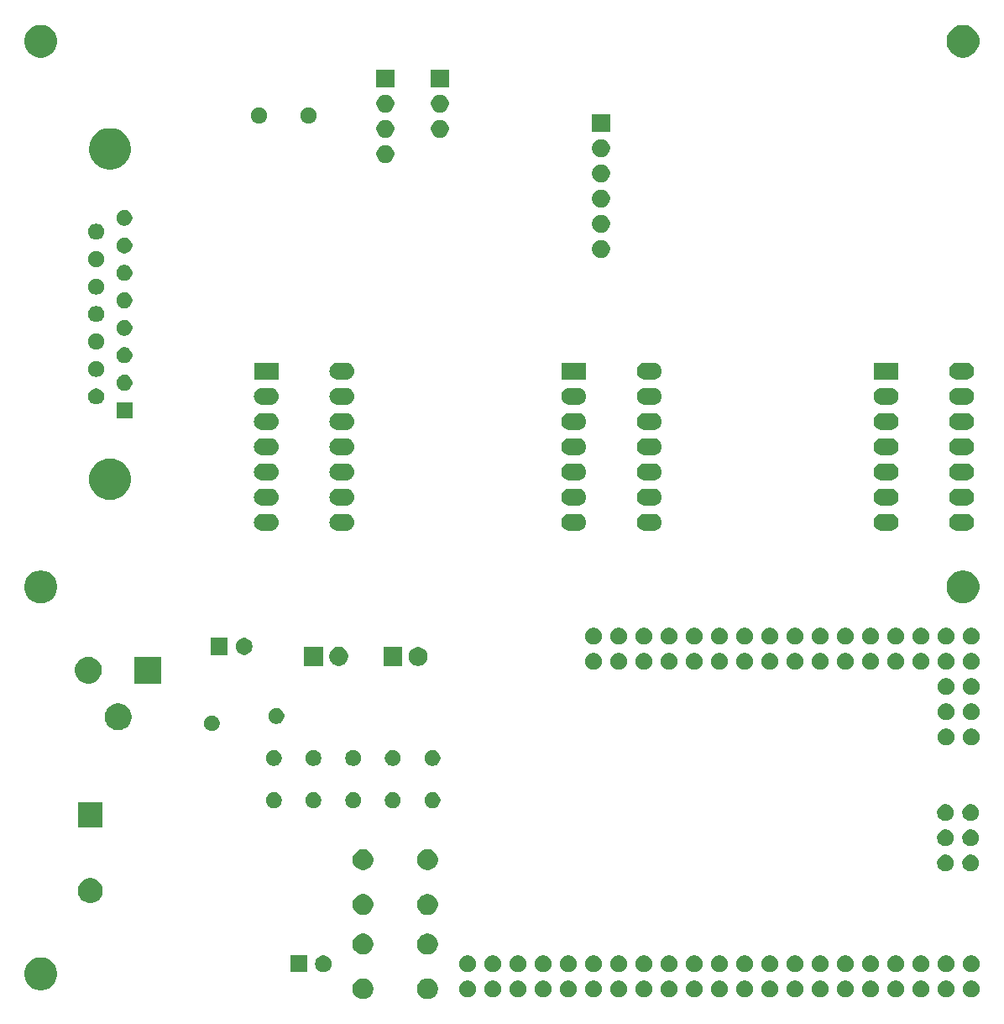
<source format=gbr>
G04 #@! TF.GenerationSoftware,KiCad,Pcbnew,(5.1.6)-1*
G04 #@! TF.CreationDate,2021-05-10T16:45:54-07:00*
G04 #@! TF.ProjectId,NiCd Battery Tester PCB Rev 3,4e694364-2042-4617-9474-657279205465,V2*
G04 #@! TF.SameCoordinates,Original*
G04 #@! TF.FileFunction,Soldermask,Bot*
G04 #@! TF.FilePolarity,Negative*
%FSLAX46Y46*%
G04 Gerber Fmt 4.6, Leading zero omitted, Abs format (unit mm)*
G04 Created by KiCad (PCBNEW (5.1.6)-1) date 2021-05-10 16:45:54*
%MOMM*%
%LPD*%
G01*
G04 APERTURE LIST*
%ADD10C,0.100000*%
G04 APERTURE END LIST*
D10*
G36*
X125806564Y-152989389D02*
G01*
X125997833Y-153068615D01*
X125997835Y-153068616D01*
X126169973Y-153183635D01*
X126316365Y-153330027D01*
X126421599Y-153487520D01*
X126431385Y-153502167D01*
X126510611Y-153693436D01*
X126551000Y-153896484D01*
X126551000Y-154103516D01*
X126510611Y-154306564D01*
X126458199Y-154433097D01*
X126431384Y-154497835D01*
X126316365Y-154669973D01*
X126169973Y-154816365D01*
X125997835Y-154931384D01*
X125997834Y-154931385D01*
X125997833Y-154931385D01*
X125806564Y-155010611D01*
X125603516Y-155051000D01*
X125396484Y-155051000D01*
X125193436Y-155010611D01*
X125002167Y-154931385D01*
X125002166Y-154931385D01*
X125002165Y-154931384D01*
X124830027Y-154816365D01*
X124683635Y-154669973D01*
X124568616Y-154497835D01*
X124541801Y-154433097D01*
X124489389Y-154306564D01*
X124449000Y-154103516D01*
X124449000Y-153896484D01*
X124489389Y-153693436D01*
X124568615Y-153502167D01*
X124578402Y-153487520D01*
X124683635Y-153330027D01*
X124830027Y-153183635D01*
X125002165Y-153068616D01*
X125002167Y-153068615D01*
X125193436Y-152989389D01*
X125396484Y-152949000D01*
X125603516Y-152949000D01*
X125806564Y-152989389D01*
G37*
G36*
X119306564Y-152989389D02*
G01*
X119497833Y-153068615D01*
X119497835Y-153068616D01*
X119669973Y-153183635D01*
X119816365Y-153330027D01*
X119921599Y-153487520D01*
X119931385Y-153502167D01*
X120010611Y-153693436D01*
X120051000Y-153896484D01*
X120051000Y-154103516D01*
X120010611Y-154306564D01*
X119958199Y-154433097D01*
X119931384Y-154497835D01*
X119816365Y-154669973D01*
X119669973Y-154816365D01*
X119497835Y-154931384D01*
X119497834Y-154931385D01*
X119497833Y-154931385D01*
X119306564Y-155010611D01*
X119103516Y-155051000D01*
X118896484Y-155051000D01*
X118693436Y-155010611D01*
X118502167Y-154931385D01*
X118502166Y-154931385D01*
X118502165Y-154931384D01*
X118330027Y-154816365D01*
X118183635Y-154669973D01*
X118068616Y-154497835D01*
X118041801Y-154433097D01*
X117989389Y-154306564D01*
X117949000Y-154103516D01*
X117949000Y-153896484D01*
X117989389Y-153693436D01*
X118068615Y-153502167D01*
X118078402Y-153487520D01*
X118183635Y-153330027D01*
X118330027Y-153183635D01*
X118502165Y-153068616D01*
X118502167Y-153068615D01*
X118693436Y-152989389D01*
X118896484Y-152949000D01*
X119103516Y-152949000D01*
X119306564Y-152989389D01*
G37*
G36*
X178058228Y-153211703D02*
G01*
X178213100Y-153275853D01*
X178352481Y-153368985D01*
X178471015Y-153487519D01*
X178564147Y-153626900D01*
X178628297Y-153781772D01*
X178661000Y-153946184D01*
X178661000Y-154113816D01*
X178628297Y-154278228D01*
X178564147Y-154433100D01*
X178471015Y-154572481D01*
X178352481Y-154691015D01*
X178213100Y-154784147D01*
X178058228Y-154848297D01*
X177893816Y-154881000D01*
X177726184Y-154881000D01*
X177561772Y-154848297D01*
X177406900Y-154784147D01*
X177267519Y-154691015D01*
X177148985Y-154572481D01*
X177055853Y-154433100D01*
X176991703Y-154278228D01*
X176959000Y-154113816D01*
X176959000Y-153946184D01*
X176991703Y-153781772D01*
X177055853Y-153626900D01*
X177148985Y-153487519D01*
X177267519Y-153368985D01*
X177406900Y-153275853D01*
X177561772Y-153211703D01*
X177726184Y-153179000D01*
X177893816Y-153179000D01*
X178058228Y-153211703D01*
G37*
G36*
X152658228Y-153211703D02*
G01*
X152813100Y-153275853D01*
X152952481Y-153368985D01*
X153071015Y-153487519D01*
X153164147Y-153626900D01*
X153228297Y-153781772D01*
X153261000Y-153946184D01*
X153261000Y-154113816D01*
X153228297Y-154278228D01*
X153164147Y-154433100D01*
X153071015Y-154572481D01*
X152952481Y-154691015D01*
X152813100Y-154784147D01*
X152658228Y-154848297D01*
X152493816Y-154881000D01*
X152326184Y-154881000D01*
X152161772Y-154848297D01*
X152006900Y-154784147D01*
X151867519Y-154691015D01*
X151748985Y-154572481D01*
X151655853Y-154433100D01*
X151591703Y-154278228D01*
X151559000Y-154113816D01*
X151559000Y-153946184D01*
X151591703Y-153781772D01*
X151655853Y-153626900D01*
X151748985Y-153487519D01*
X151867519Y-153368985D01*
X152006900Y-153275853D01*
X152161772Y-153211703D01*
X152326184Y-153179000D01*
X152493816Y-153179000D01*
X152658228Y-153211703D01*
G37*
G36*
X175518228Y-153211703D02*
G01*
X175673100Y-153275853D01*
X175812481Y-153368985D01*
X175931015Y-153487519D01*
X176024147Y-153626900D01*
X176088297Y-153781772D01*
X176121000Y-153946184D01*
X176121000Y-154113816D01*
X176088297Y-154278228D01*
X176024147Y-154433100D01*
X175931015Y-154572481D01*
X175812481Y-154691015D01*
X175673100Y-154784147D01*
X175518228Y-154848297D01*
X175353816Y-154881000D01*
X175186184Y-154881000D01*
X175021772Y-154848297D01*
X174866900Y-154784147D01*
X174727519Y-154691015D01*
X174608985Y-154572481D01*
X174515853Y-154433100D01*
X174451703Y-154278228D01*
X174419000Y-154113816D01*
X174419000Y-153946184D01*
X174451703Y-153781772D01*
X174515853Y-153626900D01*
X174608985Y-153487519D01*
X174727519Y-153368985D01*
X174866900Y-153275853D01*
X175021772Y-153211703D01*
X175186184Y-153179000D01*
X175353816Y-153179000D01*
X175518228Y-153211703D01*
G37*
G36*
X170438228Y-153211703D02*
G01*
X170593100Y-153275853D01*
X170732481Y-153368985D01*
X170851015Y-153487519D01*
X170944147Y-153626900D01*
X171008297Y-153781772D01*
X171041000Y-153946184D01*
X171041000Y-154113816D01*
X171008297Y-154278228D01*
X170944147Y-154433100D01*
X170851015Y-154572481D01*
X170732481Y-154691015D01*
X170593100Y-154784147D01*
X170438228Y-154848297D01*
X170273816Y-154881000D01*
X170106184Y-154881000D01*
X169941772Y-154848297D01*
X169786900Y-154784147D01*
X169647519Y-154691015D01*
X169528985Y-154572481D01*
X169435853Y-154433100D01*
X169371703Y-154278228D01*
X169339000Y-154113816D01*
X169339000Y-153946184D01*
X169371703Y-153781772D01*
X169435853Y-153626900D01*
X169528985Y-153487519D01*
X169647519Y-153368985D01*
X169786900Y-153275853D01*
X169941772Y-153211703D01*
X170106184Y-153179000D01*
X170273816Y-153179000D01*
X170438228Y-153211703D01*
G37*
G36*
X167898228Y-153211703D02*
G01*
X168053100Y-153275853D01*
X168192481Y-153368985D01*
X168311015Y-153487519D01*
X168404147Y-153626900D01*
X168468297Y-153781772D01*
X168501000Y-153946184D01*
X168501000Y-154113816D01*
X168468297Y-154278228D01*
X168404147Y-154433100D01*
X168311015Y-154572481D01*
X168192481Y-154691015D01*
X168053100Y-154784147D01*
X167898228Y-154848297D01*
X167733816Y-154881000D01*
X167566184Y-154881000D01*
X167401772Y-154848297D01*
X167246900Y-154784147D01*
X167107519Y-154691015D01*
X166988985Y-154572481D01*
X166895853Y-154433100D01*
X166831703Y-154278228D01*
X166799000Y-154113816D01*
X166799000Y-153946184D01*
X166831703Y-153781772D01*
X166895853Y-153626900D01*
X166988985Y-153487519D01*
X167107519Y-153368985D01*
X167246900Y-153275853D01*
X167401772Y-153211703D01*
X167566184Y-153179000D01*
X167733816Y-153179000D01*
X167898228Y-153211703D01*
G37*
G36*
X165358228Y-153211703D02*
G01*
X165513100Y-153275853D01*
X165652481Y-153368985D01*
X165771015Y-153487519D01*
X165864147Y-153626900D01*
X165928297Y-153781772D01*
X165961000Y-153946184D01*
X165961000Y-154113816D01*
X165928297Y-154278228D01*
X165864147Y-154433100D01*
X165771015Y-154572481D01*
X165652481Y-154691015D01*
X165513100Y-154784147D01*
X165358228Y-154848297D01*
X165193816Y-154881000D01*
X165026184Y-154881000D01*
X164861772Y-154848297D01*
X164706900Y-154784147D01*
X164567519Y-154691015D01*
X164448985Y-154572481D01*
X164355853Y-154433100D01*
X164291703Y-154278228D01*
X164259000Y-154113816D01*
X164259000Y-153946184D01*
X164291703Y-153781772D01*
X164355853Y-153626900D01*
X164448985Y-153487519D01*
X164567519Y-153368985D01*
X164706900Y-153275853D01*
X164861772Y-153211703D01*
X165026184Y-153179000D01*
X165193816Y-153179000D01*
X165358228Y-153211703D01*
G37*
G36*
X162818228Y-153211703D02*
G01*
X162973100Y-153275853D01*
X163112481Y-153368985D01*
X163231015Y-153487519D01*
X163324147Y-153626900D01*
X163388297Y-153781772D01*
X163421000Y-153946184D01*
X163421000Y-154113816D01*
X163388297Y-154278228D01*
X163324147Y-154433100D01*
X163231015Y-154572481D01*
X163112481Y-154691015D01*
X162973100Y-154784147D01*
X162818228Y-154848297D01*
X162653816Y-154881000D01*
X162486184Y-154881000D01*
X162321772Y-154848297D01*
X162166900Y-154784147D01*
X162027519Y-154691015D01*
X161908985Y-154572481D01*
X161815853Y-154433100D01*
X161751703Y-154278228D01*
X161719000Y-154113816D01*
X161719000Y-153946184D01*
X161751703Y-153781772D01*
X161815853Y-153626900D01*
X161908985Y-153487519D01*
X162027519Y-153368985D01*
X162166900Y-153275853D01*
X162321772Y-153211703D01*
X162486184Y-153179000D01*
X162653816Y-153179000D01*
X162818228Y-153211703D01*
G37*
G36*
X160278228Y-153211703D02*
G01*
X160433100Y-153275853D01*
X160572481Y-153368985D01*
X160691015Y-153487519D01*
X160784147Y-153626900D01*
X160848297Y-153781772D01*
X160881000Y-153946184D01*
X160881000Y-154113816D01*
X160848297Y-154278228D01*
X160784147Y-154433100D01*
X160691015Y-154572481D01*
X160572481Y-154691015D01*
X160433100Y-154784147D01*
X160278228Y-154848297D01*
X160113816Y-154881000D01*
X159946184Y-154881000D01*
X159781772Y-154848297D01*
X159626900Y-154784147D01*
X159487519Y-154691015D01*
X159368985Y-154572481D01*
X159275853Y-154433100D01*
X159211703Y-154278228D01*
X159179000Y-154113816D01*
X159179000Y-153946184D01*
X159211703Y-153781772D01*
X159275853Y-153626900D01*
X159368985Y-153487519D01*
X159487519Y-153368985D01*
X159626900Y-153275853D01*
X159781772Y-153211703D01*
X159946184Y-153179000D01*
X160113816Y-153179000D01*
X160278228Y-153211703D01*
G37*
G36*
X157738228Y-153211703D02*
G01*
X157893100Y-153275853D01*
X158032481Y-153368985D01*
X158151015Y-153487519D01*
X158244147Y-153626900D01*
X158308297Y-153781772D01*
X158341000Y-153946184D01*
X158341000Y-154113816D01*
X158308297Y-154278228D01*
X158244147Y-154433100D01*
X158151015Y-154572481D01*
X158032481Y-154691015D01*
X157893100Y-154784147D01*
X157738228Y-154848297D01*
X157573816Y-154881000D01*
X157406184Y-154881000D01*
X157241772Y-154848297D01*
X157086900Y-154784147D01*
X156947519Y-154691015D01*
X156828985Y-154572481D01*
X156735853Y-154433100D01*
X156671703Y-154278228D01*
X156639000Y-154113816D01*
X156639000Y-153946184D01*
X156671703Y-153781772D01*
X156735853Y-153626900D01*
X156828985Y-153487519D01*
X156947519Y-153368985D01*
X157086900Y-153275853D01*
X157241772Y-153211703D01*
X157406184Y-153179000D01*
X157573816Y-153179000D01*
X157738228Y-153211703D01*
G37*
G36*
X155198228Y-153211703D02*
G01*
X155353100Y-153275853D01*
X155492481Y-153368985D01*
X155611015Y-153487519D01*
X155704147Y-153626900D01*
X155768297Y-153781772D01*
X155801000Y-153946184D01*
X155801000Y-154113816D01*
X155768297Y-154278228D01*
X155704147Y-154433100D01*
X155611015Y-154572481D01*
X155492481Y-154691015D01*
X155353100Y-154784147D01*
X155198228Y-154848297D01*
X155033816Y-154881000D01*
X154866184Y-154881000D01*
X154701772Y-154848297D01*
X154546900Y-154784147D01*
X154407519Y-154691015D01*
X154288985Y-154572481D01*
X154195853Y-154433100D01*
X154131703Y-154278228D01*
X154099000Y-154113816D01*
X154099000Y-153946184D01*
X154131703Y-153781772D01*
X154195853Y-153626900D01*
X154288985Y-153487519D01*
X154407519Y-153368985D01*
X154546900Y-153275853D01*
X154701772Y-153211703D01*
X154866184Y-153179000D01*
X155033816Y-153179000D01*
X155198228Y-153211703D01*
G37*
G36*
X172978228Y-153211703D02*
G01*
X173133100Y-153275853D01*
X173272481Y-153368985D01*
X173391015Y-153487519D01*
X173484147Y-153626900D01*
X173548297Y-153781772D01*
X173581000Y-153946184D01*
X173581000Y-154113816D01*
X173548297Y-154278228D01*
X173484147Y-154433100D01*
X173391015Y-154572481D01*
X173272481Y-154691015D01*
X173133100Y-154784147D01*
X172978228Y-154848297D01*
X172813816Y-154881000D01*
X172646184Y-154881000D01*
X172481772Y-154848297D01*
X172326900Y-154784147D01*
X172187519Y-154691015D01*
X172068985Y-154572481D01*
X171975853Y-154433100D01*
X171911703Y-154278228D01*
X171879000Y-154113816D01*
X171879000Y-153946184D01*
X171911703Y-153781772D01*
X171975853Y-153626900D01*
X172068985Y-153487519D01*
X172187519Y-153368985D01*
X172326900Y-153275853D01*
X172481772Y-153211703D01*
X172646184Y-153179000D01*
X172813816Y-153179000D01*
X172978228Y-153211703D01*
G37*
G36*
X147578228Y-153211703D02*
G01*
X147733100Y-153275853D01*
X147872481Y-153368985D01*
X147991015Y-153487519D01*
X148084147Y-153626900D01*
X148148297Y-153781772D01*
X148181000Y-153946184D01*
X148181000Y-154113816D01*
X148148297Y-154278228D01*
X148084147Y-154433100D01*
X147991015Y-154572481D01*
X147872481Y-154691015D01*
X147733100Y-154784147D01*
X147578228Y-154848297D01*
X147413816Y-154881000D01*
X147246184Y-154881000D01*
X147081772Y-154848297D01*
X146926900Y-154784147D01*
X146787519Y-154691015D01*
X146668985Y-154572481D01*
X146575853Y-154433100D01*
X146511703Y-154278228D01*
X146479000Y-154113816D01*
X146479000Y-153946184D01*
X146511703Y-153781772D01*
X146575853Y-153626900D01*
X146668985Y-153487519D01*
X146787519Y-153368985D01*
X146926900Y-153275853D01*
X147081772Y-153211703D01*
X147246184Y-153179000D01*
X147413816Y-153179000D01*
X147578228Y-153211703D01*
G37*
G36*
X145038228Y-153211703D02*
G01*
X145193100Y-153275853D01*
X145332481Y-153368985D01*
X145451015Y-153487519D01*
X145544147Y-153626900D01*
X145608297Y-153781772D01*
X145641000Y-153946184D01*
X145641000Y-154113816D01*
X145608297Y-154278228D01*
X145544147Y-154433100D01*
X145451015Y-154572481D01*
X145332481Y-154691015D01*
X145193100Y-154784147D01*
X145038228Y-154848297D01*
X144873816Y-154881000D01*
X144706184Y-154881000D01*
X144541772Y-154848297D01*
X144386900Y-154784147D01*
X144247519Y-154691015D01*
X144128985Y-154572481D01*
X144035853Y-154433100D01*
X143971703Y-154278228D01*
X143939000Y-154113816D01*
X143939000Y-153946184D01*
X143971703Y-153781772D01*
X144035853Y-153626900D01*
X144128985Y-153487519D01*
X144247519Y-153368985D01*
X144386900Y-153275853D01*
X144541772Y-153211703D01*
X144706184Y-153179000D01*
X144873816Y-153179000D01*
X145038228Y-153211703D01*
G37*
G36*
X142498228Y-153211703D02*
G01*
X142653100Y-153275853D01*
X142792481Y-153368985D01*
X142911015Y-153487519D01*
X143004147Y-153626900D01*
X143068297Y-153781772D01*
X143101000Y-153946184D01*
X143101000Y-154113816D01*
X143068297Y-154278228D01*
X143004147Y-154433100D01*
X142911015Y-154572481D01*
X142792481Y-154691015D01*
X142653100Y-154784147D01*
X142498228Y-154848297D01*
X142333816Y-154881000D01*
X142166184Y-154881000D01*
X142001772Y-154848297D01*
X141846900Y-154784147D01*
X141707519Y-154691015D01*
X141588985Y-154572481D01*
X141495853Y-154433100D01*
X141431703Y-154278228D01*
X141399000Y-154113816D01*
X141399000Y-153946184D01*
X141431703Y-153781772D01*
X141495853Y-153626900D01*
X141588985Y-153487519D01*
X141707519Y-153368985D01*
X141846900Y-153275853D01*
X142001772Y-153211703D01*
X142166184Y-153179000D01*
X142333816Y-153179000D01*
X142498228Y-153211703D01*
G37*
G36*
X139958228Y-153211703D02*
G01*
X140113100Y-153275853D01*
X140252481Y-153368985D01*
X140371015Y-153487519D01*
X140464147Y-153626900D01*
X140528297Y-153781772D01*
X140561000Y-153946184D01*
X140561000Y-154113816D01*
X140528297Y-154278228D01*
X140464147Y-154433100D01*
X140371015Y-154572481D01*
X140252481Y-154691015D01*
X140113100Y-154784147D01*
X139958228Y-154848297D01*
X139793816Y-154881000D01*
X139626184Y-154881000D01*
X139461772Y-154848297D01*
X139306900Y-154784147D01*
X139167519Y-154691015D01*
X139048985Y-154572481D01*
X138955853Y-154433100D01*
X138891703Y-154278228D01*
X138859000Y-154113816D01*
X138859000Y-153946184D01*
X138891703Y-153781772D01*
X138955853Y-153626900D01*
X139048985Y-153487519D01*
X139167519Y-153368985D01*
X139306900Y-153275853D01*
X139461772Y-153211703D01*
X139626184Y-153179000D01*
X139793816Y-153179000D01*
X139958228Y-153211703D01*
G37*
G36*
X137418228Y-153211703D02*
G01*
X137573100Y-153275853D01*
X137712481Y-153368985D01*
X137831015Y-153487519D01*
X137924147Y-153626900D01*
X137988297Y-153781772D01*
X138021000Y-153946184D01*
X138021000Y-154113816D01*
X137988297Y-154278228D01*
X137924147Y-154433100D01*
X137831015Y-154572481D01*
X137712481Y-154691015D01*
X137573100Y-154784147D01*
X137418228Y-154848297D01*
X137253816Y-154881000D01*
X137086184Y-154881000D01*
X136921772Y-154848297D01*
X136766900Y-154784147D01*
X136627519Y-154691015D01*
X136508985Y-154572481D01*
X136415853Y-154433100D01*
X136351703Y-154278228D01*
X136319000Y-154113816D01*
X136319000Y-153946184D01*
X136351703Y-153781772D01*
X136415853Y-153626900D01*
X136508985Y-153487519D01*
X136627519Y-153368985D01*
X136766900Y-153275853D01*
X136921772Y-153211703D01*
X137086184Y-153179000D01*
X137253816Y-153179000D01*
X137418228Y-153211703D01*
G37*
G36*
X134878228Y-153211703D02*
G01*
X135033100Y-153275853D01*
X135172481Y-153368985D01*
X135291015Y-153487519D01*
X135384147Y-153626900D01*
X135448297Y-153781772D01*
X135481000Y-153946184D01*
X135481000Y-154113816D01*
X135448297Y-154278228D01*
X135384147Y-154433100D01*
X135291015Y-154572481D01*
X135172481Y-154691015D01*
X135033100Y-154784147D01*
X134878228Y-154848297D01*
X134713816Y-154881000D01*
X134546184Y-154881000D01*
X134381772Y-154848297D01*
X134226900Y-154784147D01*
X134087519Y-154691015D01*
X133968985Y-154572481D01*
X133875853Y-154433100D01*
X133811703Y-154278228D01*
X133779000Y-154113816D01*
X133779000Y-153946184D01*
X133811703Y-153781772D01*
X133875853Y-153626900D01*
X133968985Y-153487519D01*
X134087519Y-153368985D01*
X134226900Y-153275853D01*
X134381772Y-153211703D01*
X134546184Y-153179000D01*
X134713816Y-153179000D01*
X134878228Y-153211703D01*
G37*
G36*
X132338228Y-153211703D02*
G01*
X132493100Y-153275853D01*
X132632481Y-153368985D01*
X132751015Y-153487519D01*
X132844147Y-153626900D01*
X132908297Y-153781772D01*
X132941000Y-153946184D01*
X132941000Y-154113816D01*
X132908297Y-154278228D01*
X132844147Y-154433100D01*
X132751015Y-154572481D01*
X132632481Y-154691015D01*
X132493100Y-154784147D01*
X132338228Y-154848297D01*
X132173816Y-154881000D01*
X132006184Y-154881000D01*
X131841772Y-154848297D01*
X131686900Y-154784147D01*
X131547519Y-154691015D01*
X131428985Y-154572481D01*
X131335853Y-154433100D01*
X131271703Y-154278228D01*
X131239000Y-154113816D01*
X131239000Y-153946184D01*
X131271703Y-153781772D01*
X131335853Y-153626900D01*
X131428985Y-153487519D01*
X131547519Y-153368985D01*
X131686900Y-153275853D01*
X131841772Y-153211703D01*
X132006184Y-153179000D01*
X132173816Y-153179000D01*
X132338228Y-153211703D01*
G37*
G36*
X129798228Y-153211703D02*
G01*
X129953100Y-153275853D01*
X130092481Y-153368985D01*
X130211015Y-153487519D01*
X130304147Y-153626900D01*
X130368297Y-153781772D01*
X130401000Y-153946184D01*
X130401000Y-154113816D01*
X130368297Y-154278228D01*
X130304147Y-154433100D01*
X130211015Y-154572481D01*
X130092481Y-154691015D01*
X129953100Y-154784147D01*
X129798228Y-154848297D01*
X129633816Y-154881000D01*
X129466184Y-154881000D01*
X129301772Y-154848297D01*
X129146900Y-154784147D01*
X129007519Y-154691015D01*
X128888985Y-154572481D01*
X128795853Y-154433100D01*
X128731703Y-154278228D01*
X128699000Y-154113816D01*
X128699000Y-153946184D01*
X128731703Y-153781772D01*
X128795853Y-153626900D01*
X128888985Y-153487519D01*
X129007519Y-153368985D01*
X129146900Y-153275853D01*
X129301772Y-153211703D01*
X129466184Y-153179000D01*
X129633816Y-153179000D01*
X129798228Y-153211703D01*
G37*
G36*
X180598228Y-153211703D02*
G01*
X180753100Y-153275853D01*
X180892481Y-153368985D01*
X181011015Y-153487519D01*
X181104147Y-153626900D01*
X181168297Y-153781772D01*
X181201000Y-153946184D01*
X181201000Y-154113816D01*
X181168297Y-154278228D01*
X181104147Y-154433100D01*
X181011015Y-154572481D01*
X180892481Y-154691015D01*
X180753100Y-154784147D01*
X180598228Y-154848297D01*
X180433816Y-154881000D01*
X180266184Y-154881000D01*
X180101772Y-154848297D01*
X179946900Y-154784147D01*
X179807519Y-154691015D01*
X179688985Y-154572481D01*
X179595853Y-154433100D01*
X179531703Y-154278228D01*
X179499000Y-154113816D01*
X179499000Y-153946184D01*
X179531703Y-153781772D01*
X179595853Y-153626900D01*
X179688985Y-153487519D01*
X179807519Y-153368985D01*
X179946900Y-153275853D01*
X180101772Y-153211703D01*
X180266184Y-153179000D01*
X180433816Y-153179000D01*
X180598228Y-153211703D01*
G37*
G36*
X150118228Y-153211703D02*
G01*
X150273100Y-153275853D01*
X150412481Y-153368985D01*
X150531015Y-153487519D01*
X150624147Y-153626900D01*
X150688297Y-153781772D01*
X150721000Y-153946184D01*
X150721000Y-154113816D01*
X150688297Y-154278228D01*
X150624147Y-154433100D01*
X150531015Y-154572481D01*
X150412481Y-154691015D01*
X150273100Y-154784147D01*
X150118228Y-154848297D01*
X149953816Y-154881000D01*
X149786184Y-154881000D01*
X149621772Y-154848297D01*
X149466900Y-154784147D01*
X149327519Y-154691015D01*
X149208985Y-154572481D01*
X149115853Y-154433100D01*
X149051703Y-154278228D01*
X149019000Y-154113816D01*
X149019000Y-153946184D01*
X149051703Y-153781772D01*
X149115853Y-153626900D01*
X149208985Y-153487519D01*
X149327519Y-153368985D01*
X149466900Y-153275853D01*
X149621772Y-153211703D01*
X149786184Y-153179000D01*
X149953816Y-153179000D01*
X150118228Y-153211703D01*
G37*
G36*
X86875256Y-150891298D02*
G01*
X86981579Y-150912447D01*
X87282042Y-151036903D01*
X87552451Y-151217585D01*
X87782415Y-151447549D01*
X87963097Y-151717958D01*
X88087553Y-152018421D01*
X88092339Y-152042481D01*
X88145213Y-152308295D01*
X88151000Y-152337391D01*
X88151000Y-152662609D01*
X88087553Y-152981579D01*
X87963097Y-153282042D01*
X87782415Y-153552451D01*
X87552451Y-153782415D01*
X87282042Y-153963097D01*
X86981579Y-154087553D01*
X86901327Y-154103516D01*
X86662611Y-154151000D01*
X86337389Y-154151000D01*
X86098673Y-154103516D01*
X86018421Y-154087553D01*
X85717958Y-153963097D01*
X85447549Y-153782415D01*
X85217585Y-153552451D01*
X85036903Y-153282042D01*
X84912447Y-152981579D01*
X84849000Y-152662609D01*
X84849000Y-152337391D01*
X84854788Y-152308295D01*
X84907661Y-152042481D01*
X84912447Y-152018421D01*
X85036903Y-151717958D01*
X85217585Y-151447549D01*
X85447549Y-151217585D01*
X85717958Y-151036903D01*
X86018421Y-150912447D01*
X86124744Y-150891298D01*
X86337389Y-150849000D01*
X86662611Y-150849000D01*
X86875256Y-150891298D01*
G37*
G36*
X115248228Y-150681703D02*
G01*
X115403100Y-150745853D01*
X115542481Y-150838985D01*
X115661015Y-150957519D01*
X115754147Y-151096900D01*
X115818297Y-151251772D01*
X115851000Y-151416184D01*
X115851000Y-151583816D01*
X115818297Y-151748228D01*
X115754147Y-151903100D01*
X115661015Y-152042481D01*
X115542481Y-152161015D01*
X115403100Y-152254147D01*
X115248228Y-152318297D01*
X115083816Y-152351000D01*
X114916184Y-152351000D01*
X114751772Y-152318297D01*
X114596900Y-152254147D01*
X114457519Y-152161015D01*
X114338985Y-152042481D01*
X114245853Y-151903100D01*
X114181703Y-151748228D01*
X114149000Y-151583816D01*
X114149000Y-151416184D01*
X114181703Y-151251772D01*
X114245853Y-151096900D01*
X114338985Y-150957519D01*
X114457519Y-150838985D01*
X114596900Y-150745853D01*
X114751772Y-150681703D01*
X114916184Y-150649000D01*
X115083816Y-150649000D01*
X115248228Y-150681703D01*
G37*
G36*
X113351000Y-152351000D02*
G01*
X111649000Y-152351000D01*
X111649000Y-150649000D01*
X113351000Y-150649000D01*
X113351000Y-152351000D01*
G37*
G36*
X172978228Y-150671703D02*
G01*
X173133100Y-150735853D01*
X173272481Y-150828985D01*
X173391015Y-150947519D01*
X173484147Y-151086900D01*
X173548297Y-151241772D01*
X173581000Y-151406184D01*
X173581000Y-151573816D01*
X173548297Y-151738228D01*
X173484147Y-151893100D01*
X173391015Y-152032481D01*
X173272481Y-152151015D01*
X173133100Y-152244147D01*
X172978228Y-152308297D01*
X172813816Y-152341000D01*
X172646184Y-152341000D01*
X172481772Y-152308297D01*
X172326900Y-152244147D01*
X172187519Y-152151015D01*
X172068985Y-152032481D01*
X171975853Y-151893100D01*
X171911703Y-151738228D01*
X171879000Y-151573816D01*
X171879000Y-151406184D01*
X171911703Y-151241772D01*
X171975853Y-151086900D01*
X172068985Y-150947519D01*
X172187519Y-150828985D01*
X172326900Y-150735853D01*
X172481772Y-150671703D01*
X172646184Y-150639000D01*
X172813816Y-150639000D01*
X172978228Y-150671703D01*
G37*
G36*
X165358228Y-150671703D02*
G01*
X165513100Y-150735853D01*
X165652481Y-150828985D01*
X165771015Y-150947519D01*
X165864147Y-151086900D01*
X165928297Y-151241772D01*
X165961000Y-151406184D01*
X165961000Y-151573816D01*
X165928297Y-151738228D01*
X165864147Y-151893100D01*
X165771015Y-152032481D01*
X165652481Y-152151015D01*
X165513100Y-152244147D01*
X165358228Y-152308297D01*
X165193816Y-152341000D01*
X165026184Y-152341000D01*
X164861772Y-152308297D01*
X164706900Y-152244147D01*
X164567519Y-152151015D01*
X164448985Y-152032481D01*
X164355853Y-151893100D01*
X164291703Y-151738228D01*
X164259000Y-151573816D01*
X164259000Y-151406184D01*
X164291703Y-151241772D01*
X164355853Y-151086900D01*
X164448985Y-150947519D01*
X164567519Y-150828985D01*
X164706900Y-150735853D01*
X164861772Y-150671703D01*
X165026184Y-150639000D01*
X165193816Y-150639000D01*
X165358228Y-150671703D01*
G37*
G36*
X162818228Y-150671703D02*
G01*
X162973100Y-150735853D01*
X163112481Y-150828985D01*
X163231015Y-150947519D01*
X163324147Y-151086900D01*
X163388297Y-151241772D01*
X163421000Y-151406184D01*
X163421000Y-151573816D01*
X163388297Y-151738228D01*
X163324147Y-151893100D01*
X163231015Y-152032481D01*
X163112481Y-152151015D01*
X162973100Y-152244147D01*
X162818228Y-152308297D01*
X162653816Y-152341000D01*
X162486184Y-152341000D01*
X162321772Y-152308297D01*
X162166900Y-152244147D01*
X162027519Y-152151015D01*
X161908985Y-152032481D01*
X161815853Y-151893100D01*
X161751703Y-151738228D01*
X161719000Y-151573816D01*
X161719000Y-151406184D01*
X161751703Y-151241772D01*
X161815853Y-151086900D01*
X161908985Y-150947519D01*
X162027519Y-150828985D01*
X162166900Y-150735853D01*
X162321772Y-150671703D01*
X162486184Y-150639000D01*
X162653816Y-150639000D01*
X162818228Y-150671703D01*
G37*
G36*
X170438228Y-150671703D02*
G01*
X170593100Y-150735853D01*
X170732481Y-150828985D01*
X170851015Y-150947519D01*
X170944147Y-151086900D01*
X171008297Y-151241772D01*
X171041000Y-151406184D01*
X171041000Y-151573816D01*
X171008297Y-151738228D01*
X170944147Y-151893100D01*
X170851015Y-152032481D01*
X170732481Y-152151015D01*
X170593100Y-152244147D01*
X170438228Y-152308297D01*
X170273816Y-152341000D01*
X170106184Y-152341000D01*
X169941772Y-152308297D01*
X169786900Y-152244147D01*
X169647519Y-152151015D01*
X169528985Y-152032481D01*
X169435853Y-151893100D01*
X169371703Y-151738228D01*
X169339000Y-151573816D01*
X169339000Y-151406184D01*
X169371703Y-151241772D01*
X169435853Y-151086900D01*
X169528985Y-150947519D01*
X169647519Y-150828985D01*
X169786900Y-150735853D01*
X169941772Y-150671703D01*
X170106184Y-150639000D01*
X170273816Y-150639000D01*
X170438228Y-150671703D01*
G37*
G36*
X160278228Y-150671703D02*
G01*
X160433100Y-150735853D01*
X160572481Y-150828985D01*
X160691015Y-150947519D01*
X160784147Y-151086900D01*
X160848297Y-151241772D01*
X160881000Y-151406184D01*
X160881000Y-151573816D01*
X160848297Y-151738228D01*
X160784147Y-151893100D01*
X160691015Y-152032481D01*
X160572481Y-152151015D01*
X160433100Y-152244147D01*
X160278228Y-152308297D01*
X160113816Y-152341000D01*
X159946184Y-152341000D01*
X159781772Y-152308297D01*
X159626900Y-152244147D01*
X159487519Y-152151015D01*
X159368985Y-152032481D01*
X159275853Y-151893100D01*
X159211703Y-151738228D01*
X159179000Y-151573816D01*
X159179000Y-151406184D01*
X159211703Y-151241772D01*
X159275853Y-151086900D01*
X159368985Y-150947519D01*
X159487519Y-150828985D01*
X159626900Y-150735853D01*
X159781772Y-150671703D01*
X159946184Y-150639000D01*
X160113816Y-150639000D01*
X160278228Y-150671703D01*
G37*
G36*
X157738228Y-150671703D02*
G01*
X157893100Y-150735853D01*
X158032481Y-150828985D01*
X158151015Y-150947519D01*
X158244147Y-151086900D01*
X158308297Y-151241772D01*
X158341000Y-151406184D01*
X158341000Y-151573816D01*
X158308297Y-151738228D01*
X158244147Y-151893100D01*
X158151015Y-152032481D01*
X158032481Y-152151015D01*
X157893100Y-152244147D01*
X157738228Y-152308297D01*
X157573816Y-152341000D01*
X157406184Y-152341000D01*
X157241772Y-152308297D01*
X157086900Y-152244147D01*
X156947519Y-152151015D01*
X156828985Y-152032481D01*
X156735853Y-151893100D01*
X156671703Y-151738228D01*
X156639000Y-151573816D01*
X156639000Y-151406184D01*
X156671703Y-151241772D01*
X156735853Y-151086900D01*
X156828985Y-150947519D01*
X156947519Y-150828985D01*
X157086900Y-150735853D01*
X157241772Y-150671703D01*
X157406184Y-150639000D01*
X157573816Y-150639000D01*
X157738228Y-150671703D01*
G37*
G36*
X155198228Y-150671703D02*
G01*
X155353100Y-150735853D01*
X155492481Y-150828985D01*
X155611015Y-150947519D01*
X155704147Y-151086900D01*
X155768297Y-151241772D01*
X155801000Y-151406184D01*
X155801000Y-151573816D01*
X155768297Y-151738228D01*
X155704147Y-151893100D01*
X155611015Y-152032481D01*
X155492481Y-152151015D01*
X155353100Y-152244147D01*
X155198228Y-152308297D01*
X155033816Y-152341000D01*
X154866184Y-152341000D01*
X154701772Y-152308297D01*
X154546900Y-152244147D01*
X154407519Y-152151015D01*
X154288985Y-152032481D01*
X154195853Y-151893100D01*
X154131703Y-151738228D01*
X154099000Y-151573816D01*
X154099000Y-151406184D01*
X154131703Y-151241772D01*
X154195853Y-151086900D01*
X154288985Y-150947519D01*
X154407519Y-150828985D01*
X154546900Y-150735853D01*
X154701772Y-150671703D01*
X154866184Y-150639000D01*
X155033816Y-150639000D01*
X155198228Y-150671703D01*
G37*
G36*
X152658228Y-150671703D02*
G01*
X152813100Y-150735853D01*
X152952481Y-150828985D01*
X153071015Y-150947519D01*
X153164147Y-151086900D01*
X153228297Y-151241772D01*
X153261000Y-151406184D01*
X153261000Y-151573816D01*
X153228297Y-151738228D01*
X153164147Y-151893100D01*
X153071015Y-152032481D01*
X152952481Y-152151015D01*
X152813100Y-152244147D01*
X152658228Y-152308297D01*
X152493816Y-152341000D01*
X152326184Y-152341000D01*
X152161772Y-152308297D01*
X152006900Y-152244147D01*
X151867519Y-152151015D01*
X151748985Y-152032481D01*
X151655853Y-151893100D01*
X151591703Y-151738228D01*
X151559000Y-151573816D01*
X151559000Y-151406184D01*
X151591703Y-151241772D01*
X151655853Y-151086900D01*
X151748985Y-150947519D01*
X151867519Y-150828985D01*
X152006900Y-150735853D01*
X152161772Y-150671703D01*
X152326184Y-150639000D01*
X152493816Y-150639000D01*
X152658228Y-150671703D01*
G37*
G36*
X175518228Y-150671703D02*
G01*
X175673100Y-150735853D01*
X175812481Y-150828985D01*
X175931015Y-150947519D01*
X176024147Y-151086900D01*
X176088297Y-151241772D01*
X176121000Y-151406184D01*
X176121000Y-151573816D01*
X176088297Y-151738228D01*
X176024147Y-151893100D01*
X175931015Y-152032481D01*
X175812481Y-152151015D01*
X175673100Y-152244147D01*
X175518228Y-152308297D01*
X175353816Y-152341000D01*
X175186184Y-152341000D01*
X175021772Y-152308297D01*
X174866900Y-152244147D01*
X174727519Y-152151015D01*
X174608985Y-152032481D01*
X174515853Y-151893100D01*
X174451703Y-151738228D01*
X174419000Y-151573816D01*
X174419000Y-151406184D01*
X174451703Y-151241772D01*
X174515853Y-151086900D01*
X174608985Y-150947519D01*
X174727519Y-150828985D01*
X174866900Y-150735853D01*
X175021772Y-150671703D01*
X175186184Y-150639000D01*
X175353816Y-150639000D01*
X175518228Y-150671703D01*
G37*
G36*
X150118228Y-150671703D02*
G01*
X150273100Y-150735853D01*
X150412481Y-150828985D01*
X150531015Y-150947519D01*
X150624147Y-151086900D01*
X150688297Y-151241772D01*
X150721000Y-151406184D01*
X150721000Y-151573816D01*
X150688297Y-151738228D01*
X150624147Y-151893100D01*
X150531015Y-152032481D01*
X150412481Y-152151015D01*
X150273100Y-152244147D01*
X150118228Y-152308297D01*
X149953816Y-152341000D01*
X149786184Y-152341000D01*
X149621772Y-152308297D01*
X149466900Y-152244147D01*
X149327519Y-152151015D01*
X149208985Y-152032481D01*
X149115853Y-151893100D01*
X149051703Y-151738228D01*
X149019000Y-151573816D01*
X149019000Y-151406184D01*
X149051703Y-151241772D01*
X149115853Y-151086900D01*
X149208985Y-150947519D01*
X149327519Y-150828985D01*
X149466900Y-150735853D01*
X149621772Y-150671703D01*
X149786184Y-150639000D01*
X149953816Y-150639000D01*
X150118228Y-150671703D01*
G37*
G36*
X147578228Y-150671703D02*
G01*
X147733100Y-150735853D01*
X147872481Y-150828985D01*
X147991015Y-150947519D01*
X148084147Y-151086900D01*
X148148297Y-151241772D01*
X148181000Y-151406184D01*
X148181000Y-151573816D01*
X148148297Y-151738228D01*
X148084147Y-151893100D01*
X147991015Y-152032481D01*
X147872481Y-152151015D01*
X147733100Y-152244147D01*
X147578228Y-152308297D01*
X147413816Y-152341000D01*
X147246184Y-152341000D01*
X147081772Y-152308297D01*
X146926900Y-152244147D01*
X146787519Y-152151015D01*
X146668985Y-152032481D01*
X146575853Y-151893100D01*
X146511703Y-151738228D01*
X146479000Y-151573816D01*
X146479000Y-151406184D01*
X146511703Y-151241772D01*
X146575853Y-151086900D01*
X146668985Y-150947519D01*
X146787519Y-150828985D01*
X146926900Y-150735853D01*
X147081772Y-150671703D01*
X147246184Y-150639000D01*
X147413816Y-150639000D01*
X147578228Y-150671703D01*
G37*
G36*
X178058228Y-150671703D02*
G01*
X178213100Y-150735853D01*
X178352481Y-150828985D01*
X178471015Y-150947519D01*
X178564147Y-151086900D01*
X178628297Y-151241772D01*
X178661000Y-151406184D01*
X178661000Y-151573816D01*
X178628297Y-151738228D01*
X178564147Y-151893100D01*
X178471015Y-152032481D01*
X178352481Y-152151015D01*
X178213100Y-152244147D01*
X178058228Y-152308297D01*
X177893816Y-152341000D01*
X177726184Y-152341000D01*
X177561772Y-152308297D01*
X177406900Y-152244147D01*
X177267519Y-152151015D01*
X177148985Y-152032481D01*
X177055853Y-151893100D01*
X176991703Y-151738228D01*
X176959000Y-151573816D01*
X176959000Y-151406184D01*
X176991703Y-151241772D01*
X177055853Y-151086900D01*
X177148985Y-150947519D01*
X177267519Y-150828985D01*
X177406900Y-150735853D01*
X177561772Y-150671703D01*
X177726184Y-150639000D01*
X177893816Y-150639000D01*
X178058228Y-150671703D01*
G37*
G36*
X167898228Y-150671703D02*
G01*
X168053100Y-150735853D01*
X168192481Y-150828985D01*
X168311015Y-150947519D01*
X168404147Y-151086900D01*
X168468297Y-151241772D01*
X168501000Y-151406184D01*
X168501000Y-151573816D01*
X168468297Y-151738228D01*
X168404147Y-151893100D01*
X168311015Y-152032481D01*
X168192481Y-152151015D01*
X168053100Y-152244147D01*
X167898228Y-152308297D01*
X167733816Y-152341000D01*
X167566184Y-152341000D01*
X167401772Y-152308297D01*
X167246900Y-152244147D01*
X167107519Y-152151015D01*
X166988985Y-152032481D01*
X166895853Y-151893100D01*
X166831703Y-151738228D01*
X166799000Y-151573816D01*
X166799000Y-151406184D01*
X166831703Y-151241772D01*
X166895853Y-151086900D01*
X166988985Y-150947519D01*
X167107519Y-150828985D01*
X167246900Y-150735853D01*
X167401772Y-150671703D01*
X167566184Y-150639000D01*
X167733816Y-150639000D01*
X167898228Y-150671703D01*
G37*
G36*
X142498228Y-150671703D02*
G01*
X142653100Y-150735853D01*
X142792481Y-150828985D01*
X142911015Y-150947519D01*
X143004147Y-151086900D01*
X143068297Y-151241772D01*
X143101000Y-151406184D01*
X143101000Y-151573816D01*
X143068297Y-151738228D01*
X143004147Y-151893100D01*
X142911015Y-152032481D01*
X142792481Y-152151015D01*
X142653100Y-152244147D01*
X142498228Y-152308297D01*
X142333816Y-152341000D01*
X142166184Y-152341000D01*
X142001772Y-152308297D01*
X141846900Y-152244147D01*
X141707519Y-152151015D01*
X141588985Y-152032481D01*
X141495853Y-151893100D01*
X141431703Y-151738228D01*
X141399000Y-151573816D01*
X141399000Y-151406184D01*
X141431703Y-151241772D01*
X141495853Y-151086900D01*
X141588985Y-150947519D01*
X141707519Y-150828985D01*
X141846900Y-150735853D01*
X142001772Y-150671703D01*
X142166184Y-150639000D01*
X142333816Y-150639000D01*
X142498228Y-150671703D01*
G37*
G36*
X145038228Y-150671703D02*
G01*
X145193100Y-150735853D01*
X145332481Y-150828985D01*
X145451015Y-150947519D01*
X145544147Y-151086900D01*
X145608297Y-151241772D01*
X145641000Y-151406184D01*
X145641000Y-151573816D01*
X145608297Y-151738228D01*
X145544147Y-151893100D01*
X145451015Y-152032481D01*
X145332481Y-152151015D01*
X145193100Y-152244147D01*
X145038228Y-152308297D01*
X144873816Y-152341000D01*
X144706184Y-152341000D01*
X144541772Y-152308297D01*
X144386900Y-152244147D01*
X144247519Y-152151015D01*
X144128985Y-152032481D01*
X144035853Y-151893100D01*
X143971703Y-151738228D01*
X143939000Y-151573816D01*
X143939000Y-151406184D01*
X143971703Y-151241772D01*
X144035853Y-151086900D01*
X144128985Y-150947519D01*
X144247519Y-150828985D01*
X144386900Y-150735853D01*
X144541772Y-150671703D01*
X144706184Y-150639000D01*
X144873816Y-150639000D01*
X145038228Y-150671703D01*
G37*
G36*
X139958228Y-150671703D02*
G01*
X140113100Y-150735853D01*
X140252481Y-150828985D01*
X140371015Y-150947519D01*
X140464147Y-151086900D01*
X140528297Y-151241772D01*
X140561000Y-151406184D01*
X140561000Y-151573816D01*
X140528297Y-151738228D01*
X140464147Y-151893100D01*
X140371015Y-152032481D01*
X140252481Y-152151015D01*
X140113100Y-152244147D01*
X139958228Y-152308297D01*
X139793816Y-152341000D01*
X139626184Y-152341000D01*
X139461772Y-152308297D01*
X139306900Y-152244147D01*
X139167519Y-152151015D01*
X139048985Y-152032481D01*
X138955853Y-151893100D01*
X138891703Y-151738228D01*
X138859000Y-151573816D01*
X138859000Y-151406184D01*
X138891703Y-151241772D01*
X138955853Y-151086900D01*
X139048985Y-150947519D01*
X139167519Y-150828985D01*
X139306900Y-150735853D01*
X139461772Y-150671703D01*
X139626184Y-150639000D01*
X139793816Y-150639000D01*
X139958228Y-150671703D01*
G37*
G36*
X137418228Y-150671703D02*
G01*
X137573100Y-150735853D01*
X137712481Y-150828985D01*
X137831015Y-150947519D01*
X137924147Y-151086900D01*
X137988297Y-151241772D01*
X138021000Y-151406184D01*
X138021000Y-151573816D01*
X137988297Y-151738228D01*
X137924147Y-151893100D01*
X137831015Y-152032481D01*
X137712481Y-152151015D01*
X137573100Y-152244147D01*
X137418228Y-152308297D01*
X137253816Y-152341000D01*
X137086184Y-152341000D01*
X136921772Y-152308297D01*
X136766900Y-152244147D01*
X136627519Y-152151015D01*
X136508985Y-152032481D01*
X136415853Y-151893100D01*
X136351703Y-151738228D01*
X136319000Y-151573816D01*
X136319000Y-151406184D01*
X136351703Y-151241772D01*
X136415853Y-151086900D01*
X136508985Y-150947519D01*
X136627519Y-150828985D01*
X136766900Y-150735853D01*
X136921772Y-150671703D01*
X137086184Y-150639000D01*
X137253816Y-150639000D01*
X137418228Y-150671703D01*
G37*
G36*
X134878228Y-150671703D02*
G01*
X135033100Y-150735853D01*
X135172481Y-150828985D01*
X135291015Y-150947519D01*
X135384147Y-151086900D01*
X135448297Y-151241772D01*
X135481000Y-151406184D01*
X135481000Y-151573816D01*
X135448297Y-151738228D01*
X135384147Y-151893100D01*
X135291015Y-152032481D01*
X135172481Y-152151015D01*
X135033100Y-152244147D01*
X134878228Y-152308297D01*
X134713816Y-152341000D01*
X134546184Y-152341000D01*
X134381772Y-152308297D01*
X134226900Y-152244147D01*
X134087519Y-152151015D01*
X133968985Y-152032481D01*
X133875853Y-151893100D01*
X133811703Y-151738228D01*
X133779000Y-151573816D01*
X133779000Y-151406184D01*
X133811703Y-151241772D01*
X133875853Y-151086900D01*
X133968985Y-150947519D01*
X134087519Y-150828985D01*
X134226900Y-150735853D01*
X134381772Y-150671703D01*
X134546184Y-150639000D01*
X134713816Y-150639000D01*
X134878228Y-150671703D01*
G37*
G36*
X180598228Y-150671703D02*
G01*
X180753100Y-150735853D01*
X180892481Y-150828985D01*
X181011015Y-150947519D01*
X181104147Y-151086900D01*
X181168297Y-151241772D01*
X181201000Y-151406184D01*
X181201000Y-151573816D01*
X181168297Y-151738228D01*
X181104147Y-151893100D01*
X181011015Y-152032481D01*
X180892481Y-152151015D01*
X180753100Y-152244147D01*
X180598228Y-152308297D01*
X180433816Y-152341000D01*
X180266184Y-152341000D01*
X180101772Y-152308297D01*
X179946900Y-152244147D01*
X179807519Y-152151015D01*
X179688985Y-152032481D01*
X179595853Y-151893100D01*
X179531703Y-151738228D01*
X179499000Y-151573816D01*
X179499000Y-151406184D01*
X179531703Y-151241772D01*
X179595853Y-151086900D01*
X179688985Y-150947519D01*
X179807519Y-150828985D01*
X179946900Y-150735853D01*
X180101772Y-150671703D01*
X180266184Y-150639000D01*
X180433816Y-150639000D01*
X180598228Y-150671703D01*
G37*
G36*
X132338228Y-150671703D02*
G01*
X132493100Y-150735853D01*
X132632481Y-150828985D01*
X132751015Y-150947519D01*
X132844147Y-151086900D01*
X132908297Y-151241772D01*
X132941000Y-151406184D01*
X132941000Y-151573816D01*
X132908297Y-151738228D01*
X132844147Y-151893100D01*
X132751015Y-152032481D01*
X132632481Y-152151015D01*
X132493100Y-152244147D01*
X132338228Y-152308297D01*
X132173816Y-152341000D01*
X132006184Y-152341000D01*
X131841772Y-152308297D01*
X131686900Y-152244147D01*
X131547519Y-152151015D01*
X131428985Y-152032481D01*
X131335853Y-151893100D01*
X131271703Y-151738228D01*
X131239000Y-151573816D01*
X131239000Y-151406184D01*
X131271703Y-151241772D01*
X131335853Y-151086900D01*
X131428985Y-150947519D01*
X131547519Y-150828985D01*
X131686900Y-150735853D01*
X131841772Y-150671703D01*
X132006184Y-150639000D01*
X132173816Y-150639000D01*
X132338228Y-150671703D01*
G37*
G36*
X129798228Y-150671703D02*
G01*
X129953100Y-150735853D01*
X130092481Y-150828985D01*
X130211015Y-150947519D01*
X130304147Y-151086900D01*
X130368297Y-151241772D01*
X130401000Y-151406184D01*
X130401000Y-151573816D01*
X130368297Y-151738228D01*
X130304147Y-151893100D01*
X130211015Y-152032481D01*
X130092481Y-152151015D01*
X129953100Y-152244147D01*
X129798228Y-152308297D01*
X129633816Y-152341000D01*
X129466184Y-152341000D01*
X129301772Y-152308297D01*
X129146900Y-152244147D01*
X129007519Y-152151015D01*
X128888985Y-152032481D01*
X128795853Y-151893100D01*
X128731703Y-151738228D01*
X128699000Y-151573816D01*
X128699000Y-151406184D01*
X128731703Y-151241772D01*
X128795853Y-151086900D01*
X128888985Y-150947519D01*
X129007519Y-150828985D01*
X129146900Y-150735853D01*
X129301772Y-150671703D01*
X129466184Y-150639000D01*
X129633816Y-150639000D01*
X129798228Y-150671703D01*
G37*
G36*
X125806564Y-148489389D02*
G01*
X125997833Y-148568615D01*
X125997835Y-148568616D01*
X126169973Y-148683635D01*
X126316365Y-148830027D01*
X126431385Y-149002167D01*
X126510611Y-149193436D01*
X126551000Y-149396484D01*
X126551000Y-149603516D01*
X126510611Y-149806564D01*
X126431385Y-149997833D01*
X126431384Y-149997835D01*
X126316365Y-150169973D01*
X126169973Y-150316365D01*
X125997835Y-150431384D01*
X125997834Y-150431385D01*
X125997833Y-150431385D01*
X125806564Y-150510611D01*
X125603516Y-150551000D01*
X125396484Y-150551000D01*
X125193436Y-150510611D01*
X125002167Y-150431385D01*
X125002166Y-150431385D01*
X125002165Y-150431384D01*
X124830027Y-150316365D01*
X124683635Y-150169973D01*
X124568616Y-149997835D01*
X124568615Y-149997833D01*
X124489389Y-149806564D01*
X124449000Y-149603516D01*
X124449000Y-149396484D01*
X124489389Y-149193436D01*
X124568615Y-149002167D01*
X124683635Y-148830027D01*
X124830027Y-148683635D01*
X125002165Y-148568616D01*
X125002167Y-148568615D01*
X125193436Y-148489389D01*
X125396484Y-148449000D01*
X125603516Y-148449000D01*
X125806564Y-148489389D01*
G37*
G36*
X119306564Y-148489389D02*
G01*
X119497833Y-148568615D01*
X119497835Y-148568616D01*
X119669973Y-148683635D01*
X119816365Y-148830027D01*
X119931385Y-149002167D01*
X120010611Y-149193436D01*
X120051000Y-149396484D01*
X120051000Y-149603516D01*
X120010611Y-149806564D01*
X119931385Y-149997833D01*
X119931384Y-149997835D01*
X119816365Y-150169973D01*
X119669973Y-150316365D01*
X119497835Y-150431384D01*
X119497834Y-150431385D01*
X119497833Y-150431385D01*
X119306564Y-150510611D01*
X119103516Y-150551000D01*
X118896484Y-150551000D01*
X118693436Y-150510611D01*
X118502167Y-150431385D01*
X118502166Y-150431385D01*
X118502165Y-150431384D01*
X118330027Y-150316365D01*
X118183635Y-150169973D01*
X118068616Y-149997835D01*
X118068615Y-149997833D01*
X117989389Y-149806564D01*
X117949000Y-149603516D01*
X117949000Y-149396484D01*
X117989389Y-149193436D01*
X118068615Y-149002167D01*
X118183635Y-148830027D01*
X118330027Y-148683635D01*
X118502165Y-148568616D01*
X118502167Y-148568615D01*
X118693436Y-148489389D01*
X118896484Y-148449000D01*
X119103516Y-148449000D01*
X119306564Y-148489389D01*
G37*
G36*
X119306564Y-144489389D02*
G01*
X119497833Y-144568615D01*
X119497835Y-144568616D01*
X119669973Y-144683635D01*
X119816365Y-144830027D01*
X119874789Y-144917464D01*
X119931385Y-145002167D01*
X120010611Y-145193436D01*
X120051000Y-145396484D01*
X120051000Y-145603516D01*
X120010611Y-145806564D01*
X119931385Y-145997833D01*
X119931384Y-145997835D01*
X119816365Y-146169973D01*
X119669973Y-146316365D01*
X119497835Y-146431384D01*
X119497834Y-146431385D01*
X119497833Y-146431385D01*
X119306564Y-146510611D01*
X119103516Y-146551000D01*
X118896484Y-146551000D01*
X118693436Y-146510611D01*
X118502167Y-146431385D01*
X118502166Y-146431385D01*
X118502165Y-146431384D01*
X118330027Y-146316365D01*
X118183635Y-146169973D01*
X118068616Y-145997835D01*
X118068615Y-145997833D01*
X117989389Y-145806564D01*
X117949000Y-145603516D01*
X117949000Y-145396484D01*
X117989389Y-145193436D01*
X118068615Y-145002167D01*
X118125212Y-144917464D01*
X118183635Y-144830027D01*
X118330027Y-144683635D01*
X118502165Y-144568616D01*
X118502167Y-144568615D01*
X118693436Y-144489389D01*
X118896484Y-144449000D01*
X119103516Y-144449000D01*
X119306564Y-144489389D01*
G37*
G36*
X125806564Y-144489389D02*
G01*
X125997833Y-144568615D01*
X125997835Y-144568616D01*
X126169973Y-144683635D01*
X126316365Y-144830027D01*
X126374789Y-144917464D01*
X126431385Y-145002167D01*
X126510611Y-145193436D01*
X126551000Y-145396484D01*
X126551000Y-145603516D01*
X126510611Y-145806564D01*
X126431385Y-145997833D01*
X126431384Y-145997835D01*
X126316365Y-146169973D01*
X126169973Y-146316365D01*
X125997835Y-146431384D01*
X125997834Y-146431385D01*
X125997833Y-146431385D01*
X125806564Y-146510611D01*
X125603516Y-146551000D01*
X125396484Y-146551000D01*
X125193436Y-146510611D01*
X125002167Y-146431385D01*
X125002166Y-146431385D01*
X125002165Y-146431384D01*
X124830027Y-146316365D01*
X124683635Y-146169973D01*
X124568616Y-145997835D01*
X124568615Y-145997833D01*
X124489389Y-145806564D01*
X124449000Y-145603516D01*
X124449000Y-145396484D01*
X124489389Y-145193436D01*
X124568615Y-145002167D01*
X124625212Y-144917464D01*
X124683635Y-144830027D01*
X124830027Y-144683635D01*
X125002165Y-144568616D01*
X125002167Y-144568615D01*
X125193436Y-144489389D01*
X125396484Y-144449000D01*
X125603516Y-144449000D01*
X125806564Y-144489389D01*
G37*
G36*
X91864903Y-142917075D02*
G01*
X92092571Y-143011378D01*
X92297466Y-143148285D01*
X92471715Y-143322534D01*
X92608622Y-143527429D01*
X92702925Y-143755097D01*
X92751000Y-143996787D01*
X92751000Y-144243213D01*
X92702925Y-144484903D01*
X92608622Y-144712571D01*
X92471715Y-144917466D01*
X92297466Y-145091715D01*
X92092571Y-145228622D01*
X92092570Y-145228623D01*
X92092569Y-145228623D01*
X91864903Y-145322925D01*
X91623214Y-145371000D01*
X91376786Y-145371000D01*
X91135097Y-145322925D01*
X90907431Y-145228623D01*
X90907430Y-145228623D01*
X90907429Y-145228622D01*
X90702534Y-145091715D01*
X90528285Y-144917466D01*
X90391378Y-144712571D01*
X90297075Y-144484903D01*
X90249000Y-144243213D01*
X90249000Y-143996787D01*
X90297075Y-143755097D01*
X90391378Y-143527429D01*
X90528285Y-143322534D01*
X90702534Y-143148285D01*
X90907429Y-143011378D01*
X91135097Y-142917075D01*
X91376786Y-142869000D01*
X91623214Y-142869000D01*
X91864903Y-142917075D01*
G37*
G36*
X180538228Y-140511703D02*
G01*
X180693100Y-140575853D01*
X180832481Y-140668985D01*
X180951015Y-140787519D01*
X181044147Y-140926900D01*
X181108297Y-141081772D01*
X181141000Y-141246184D01*
X181141000Y-141413816D01*
X181108297Y-141578228D01*
X181044147Y-141733100D01*
X180951015Y-141872481D01*
X180832481Y-141991015D01*
X180693100Y-142084147D01*
X180538228Y-142148297D01*
X180373816Y-142181000D01*
X180206184Y-142181000D01*
X180041772Y-142148297D01*
X179886900Y-142084147D01*
X179747519Y-141991015D01*
X179628985Y-141872481D01*
X179535853Y-141733100D01*
X179471703Y-141578228D01*
X179439000Y-141413816D01*
X179439000Y-141246184D01*
X179471703Y-141081772D01*
X179535853Y-140926900D01*
X179628985Y-140787519D01*
X179747519Y-140668985D01*
X179886900Y-140575853D01*
X180041772Y-140511703D01*
X180206184Y-140479000D01*
X180373816Y-140479000D01*
X180538228Y-140511703D01*
G37*
G36*
X177998228Y-140511703D02*
G01*
X178153100Y-140575853D01*
X178292481Y-140668985D01*
X178411015Y-140787519D01*
X178504147Y-140926900D01*
X178568297Y-141081772D01*
X178601000Y-141246184D01*
X178601000Y-141413816D01*
X178568297Y-141578228D01*
X178504147Y-141733100D01*
X178411015Y-141872481D01*
X178292481Y-141991015D01*
X178153100Y-142084147D01*
X177998228Y-142148297D01*
X177833816Y-142181000D01*
X177666184Y-142181000D01*
X177501772Y-142148297D01*
X177346900Y-142084147D01*
X177207519Y-141991015D01*
X177088985Y-141872481D01*
X176995853Y-141733100D01*
X176931703Y-141578228D01*
X176899000Y-141413816D01*
X176899000Y-141246184D01*
X176931703Y-141081772D01*
X176995853Y-140926900D01*
X177088985Y-140787519D01*
X177207519Y-140668985D01*
X177346900Y-140575853D01*
X177501772Y-140511703D01*
X177666184Y-140479000D01*
X177833816Y-140479000D01*
X177998228Y-140511703D01*
G37*
G36*
X119306564Y-139989389D02*
G01*
X119497833Y-140068615D01*
X119497835Y-140068616D01*
X119669973Y-140183635D01*
X119816365Y-140330027D01*
X119915906Y-140479000D01*
X119931385Y-140502167D01*
X120010611Y-140693436D01*
X120051000Y-140896484D01*
X120051000Y-141103516D01*
X120010611Y-141306564D01*
X119966186Y-141413815D01*
X119931384Y-141497835D01*
X119816365Y-141669973D01*
X119669973Y-141816365D01*
X119497835Y-141931384D01*
X119497834Y-141931385D01*
X119497833Y-141931385D01*
X119306564Y-142010611D01*
X119103516Y-142051000D01*
X118896484Y-142051000D01*
X118693436Y-142010611D01*
X118502167Y-141931385D01*
X118502166Y-141931385D01*
X118502165Y-141931384D01*
X118330027Y-141816365D01*
X118183635Y-141669973D01*
X118068616Y-141497835D01*
X118033814Y-141413815D01*
X117989389Y-141306564D01*
X117949000Y-141103516D01*
X117949000Y-140896484D01*
X117989389Y-140693436D01*
X118068615Y-140502167D01*
X118084095Y-140479000D01*
X118183635Y-140330027D01*
X118330027Y-140183635D01*
X118502165Y-140068616D01*
X118502167Y-140068615D01*
X118693436Y-139989389D01*
X118896484Y-139949000D01*
X119103516Y-139949000D01*
X119306564Y-139989389D01*
G37*
G36*
X125806564Y-139989389D02*
G01*
X125997833Y-140068615D01*
X125997835Y-140068616D01*
X126169973Y-140183635D01*
X126316365Y-140330027D01*
X126415906Y-140479000D01*
X126431385Y-140502167D01*
X126510611Y-140693436D01*
X126551000Y-140896484D01*
X126551000Y-141103516D01*
X126510611Y-141306564D01*
X126466186Y-141413815D01*
X126431384Y-141497835D01*
X126316365Y-141669973D01*
X126169973Y-141816365D01*
X125997835Y-141931384D01*
X125997834Y-141931385D01*
X125997833Y-141931385D01*
X125806564Y-142010611D01*
X125603516Y-142051000D01*
X125396484Y-142051000D01*
X125193436Y-142010611D01*
X125002167Y-141931385D01*
X125002166Y-141931385D01*
X125002165Y-141931384D01*
X124830027Y-141816365D01*
X124683635Y-141669973D01*
X124568616Y-141497835D01*
X124533814Y-141413815D01*
X124489389Y-141306564D01*
X124449000Y-141103516D01*
X124449000Y-140896484D01*
X124489389Y-140693436D01*
X124568615Y-140502167D01*
X124584095Y-140479000D01*
X124683635Y-140330027D01*
X124830027Y-140183635D01*
X125002165Y-140068616D01*
X125002167Y-140068615D01*
X125193436Y-139989389D01*
X125396484Y-139949000D01*
X125603516Y-139949000D01*
X125806564Y-139989389D01*
G37*
G36*
X180538228Y-137971703D02*
G01*
X180693100Y-138035853D01*
X180832481Y-138128985D01*
X180951015Y-138247519D01*
X181044147Y-138386900D01*
X181108297Y-138541772D01*
X181141000Y-138706184D01*
X181141000Y-138873816D01*
X181108297Y-139038228D01*
X181044147Y-139193100D01*
X180951015Y-139332481D01*
X180832481Y-139451015D01*
X180693100Y-139544147D01*
X180538228Y-139608297D01*
X180373816Y-139641000D01*
X180206184Y-139641000D01*
X180041772Y-139608297D01*
X179886900Y-139544147D01*
X179747519Y-139451015D01*
X179628985Y-139332481D01*
X179535853Y-139193100D01*
X179471703Y-139038228D01*
X179439000Y-138873816D01*
X179439000Y-138706184D01*
X179471703Y-138541772D01*
X179535853Y-138386900D01*
X179628985Y-138247519D01*
X179747519Y-138128985D01*
X179886900Y-138035853D01*
X180041772Y-137971703D01*
X180206184Y-137939000D01*
X180373816Y-137939000D01*
X180538228Y-137971703D01*
G37*
G36*
X177998228Y-137971703D02*
G01*
X178153100Y-138035853D01*
X178292481Y-138128985D01*
X178411015Y-138247519D01*
X178504147Y-138386900D01*
X178568297Y-138541772D01*
X178601000Y-138706184D01*
X178601000Y-138873816D01*
X178568297Y-139038228D01*
X178504147Y-139193100D01*
X178411015Y-139332481D01*
X178292481Y-139451015D01*
X178153100Y-139544147D01*
X177998228Y-139608297D01*
X177833816Y-139641000D01*
X177666184Y-139641000D01*
X177501772Y-139608297D01*
X177346900Y-139544147D01*
X177207519Y-139451015D01*
X177088985Y-139332481D01*
X176995853Y-139193100D01*
X176931703Y-139038228D01*
X176899000Y-138873816D01*
X176899000Y-138706184D01*
X176931703Y-138541772D01*
X176995853Y-138386900D01*
X177088985Y-138247519D01*
X177207519Y-138128985D01*
X177346900Y-138035853D01*
X177501772Y-137971703D01*
X177666184Y-137939000D01*
X177833816Y-137939000D01*
X177998228Y-137971703D01*
G37*
G36*
X92751000Y-137751000D02*
G01*
X90249000Y-137751000D01*
X90249000Y-135249000D01*
X92751000Y-135249000D01*
X92751000Y-137751000D01*
G37*
G36*
X180538228Y-135431703D02*
G01*
X180693100Y-135495853D01*
X180832481Y-135588985D01*
X180951015Y-135707519D01*
X181044147Y-135846900D01*
X181108297Y-136001772D01*
X181141000Y-136166184D01*
X181141000Y-136333816D01*
X181108297Y-136498228D01*
X181044147Y-136653100D01*
X180951015Y-136792481D01*
X180832481Y-136911015D01*
X180693100Y-137004147D01*
X180538228Y-137068297D01*
X180373816Y-137101000D01*
X180206184Y-137101000D01*
X180041772Y-137068297D01*
X179886900Y-137004147D01*
X179747519Y-136911015D01*
X179628985Y-136792481D01*
X179535853Y-136653100D01*
X179471703Y-136498228D01*
X179439000Y-136333816D01*
X179439000Y-136166184D01*
X179471703Y-136001772D01*
X179535853Y-135846900D01*
X179628985Y-135707519D01*
X179747519Y-135588985D01*
X179886900Y-135495853D01*
X180041772Y-135431703D01*
X180206184Y-135399000D01*
X180373816Y-135399000D01*
X180538228Y-135431703D01*
G37*
G36*
X177998228Y-135431703D02*
G01*
X178153100Y-135495853D01*
X178292481Y-135588985D01*
X178411015Y-135707519D01*
X178504147Y-135846900D01*
X178568297Y-136001772D01*
X178601000Y-136166184D01*
X178601000Y-136333816D01*
X178568297Y-136498228D01*
X178504147Y-136653100D01*
X178411015Y-136792481D01*
X178292481Y-136911015D01*
X178153100Y-137004147D01*
X177998228Y-137068297D01*
X177833816Y-137101000D01*
X177666184Y-137101000D01*
X177501772Y-137068297D01*
X177346900Y-137004147D01*
X177207519Y-136911015D01*
X177088985Y-136792481D01*
X176995853Y-136653100D01*
X176931703Y-136498228D01*
X176899000Y-136333816D01*
X176899000Y-136166184D01*
X176931703Y-136001772D01*
X176995853Y-135846900D01*
X177088985Y-135707519D01*
X177207519Y-135588985D01*
X177346900Y-135495853D01*
X177501772Y-135431703D01*
X177666184Y-135399000D01*
X177833816Y-135399000D01*
X177998228Y-135431703D01*
G37*
G36*
X122233642Y-134229781D02*
G01*
X122379414Y-134290162D01*
X122379416Y-134290163D01*
X122510608Y-134377822D01*
X122622178Y-134489392D01*
X122709837Y-134620584D01*
X122709838Y-134620586D01*
X122770219Y-134766358D01*
X122801000Y-134921107D01*
X122801000Y-135078893D01*
X122770219Y-135233642D01*
X122763857Y-135249000D01*
X122709837Y-135379416D01*
X122622178Y-135510608D01*
X122510608Y-135622178D01*
X122379416Y-135709837D01*
X122379415Y-135709838D01*
X122379414Y-135709838D01*
X122233642Y-135770219D01*
X122078893Y-135801000D01*
X121921107Y-135801000D01*
X121766358Y-135770219D01*
X121620586Y-135709838D01*
X121620585Y-135709838D01*
X121620584Y-135709837D01*
X121489392Y-135622178D01*
X121377822Y-135510608D01*
X121290163Y-135379416D01*
X121236143Y-135249000D01*
X121229781Y-135233642D01*
X121199000Y-135078893D01*
X121199000Y-134921107D01*
X121229781Y-134766358D01*
X121290162Y-134620586D01*
X121290163Y-134620584D01*
X121377822Y-134489392D01*
X121489392Y-134377822D01*
X121620584Y-134290163D01*
X121620586Y-134290162D01*
X121766358Y-134229781D01*
X121921107Y-134199000D01*
X122078893Y-134199000D01*
X122233642Y-134229781D01*
G37*
G36*
X110233642Y-134229781D02*
G01*
X110379414Y-134290162D01*
X110379416Y-134290163D01*
X110510608Y-134377822D01*
X110622178Y-134489392D01*
X110709837Y-134620584D01*
X110709838Y-134620586D01*
X110770219Y-134766358D01*
X110801000Y-134921107D01*
X110801000Y-135078893D01*
X110770219Y-135233642D01*
X110763857Y-135249000D01*
X110709837Y-135379416D01*
X110622178Y-135510608D01*
X110510608Y-135622178D01*
X110379416Y-135709837D01*
X110379415Y-135709838D01*
X110379414Y-135709838D01*
X110233642Y-135770219D01*
X110078893Y-135801000D01*
X109921107Y-135801000D01*
X109766358Y-135770219D01*
X109620586Y-135709838D01*
X109620585Y-135709838D01*
X109620584Y-135709837D01*
X109489392Y-135622178D01*
X109377822Y-135510608D01*
X109290163Y-135379416D01*
X109236143Y-135249000D01*
X109229781Y-135233642D01*
X109199000Y-135078893D01*
X109199000Y-134921107D01*
X109229781Y-134766358D01*
X109290162Y-134620586D01*
X109290163Y-134620584D01*
X109377822Y-134489392D01*
X109489392Y-134377822D01*
X109620584Y-134290163D01*
X109620586Y-134290162D01*
X109766358Y-134229781D01*
X109921107Y-134199000D01*
X110078893Y-134199000D01*
X110233642Y-134229781D01*
G37*
G36*
X118233642Y-134229781D02*
G01*
X118379414Y-134290162D01*
X118379416Y-134290163D01*
X118510608Y-134377822D01*
X118622178Y-134489392D01*
X118709837Y-134620584D01*
X118709838Y-134620586D01*
X118770219Y-134766358D01*
X118801000Y-134921107D01*
X118801000Y-135078893D01*
X118770219Y-135233642D01*
X118763857Y-135249000D01*
X118709837Y-135379416D01*
X118622178Y-135510608D01*
X118510608Y-135622178D01*
X118379416Y-135709837D01*
X118379415Y-135709838D01*
X118379414Y-135709838D01*
X118233642Y-135770219D01*
X118078893Y-135801000D01*
X117921107Y-135801000D01*
X117766358Y-135770219D01*
X117620586Y-135709838D01*
X117620585Y-135709838D01*
X117620584Y-135709837D01*
X117489392Y-135622178D01*
X117377822Y-135510608D01*
X117290163Y-135379416D01*
X117236143Y-135249000D01*
X117229781Y-135233642D01*
X117199000Y-135078893D01*
X117199000Y-134921107D01*
X117229781Y-134766358D01*
X117290162Y-134620586D01*
X117290163Y-134620584D01*
X117377822Y-134489392D01*
X117489392Y-134377822D01*
X117620584Y-134290163D01*
X117620586Y-134290162D01*
X117766358Y-134229781D01*
X117921107Y-134199000D01*
X118078893Y-134199000D01*
X118233642Y-134229781D01*
G37*
G36*
X126233642Y-134229781D02*
G01*
X126379414Y-134290162D01*
X126379416Y-134290163D01*
X126510608Y-134377822D01*
X126622178Y-134489392D01*
X126709837Y-134620584D01*
X126709838Y-134620586D01*
X126770219Y-134766358D01*
X126801000Y-134921107D01*
X126801000Y-135078893D01*
X126770219Y-135233642D01*
X126763857Y-135249000D01*
X126709837Y-135379416D01*
X126622178Y-135510608D01*
X126510608Y-135622178D01*
X126379416Y-135709837D01*
X126379415Y-135709838D01*
X126379414Y-135709838D01*
X126233642Y-135770219D01*
X126078893Y-135801000D01*
X125921107Y-135801000D01*
X125766358Y-135770219D01*
X125620586Y-135709838D01*
X125620585Y-135709838D01*
X125620584Y-135709837D01*
X125489392Y-135622178D01*
X125377822Y-135510608D01*
X125290163Y-135379416D01*
X125236143Y-135249000D01*
X125229781Y-135233642D01*
X125199000Y-135078893D01*
X125199000Y-134921107D01*
X125229781Y-134766358D01*
X125290162Y-134620586D01*
X125290163Y-134620584D01*
X125377822Y-134489392D01*
X125489392Y-134377822D01*
X125620584Y-134290163D01*
X125620586Y-134290162D01*
X125766358Y-134229781D01*
X125921107Y-134199000D01*
X126078893Y-134199000D01*
X126233642Y-134229781D01*
G37*
G36*
X114233642Y-134229781D02*
G01*
X114379414Y-134290162D01*
X114379416Y-134290163D01*
X114510608Y-134377822D01*
X114622178Y-134489392D01*
X114709837Y-134620584D01*
X114709838Y-134620586D01*
X114770219Y-134766358D01*
X114801000Y-134921107D01*
X114801000Y-135078893D01*
X114770219Y-135233642D01*
X114763857Y-135249000D01*
X114709837Y-135379416D01*
X114622178Y-135510608D01*
X114510608Y-135622178D01*
X114379416Y-135709837D01*
X114379415Y-135709838D01*
X114379414Y-135709838D01*
X114233642Y-135770219D01*
X114078893Y-135801000D01*
X113921107Y-135801000D01*
X113766358Y-135770219D01*
X113620586Y-135709838D01*
X113620585Y-135709838D01*
X113620584Y-135709837D01*
X113489392Y-135622178D01*
X113377822Y-135510608D01*
X113290163Y-135379416D01*
X113236143Y-135249000D01*
X113229781Y-135233642D01*
X113199000Y-135078893D01*
X113199000Y-134921107D01*
X113229781Y-134766358D01*
X113290162Y-134620586D01*
X113290163Y-134620584D01*
X113377822Y-134489392D01*
X113489392Y-134377822D01*
X113620584Y-134290163D01*
X113620586Y-134290162D01*
X113766358Y-134229781D01*
X113921107Y-134199000D01*
X114078893Y-134199000D01*
X114233642Y-134229781D01*
G37*
G36*
X126233642Y-129979781D02*
G01*
X126379414Y-130040162D01*
X126379416Y-130040163D01*
X126510608Y-130127822D01*
X126622178Y-130239392D01*
X126709837Y-130370584D01*
X126709838Y-130370586D01*
X126770219Y-130516358D01*
X126801000Y-130671107D01*
X126801000Y-130828893D01*
X126770219Y-130983642D01*
X126709838Y-131129414D01*
X126709837Y-131129416D01*
X126622178Y-131260608D01*
X126510608Y-131372178D01*
X126379416Y-131459837D01*
X126379415Y-131459838D01*
X126379414Y-131459838D01*
X126233642Y-131520219D01*
X126078893Y-131551000D01*
X125921107Y-131551000D01*
X125766358Y-131520219D01*
X125620586Y-131459838D01*
X125620585Y-131459838D01*
X125620584Y-131459837D01*
X125489392Y-131372178D01*
X125377822Y-131260608D01*
X125290163Y-131129416D01*
X125290162Y-131129414D01*
X125229781Y-130983642D01*
X125199000Y-130828893D01*
X125199000Y-130671107D01*
X125229781Y-130516358D01*
X125290162Y-130370586D01*
X125290163Y-130370584D01*
X125377822Y-130239392D01*
X125489392Y-130127822D01*
X125620584Y-130040163D01*
X125620586Y-130040162D01*
X125766358Y-129979781D01*
X125921107Y-129949000D01*
X126078893Y-129949000D01*
X126233642Y-129979781D01*
G37*
G36*
X118233642Y-129979781D02*
G01*
X118379414Y-130040162D01*
X118379416Y-130040163D01*
X118510608Y-130127822D01*
X118622178Y-130239392D01*
X118709837Y-130370584D01*
X118709838Y-130370586D01*
X118770219Y-130516358D01*
X118801000Y-130671107D01*
X118801000Y-130828893D01*
X118770219Y-130983642D01*
X118709838Y-131129414D01*
X118709837Y-131129416D01*
X118622178Y-131260608D01*
X118510608Y-131372178D01*
X118379416Y-131459837D01*
X118379415Y-131459838D01*
X118379414Y-131459838D01*
X118233642Y-131520219D01*
X118078893Y-131551000D01*
X117921107Y-131551000D01*
X117766358Y-131520219D01*
X117620586Y-131459838D01*
X117620585Y-131459838D01*
X117620584Y-131459837D01*
X117489392Y-131372178D01*
X117377822Y-131260608D01*
X117290163Y-131129416D01*
X117290162Y-131129414D01*
X117229781Y-130983642D01*
X117199000Y-130828893D01*
X117199000Y-130671107D01*
X117229781Y-130516358D01*
X117290162Y-130370586D01*
X117290163Y-130370584D01*
X117377822Y-130239392D01*
X117489392Y-130127822D01*
X117620584Y-130040163D01*
X117620586Y-130040162D01*
X117766358Y-129979781D01*
X117921107Y-129949000D01*
X118078893Y-129949000D01*
X118233642Y-129979781D01*
G37*
G36*
X122233642Y-129979781D02*
G01*
X122379414Y-130040162D01*
X122379416Y-130040163D01*
X122510608Y-130127822D01*
X122622178Y-130239392D01*
X122709837Y-130370584D01*
X122709838Y-130370586D01*
X122770219Y-130516358D01*
X122801000Y-130671107D01*
X122801000Y-130828893D01*
X122770219Y-130983642D01*
X122709838Y-131129414D01*
X122709837Y-131129416D01*
X122622178Y-131260608D01*
X122510608Y-131372178D01*
X122379416Y-131459837D01*
X122379415Y-131459838D01*
X122379414Y-131459838D01*
X122233642Y-131520219D01*
X122078893Y-131551000D01*
X121921107Y-131551000D01*
X121766358Y-131520219D01*
X121620586Y-131459838D01*
X121620585Y-131459838D01*
X121620584Y-131459837D01*
X121489392Y-131372178D01*
X121377822Y-131260608D01*
X121290163Y-131129416D01*
X121290162Y-131129414D01*
X121229781Y-130983642D01*
X121199000Y-130828893D01*
X121199000Y-130671107D01*
X121229781Y-130516358D01*
X121290162Y-130370586D01*
X121290163Y-130370584D01*
X121377822Y-130239392D01*
X121489392Y-130127822D01*
X121620584Y-130040163D01*
X121620586Y-130040162D01*
X121766358Y-129979781D01*
X121921107Y-129949000D01*
X122078893Y-129949000D01*
X122233642Y-129979781D01*
G37*
G36*
X114233642Y-129979781D02*
G01*
X114379414Y-130040162D01*
X114379416Y-130040163D01*
X114510608Y-130127822D01*
X114622178Y-130239392D01*
X114709837Y-130370584D01*
X114709838Y-130370586D01*
X114770219Y-130516358D01*
X114801000Y-130671107D01*
X114801000Y-130828893D01*
X114770219Y-130983642D01*
X114709838Y-131129414D01*
X114709837Y-131129416D01*
X114622178Y-131260608D01*
X114510608Y-131372178D01*
X114379416Y-131459837D01*
X114379415Y-131459838D01*
X114379414Y-131459838D01*
X114233642Y-131520219D01*
X114078893Y-131551000D01*
X113921107Y-131551000D01*
X113766358Y-131520219D01*
X113620586Y-131459838D01*
X113620585Y-131459838D01*
X113620584Y-131459837D01*
X113489392Y-131372178D01*
X113377822Y-131260608D01*
X113290163Y-131129416D01*
X113290162Y-131129414D01*
X113229781Y-130983642D01*
X113199000Y-130828893D01*
X113199000Y-130671107D01*
X113229781Y-130516358D01*
X113290162Y-130370586D01*
X113290163Y-130370584D01*
X113377822Y-130239392D01*
X113489392Y-130127822D01*
X113620584Y-130040163D01*
X113620586Y-130040162D01*
X113766358Y-129979781D01*
X113921107Y-129949000D01*
X114078893Y-129949000D01*
X114233642Y-129979781D01*
G37*
G36*
X110233642Y-129979781D02*
G01*
X110379414Y-130040162D01*
X110379416Y-130040163D01*
X110510608Y-130127822D01*
X110622178Y-130239392D01*
X110709837Y-130370584D01*
X110709838Y-130370586D01*
X110770219Y-130516358D01*
X110801000Y-130671107D01*
X110801000Y-130828893D01*
X110770219Y-130983642D01*
X110709838Y-131129414D01*
X110709837Y-131129416D01*
X110622178Y-131260608D01*
X110510608Y-131372178D01*
X110379416Y-131459837D01*
X110379415Y-131459838D01*
X110379414Y-131459838D01*
X110233642Y-131520219D01*
X110078893Y-131551000D01*
X109921107Y-131551000D01*
X109766358Y-131520219D01*
X109620586Y-131459838D01*
X109620585Y-131459838D01*
X109620584Y-131459837D01*
X109489392Y-131372178D01*
X109377822Y-131260608D01*
X109290163Y-131129416D01*
X109290162Y-131129414D01*
X109229781Y-130983642D01*
X109199000Y-130828893D01*
X109199000Y-130671107D01*
X109229781Y-130516358D01*
X109290162Y-130370586D01*
X109290163Y-130370584D01*
X109377822Y-130239392D01*
X109489392Y-130127822D01*
X109620584Y-130040163D01*
X109620586Y-130040162D01*
X109766358Y-129979781D01*
X109921107Y-129949000D01*
X110078893Y-129949000D01*
X110233642Y-129979781D01*
G37*
G36*
X180598228Y-127811703D02*
G01*
X180753100Y-127875853D01*
X180892481Y-127968985D01*
X181011015Y-128087519D01*
X181104147Y-128226900D01*
X181168297Y-128381772D01*
X181201000Y-128546184D01*
X181201000Y-128713816D01*
X181168297Y-128878228D01*
X181104147Y-129033100D01*
X181011015Y-129172481D01*
X180892481Y-129291015D01*
X180753100Y-129384147D01*
X180598228Y-129448297D01*
X180433816Y-129481000D01*
X180266184Y-129481000D01*
X180101772Y-129448297D01*
X179946900Y-129384147D01*
X179807519Y-129291015D01*
X179688985Y-129172481D01*
X179595853Y-129033100D01*
X179531703Y-128878228D01*
X179499000Y-128713816D01*
X179499000Y-128546184D01*
X179531703Y-128381772D01*
X179595853Y-128226900D01*
X179688985Y-128087519D01*
X179807519Y-127968985D01*
X179946900Y-127875853D01*
X180101772Y-127811703D01*
X180266184Y-127779000D01*
X180433816Y-127779000D01*
X180598228Y-127811703D01*
G37*
G36*
X178058228Y-127811703D02*
G01*
X178213100Y-127875853D01*
X178352481Y-127968985D01*
X178471015Y-128087519D01*
X178564147Y-128226900D01*
X178628297Y-128381772D01*
X178661000Y-128546184D01*
X178661000Y-128713816D01*
X178628297Y-128878228D01*
X178564147Y-129033100D01*
X178471015Y-129172481D01*
X178352481Y-129291015D01*
X178213100Y-129384147D01*
X178058228Y-129448297D01*
X177893816Y-129481000D01*
X177726184Y-129481000D01*
X177561772Y-129448297D01*
X177406900Y-129384147D01*
X177267519Y-129291015D01*
X177148985Y-129172481D01*
X177055853Y-129033100D01*
X176991703Y-128878228D01*
X176959000Y-128713816D01*
X176959000Y-128546184D01*
X176991703Y-128381772D01*
X177055853Y-128226900D01*
X177148985Y-128087519D01*
X177267519Y-127968985D01*
X177406900Y-127875853D01*
X177561772Y-127811703D01*
X177726184Y-127779000D01*
X177893816Y-127779000D01*
X178058228Y-127811703D01*
G37*
G36*
X103983642Y-126479781D02*
G01*
X104129414Y-126540162D01*
X104129416Y-126540163D01*
X104260608Y-126627822D01*
X104372178Y-126739392D01*
X104442173Y-126844148D01*
X104459838Y-126870586D01*
X104520219Y-127016358D01*
X104551000Y-127171107D01*
X104551000Y-127328893D01*
X104520219Y-127483642D01*
X104459838Y-127629414D01*
X104459837Y-127629416D01*
X104372178Y-127760608D01*
X104260608Y-127872178D01*
X104129416Y-127959837D01*
X104129415Y-127959838D01*
X104129414Y-127959838D01*
X103983642Y-128020219D01*
X103828893Y-128051000D01*
X103671107Y-128051000D01*
X103516358Y-128020219D01*
X103370586Y-127959838D01*
X103370585Y-127959838D01*
X103370584Y-127959837D01*
X103239392Y-127872178D01*
X103127822Y-127760608D01*
X103040163Y-127629416D01*
X103040162Y-127629414D01*
X102979781Y-127483642D01*
X102949000Y-127328893D01*
X102949000Y-127171107D01*
X102979781Y-127016358D01*
X103040162Y-126870586D01*
X103057827Y-126844148D01*
X103127822Y-126739392D01*
X103239392Y-126627822D01*
X103370584Y-126540163D01*
X103370586Y-126540162D01*
X103516358Y-126479781D01*
X103671107Y-126449000D01*
X103828893Y-126449000D01*
X103983642Y-126479781D01*
G37*
G36*
X94694072Y-125300918D02*
G01*
X94939939Y-125402759D01*
X95051328Y-125477187D01*
X95161211Y-125550609D01*
X95349391Y-125738789D01*
X95497242Y-125960063D01*
X95599082Y-126205928D01*
X95651000Y-126466937D01*
X95651000Y-126733063D01*
X95616144Y-126908295D01*
X95599082Y-126994072D01*
X95497241Y-127239939D01*
X95349390Y-127461212D01*
X95161212Y-127649390D01*
X94939939Y-127797241D01*
X94939938Y-127797242D01*
X94939937Y-127797242D01*
X94694072Y-127899082D01*
X94433063Y-127951000D01*
X94166937Y-127951000D01*
X93905928Y-127899082D01*
X93660063Y-127797242D01*
X93660062Y-127797242D01*
X93660061Y-127797241D01*
X93438788Y-127649390D01*
X93250610Y-127461212D01*
X93102759Y-127239939D01*
X93000918Y-126994072D01*
X92983856Y-126908295D01*
X92949000Y-126733063D01*
X92949000Y-126466937D01*
X93000918Y-126205928D01*
X93102758Y-125960063D01*
X93250609Y-125738789D01*
X93438789Y-125550609D01*
X93548672Y-125477187D01*
X93660061Y-125402759D01*
X93905928Y-125300918D01*
X94166937Y-125249000D01*
X94433063Y-125249000D01*
X94694072Y-125300918D01*
G37*
G36*
X110483642Y-125729781D02*
G01*
X110629414Y-125790162D01*
X110629416Y-125790163D01*
X110760608Y-125877822D01*
X110872178Y-125989392D01*
X110959837Y-126120584D01*
X110959838Y-126120586D01*
X111020219Y-126266358D01*
X111051000Y-126421107D01*
X111051000Y-126578893D01*
X111020219Y-126733642D01*
X110959838Y-126879414D01*
X110959837Y-126879416D01*
X110872178Y-127010608D01*
X110760608Y-127122178D01*
X110629416Y-127209837D01*
X110629415Y-127209838D01*
X110629414Y-127209838D01*
X110483642Y-127270219D01*
X110328893Y-127301000D01*
X110171107Y-127301000D01*
X110016358Y-127270219D01*
X109870586Y-127209838D01*
X109870585Y-127209838D01*
X109870584Y-127209837D01*
X109739392Y-127122178D01*
X109627822Y-127010608D01*
X109540163Y-126879416D01*
X109540162Y-126879414D01*
X109479781Y-126733642D01*
X109449000Y-126578893D01*
X109449000Y-126421107D01*
X109479781Y-126266358D01*
X109540162Y-126120586D01*
X109540163Y-126120584D01*
X109627822Y-125989392D01*
X109739392Y-125877822D01*
X109870584Y-125790163D01*
X109870586Y-125790162D01*
X110016358Y-125729781D01*
X110171107Y-125699000D01*
X110328893Y-125699000D01*
X110483642Y-125729781D01*
G37*
G36*
X180598228Y-125271703D02*
G01*
X180753100Y-125335853D01*
X180892481Y-125428985D01*
X181011015Y-125547519D01*
X181104147Y-125686900D01*
X181168297Y-125841772D01*
X181201000Y-126006184D01*
X181201000Y-126173816D01*
X181168297Y-126338228D01*
X181104147Y-126493100D01*
X181011015Y-126632481D01*
X180892481Y-126751015D01*
X180753100Y-126844147D01*
X180598228Y-126908297D01*
X180433816Y-126941000D01*
X180266184Y-126941000D01*
X180101772Y-126908297D01*
X179946900Y-126844147D01*
X179807519Y-126751015D01*
X179688985Y-126632481D01*
X179595853Y-126493100D01*
X179531703Y-126338228D01*
X179499000Y-126173816D01*
X179499000Y-126006184D01*
X179531703Y-125841772D01*
X179595853Y-125686900D01*
X179688985Y-125547519D01*
X179807519Y-125428985D01*
X179946900Y-125335853D01*
X180101772Y-125271703D01*
X180266184Y-125239000D01*
X180433816Y-125239000D01*
X180598228Y-125271703D01*
G37*
G36*
X178058228Y-125271703D02*
G01*
X178213100Y-125335853D01*
X178352481Y-125428985D01*
X178471015Y-125547519D01*
X178564147Y-125686900D01*
X178628297Y-125841772D01*
X178661000Y-126006184D01*
X178661000Y-126173816D01*
X178628297Y-126338228D01*
X178564147Y-126493100D01*
X178471015Y-126632481D01*
X178352481Y-126751015D01*
X178213100Y-126844147D01*
X178058228Y-126908297D01*
X177893816Y-126941000D01*
X177726184Y-126941000D01*
X177561772Y-126908297D01*
X177406900Y-126844147D01*
X177267519Y-126751015D01*
X177148985Y-126632481D01*
X177055853Y-126493100D01*
X176991703Y-126338228D01*
X176959000Y-126173816D01*
X176959000Y-126006184D01*
X176991703Y-125841772D01*
X177055853Y-125686900D01*
X177148985Y-125547519D01*
X177267519Y-125428985D01*
X177406900Y-125335853D01*
X177561772Y-125271703D01*
X177726184Y-125239000D01*
X177893816Y-125239000D01*
X178058228Y-125271703D01*
G37*
G36*
X178058228Y-122731703D02*
G01*
X178213100Y-122795853D01*
X178352481Y-122888985D01*
X178471015Y-123007519D01*
X178564147Y-123146900D01*
X178628297Y-123301772D01*
X178661000Y-123466184D01*
X178661000Y-123633816D01*
X178628297Y-123798228D01*
X178564147Y-123953100D01*
X178471015Y-124092481D01*
X178352481Y-124211015D01*
X178213100Y-124304147D01*
X178058228Y-124368297D01*
X177893816Y-124401000D01*
X177726184Y-124401000D01*
X177561772Y-124368297D01*
X177406900Y-124304147D01*
X177267519Y-124211015D01*
X177148985Y-124092481D01*
X177055853Y-123953100D01*
X176991703Y-123798228D01*
X176959000Y-123633816D01*
X176959000Y-123466184D01*
X176991703Y-123301772D01*
X177055853Y-123146900D01*
X177148985Y-123007519D01*
X177267519Y-122888985D01*
X177406900Y-122795853D01*
X177561772Y-122731703D01*
X177726184Y-122699000D01*
X177893816Y-122699000D01*
X178058228Y-122731703D01*
G37*
G36*
X180598228Y-122731703D02*
G01*
X180753100Y-122795853D01*
X180892481Y-122888985D01*
X181011015Y-123007519D01*
X181104147Y-123146900D01*
X181168297Y-123301772D01*
X181201000Y-123466184D01*
X181201000Y-123633816D01*
X181168297Y-123798228D01*
X181104147Y-123953100D01*
X181011015Y-124092481D01*
X180892481Y-124211015D01*
X180753100Y-124304147D01*
X180598228Y-124368297D01*
X180433816Y-124401000D01*
X180266184Y-124401000D01*
X180101772Y-124368297D01*
X179946900Y-124304147D01*
X179807519Y-124211015D01*
X179688985Y-124092481D01*
X179595853Y-123953100D01*
X179531703Y-123798228D01*
X179499000Y-123633816D01*
X179499000Y-123466184D01*
X179531703Y-123301772D01*
X179595853Y-123146900D01*
X179688985Y-123007519D01*
X179807519Y-122888985D01*
X179946900Y-122795853D01*
X180101772Y-122731703D01*
X180266184Y-122699000D01*
X180433816Y-122699000D01*
X180598228Y-122731703D01*
G37*
G36*
X98651000Y-123251000D02*
G01*
X95949000Y-123251000D01*
X95949000Y-120549000D01*
X98651000Y-120549000D01*
X98651000Y-123251000D01*
G37*
G36*
X91694072Y-120600918D02*
G01*
X91736925Y-120618668D01*
X91939939Y-120702759D01*
X92051328Y-120777187D01*
X92161211Y-120850609D01*
X92349391Y-121038789D01*
X92497242Y-121260063D01*
X92599082Y-121505928D01*
X92651000Y-121766937D01*
X92651000Y-122033063D01*
X92599082Y-122294072D01*
X92497242Y-122539937D01*
X92349391Y-122761211D01*
X92161211Y-122949391D01*
X92074215Y-123007520D01*
X91939939Y-123097241D01*
X91939938Y-123097242D01*
X91939937Y-123097242D01*
X91694072Y-123199082D01*
X91433063Y-123251000D01*
X91166937Y-123251000D01*
X90905928Y-123199082D01*
X90660063Y-123097242D01*
X90660062Y-123097242D01*
X90660061Y-123097241D01*
X90525785Y-123007520D01*
X90438789Y-122949391D01*
X90250609Y-122761211D01*
X90102758Y-122539937D01*
X90000918Y-122294072D01*
X89949000Y-122033063D01*
X89949000Y-121766937D01*
X90000918Y-121505928D01*
X90102758Y-121260063D01*
X90250609Y-121038789D01*
X90438789Y-120850609D01*
X90548672Y-120777187D01*
X90660061Y-120702759D01*
X90863076Y-120618668D01*
X90905928Y-120600918D01*
X91166937Y-120549000D01*
X91433063Y-120549000D01*
X91694072Y-120600918D01*
G37*
G36*
X172978228Y-120191703D02*
G01*
X173133100Y-120255853D01*
X173272481Y-120348985D01*
X173391015Y-120467519D01*
X173484147Y-120606900D01*
X173548297Y-120761772D01*
X173581000Y-120926184D01*
X173581000Y-121093816D01*
X173548297Y-121258228D01*
X173484147Y-121413100D01*
X173391015Y-121552481D01*
X173272481Y-121671015D01*
X173133100Y-121764147D01*
X172978228Y-121828297D01*
X172813816Y-121861000D01*
X172646184Y-121861000D01*
X172481772Y-121828297D01*
X172326900Y-121764147D01*
X172187519Y-121671015D01*
X172068985Y-121552481D01*
X171975853Y-121413100D01*
X171911703Y-121258228D01*
X171879000Y-121093816D01*
X171879000Y-120926184D01*
X171911703Y-120761772D01*
X171975853Y-120606900D01*
X172068985Y-120467519D01*
X172187519Y-120348985D01*
X172326900Y-120255853D01*
X172481772Y-120191703D01*
X172646184Y-120159000D01*
X172813816Y-120159000D01*
X172978228Y-120191703D01*
G37*
G36*
X147578228Y-120191703D02*
G01*
X147733100Y-120255853D01*
X147872481Y-120348985D01*
X147991015Y-120467519D01*
X148084147Y-120606900D01*
X148148297Y-120761772D01*
X148181000Y-120926184D01*
X148181000Y-121093816D01*
X148148297Y-121258228D01*
X148084147Y-121413100D01*
X147991015Y-121552481D01*
X147872481Y-121671015D01*
X147733100Y-121764147D01*
X147578228Y-121828297D01*
X147413816Y-121861000D01*
X147246184Y-121861000D01*
X147081772Y-121828297D01*
X146926900Y-121764147D01*
X146787519Y-121671015D01*
X146668985Y-121552481D01*
X146575853Y-121413100D01*
X146511703Y-121258228D01*
X146479000Y-121093816D01*
X146479000Y-120926184D01*
X146511703Y-120761772D01*
X146575853Y-120606900D01*
X146668985Y-120467519D01*
X146787519Y-120348985D01*
X146926900Y-120255853D01*
X147081772Y-120191703D01*
X147246184Y-120159000D01*
X147413816Y-120159000D01*
X147578228Y-120191703D01*
G37*
G36*
X150118228Y-120191703D02*
G01*
X150273100Y-120255853D01*
X150412481Y-120348985D01*
X150531015Y-120467519D01*
X150624147Y-120606900D01*
X150688297Y-120761772D01*
X150721000Y-120926184D01*
X150721000Y-121093816D01*
X150688297Y-121258228D01*
X150624147Y-121413100D01*
X150531015Y-121552481D01*
X150412481Y-121671015D01*
X150273100Y-121764147D01*
X150118228Y-121828297D01*
X149953816Y-121861000D01*
X149786184Y-121861000D01*
X149621772Y-121828297D01*
X149466900Y-121764147D01*
X149327519Y-121671015D01*
X149208985Y-121552481D01*
X149115853Y-121413100D01*
X149051703Y-121258228D01*
X149019000Y-121093816D01*
X149019000Y-120926184D01*
X149051703Y-120761772D01*
X149115853Y-120606900D01*
X149208985Y-120467519D01*
X149327519Y-120348985D01*
X149466900Y-120255853D01*
X149621772Y-120191703D01*
X149786184Y-120159000D01*
X149953816Y-120159000D01*
X150118228Y-120191703D01*
G37*
G36*
X152658228Y-120191703D02*
G01*
X152813100Y-120255853D01*
X152952481Y-120348985D01*
X153071015Y-120467519D01*
X153164147Y-120606900D01*
X153228297Y-120761772D01*
X153261000Y-120926184D01*
X153261000Y-121093816D01*
X153228297Y-121258228D01*
X153164147Y-121413100D01*
X153071015Y-121552481D01*
X152952481Y-121671015D01*
X152813100Y-121764147D01*
X152658228Y-121828297D01*
X152493816Y-121861000D01*
X152326184Y-121861000D01*
X152161772Y-121828297D01*
X152006900Y-121764147D01*
X151867519Y-121671015D01*
X151748985Y-121552481D01*
X151655853Y-121413100D01*
X151591703Y-121258228D01*
X151559000Y-121093816D01*
X151559000Y-120926184D01*
X151591703Y-120761772D01*
X151655853Y-120606900D01*
X151748985Y-120467519D01*
X151867519Y-120348985D01*
X152006900Y-120255853D01*
X152161772Y-120191703D01*
X152326184Y-120159000D01*
X152493816Y-120159000D01*
X152658228Y-120191703D01*
G37*
G36*
X155198228Y-120191703D02*
G01*
X155353100Y-120255853D01*
X155492481Y-120348985D01*
X155611015Y-120467519D01*
X155704147Y-120606900D01*
X155768297Y-120761772D01*
X155801000Y-120926184D01*
X155801000Y-121093816D01*
X155768297Y-121258228D01*
X155704147Y-121413100D01*
X155611015Y-121552481D01*
X155492481Y-121671015D01*
X155353100Y-121764147D01*
X155198228Y-121828297D01*
X155033816Y-121861000D01*
X154866184Y-121861000D01*
X154701772Y-121828297D01*
X154546900Y-121764147D01*
X154407519Y-121671015D01*
X154288985Y-121552481D01*
X154195853Y-121413100D01*
X154131703Y-121258228D01*
X154099000Y-121093816D01*
X154099000Y-120926184D01*
X154131703Y-120761772D01*
X154195853Y-120606900D01*
X154288985Y-120467519D01*
X154407519Y-120348985D01*
X154546900Y-120255853D01*
X154701772Y-120191703D01*
X154866184Y-120159000D01*
X155033816Y-120159000D01*
X155198228Y-120191703D01*
G37*
G36*
X157738228Y-120191703D02*
G01*
X157893100Y-120255853D01*
X158032481Y-120348985D01*
X158151015Y-120467519D01*
X158244147Y-120606900D01*
X158308297Y-120761772D01*
X158341000Y-120926184D01*
X158341000Y-121093816D01*
X158308297Y-121258228D01*
X158244147Y-121413100D01*
X158151015Y-121552481D01*
X158032481Y-121671015D01*
X157893100Y-121764147D01*
X157738228Y-121828297D01*
X157573816Y-121861000D01*
X157406184Y-121861000D01*
X157241772Y-121828297D01*
X157086900Y-121764147D01*
X156947519Y-121671015D01*
X156828985Y-121552481D01*
X156735853Y-121413100D01*
X156671703Y-121258228D01*
X156639000Y-121093816D01*
X156639000Y-120926184D01*
X156671703Y-120761772D01*
X156735853Y-120606900D01*
X156828985Y-120467519D01*
X156947519Y-120348985D01*
X157086900Y-120255853D01*
X157241772Y-120191703D01*
X157406184Y-120159000D01*
X157573816Y-120159000D01*
X157738228Y-120191703D01*
G37*
G36*
X160278228Y-120191703D02*
G01*
X160433100Y-120255853D01*
X160572481Y-120348985D01*
X160691015Y-120467519D01*
X160784147Y-120606900D01*
X160848297Y-120761772D01*
X160881000Y-120926184D01*
X160881000Y-121093816D01*
X160848297Y-121258228D01*
X160784147Y-121413100D01*
X160691015Y-121552481D01*
X160572481Y-121671015D01*
X160433100Y-121764147D01*
X160278228Y-121828297D01*
X160113816Y-121861000D01*
X159946184Y-121861000D01*
X159781772Y-121828297D01*
X159626900Y-121764147D01*
X159487519Y-121671015D01*
X159368985Y-121552481D01*
X159275853Y-121413100D01*
X159211703Y-121258228D01*
X159179000Y-121093816D01*
X159179000Y-120926184D01*
X159211703Y-120761772D01*
X159275853Y-120606900D01*
X159368985Y-120467519D01*
X159487519Y-120348985D01*
X159626900Y-120255853D01*
X159781772Y-120191703D01*
X159946184Y-120159000D01*
X160113816Y-120159000D01*
X160278228Y-120191703D01*
G37*
G36*
X162818228Y-120191703D02*
G01*
X162973100Y-120255853D01*
X163112481Y-120348985D01*
X163231015Y-120467519D01*
X163324147Y-120606900D01*
X163388297Y-120761772D01*
X163421000Y-120926184D01*
X163421000Y-121093816D01*
X163388297Y-121258228D01*
X163324147Y-121413100D01*
X163231015Y-121552481D01*
X163112481Y-121671015D01*
X162973100Y-121764147D01*
X162818228Y-121828297D01*
X162653816Y-121861000D01*
X162486184Y-121861000D01*
X162321772Y-121828297D01*
X162166900Y-121764147D01*
X162027519Y-121671015D01*
X161908985Y-121552481D01*
X161815853Y-121413100D01*
X161751703Y-121258228D01*
X161719000Y-121093816D01*
X161719000Y-120926184D01*
X161751703Y-120761772D01*
X161815853Y-120606900D01*
X161908985Y-120467519D01*
X162027519Y-120348985D01*
X162166900Y-120255853D01*
X162321772Y-120191703D01*
X162486184Y-120159000D01*
X162653816Y-120159000D01*
X162818228Y-120191703D01*
G37*
G36*
X165358228Y-120191703D02*
G01*
X165513100Y-120255853D01*
X165652481Y-120348985D01*
X165771015Y-120467519D01*
X165864147Y-120606900D01*
X165928297Y-120761772D01*
X165961000Y-120926184D01*
X165961000Y-121093816D01*
X165928297Y-121258228D01*
X165864147Y-121413100D01*
X165771015Y-121552481D01*
X165652481Y-121671015D01*
X165513100Y-121764147D01*
X165358228Y-121828297D01*
X165193816Y-121861000D01*
X165026184Y-121861000D01*
X164861772Y-121828297D01*
X164706900Y-121764147D01*
X164567519Y-121671015D01*
X164448985Y-121552481D01*
X164355853Y-121413100D01*
X164291703Y-121258228D01*
X164259000Y-121093816D01*
X164259000Y-120926184D01*
X164291703Y-120761772D01*
X164355853Y-120606900D01*
X164448985Y-120467519D01*
X164567519Y-120348985D01*
X164706900Y-120255853D01*
X164861772Y-120191703D01*
X165026184Y-120159000D01*
X165193816Y-120159000D01*
X165358228Y-120191703D01*
G37*
G36*
X167898228Y-120191703D02*
G01*
X168053100Y-120255853D01*
X168192481Y-120348985D01*
X168311015Y-120467519D01*
X168404147Y-120606900D01*
X168468297Y-120761772D01*
X168501000Y-120926184D01*
X168501000Y-121093816D01*
X168468297Y-121258228D01*
X168404147Y-121413100D01*
X168311015Y-121552481D01*
X168192481Y-121671015D01*
X168053100Y-121764147D01*
X167898228Y-121828297D01*
X167733816Y-121861000D01*
X167566184Y-121861000D01*
X167401772Y-121828297D01*
X167246900Y-121764147D01*
X167107519Y-121671015D01*
X166988985Y-121552481D01*
X166895853Y-121413100D01*
X166831703Y-121258228D01*
X166799000Y-121093816D01*
X166799000Y-120926184D01*
X166831703Y-120761772D01*
X166895853Y-120606900D01*
X166988985Y-120467519D01*
X167107519Y-120348985D01*
X167246900Y-120255853D01*
X167401772Y-120191703D01*
X167566184Y-120159000D01*
X167733816Y-120159000D01*
X167898228Y-120191703D01*
G37*
G36*
X170438228Y-120191703D02*
G01*
X170593100Y-120255853D01*
X170732481Y-120348985D01*
X170851015Y-120467519D01*
X170944147Y-120606900D01*
X171008297Y-120761772D01*
X171041000Y-120926184D01*
X171041000Y-121093816D01*
X171008297Y-121258228D01*
X170944147Y-121413100D01*
X170851015Y-121552481D01*
X170732481Y-121671015D01*
X170593100Y-121764147D01*
X170438228Y-121828297D01*
X170273816Y-121861000D01*
X170106184Y-121861000D01*
X169941772Y-121828297D01*
X169786900Y-121764147D01*
X169647519Y-121671015D01*
X169528985Y-121552481D01*
X169435853Y-121413100D01*
X169371703Y-121258228D01*
X169339000Y-121093816D01*
X169339000Y-120926184D01*
X169371703Y-120761772D01*
X169435853Y-120606900D01*
X169528985Y-120467519D01*
X169647519Y-120348985D01*
X169786900Y-120255853D01*
X169941772Y-120191703D01*
X170106184Y-120159000D01*
X170273816Y-120159000D01*
X170438228Y-120191703D01*
G37*
G36*
X175518228Y-120191703D02*
G01*
X175673100Y-120255853D01*
X175812481Y-120348985D01*
X175931015Y-120467519D01*
X176024147Y-120606900D01*
X176088297Y-120761772D01*
X176121000Y-120926184D01*
X176121000Y-121093816D01*
X176088297Y-121258228D01*
X176024147Y-121413100D01*
X175931015Y-121552481D01*
X175812481Y-121671015D01*
X175673100Y-121764147D01*
X175518228Y-121828297D01*
X175353816Y-121861000D01*
X175186184Y-121861000D01*
X175021772Y-121828297D01*
X174866900Y-121764147D01*
X174727519Y-121671015D01*
X174608985Y-121552481D01*
X174515853Y-121413100D01*
X174451703Y-121258228D01*
X174419000Y-121093816D01*
X174419000Y-120926184D01*
X174451703Y-120761772D01*
X174515853Y-120606900D01*
X174608985Y-120467519D01*
X174727519Y-120348985D01*
X174866900Y-120255853D01*
X175021772Y-120191703D01*
X175186184Y-120159000D01*
X175353816Y-120159000D01*
X175518228Y-120191703D01*
G37*
G36*
X178058228Y-120191703D02*
G01*
X178213100Y-120255853D01*
X178352481Y-120348985D01*
X178471015Y-120467519D01*
X178564147Y-120606900D01*
X178628297Y-120761772D01*
X178661000Y-120926184D01*
X178661000Y-121093816D01*
X178628297Y-121258228D01*
X178564147Y-121413100D01*
X178471015Y-121552481D01*
X178352481Y-121671015D01*
X178213100Y-121764147D01*
X178058228Y-121828297D01*
X177893816Y-121861000D01*
X177726184Y-121861000D01*
X177561772Y-121828297D01*
X177406900Y-121764147D01*
X177267519Y-121671015D01*
X177148985Y-121552481D01*
X177055853Y-121413100D01*
X176991703Y-121258228D01*
X176959000Y-121093816D01*
X176959000Y-120926184D01*
X176991703Y-120761772D01*
X177055853Y-120606900D01*
X177148985Y-120467519D01*
X177267519Y-120348985D01*
X177406900Y-120255853D01*
X177561772Y-120191703D01*
X177726184Y-120159000D01*
X177893816Y-120159000D01*
X178058228Y-120191703D01*
G37*
G36*
X180598228Y-120191703D02*
G01*
X180753100Y-120255853D01*
X180892481Y-120348985D01*
X181011015Y-120467519D01*
X181104147Y-120606900D01*
X181168297Y-120761772D01*
X181201000Y-120926184D01*
X181201000Y-121093816D01*
X181168297Y-121258228D01*
X181104147Y-121413100D01*
X181011015Y-121552481D01*
X180892481Y-121671015D01*
X180753100Y-121764147D01*
X180598228Y-121828297D01*
X180433816Y-121861000D01*
X180266184Y-121861000D01*
X180101772Y-121828297D01*
X179946900Y-121764147D01*
X179807519Y-121671015D01*
X179688985Y-121552481D01*
X179595853Y-121413100D01*
X179531703Y-121258228D01*
X179499000Y-121093816D01*
X179499000Y-120926184D01*
X179531703Y-120761772D01*
X179595853Y-120606900D01*
X179688985Y-120467519D01*
X179807519Y-120348985D01*
X179946900Y-120255853D01*
X180101772Y-120191703D01*
X180266184Y-120159000D01*
X180433816Y-120159000D01*
X180598228Y-120191703D01*
G37*
G36*
X145038228Y-120191703D02*
G01*
X145193100Y-120255853D01*
X145332481Y-120348985D01*
X145451015Y-120467519D01*
X145544147Y-120606900D01*
X145608297Y-120761772D01*
X145641000Y-120926184D01*
X145641000Y-121093816D01*
X145608297Y-121258228D01*
X145544147Y-121413100D01*
X145451015Y-121552481D01*
X145332481Y-121671015D01*
X145193100Y-121764147D01*
X145038228Y-121828297D01*
X144873816Y-121861000D01*
X144706184Y-121861000D01*
X144541772Y-121828297D01*
X144386900Y-121764147D01*
X144247519Y-121671015D01*
X144128985Y-121552481D01*
X144035853Y-121413100D01*
X143971703Y-121258228D01*
X143939000Y-121093816D01*
X143939000Y-120926184D01*
X143971703Y-120761772D01*
X144035853Y-120606900D01*
X144128985Y-120467519D01*
X144247519Y-120348985D01*
X144386900Y-120255853D01*
X144541772Y-120191703D01*
X144706184Y-120159000D01*
X144873816Y-120159000D01*
X145038228Y-120191703D01*
G37*
G36*
X142498228Y-120191703D02*
G01*
X142653100Y-120255853D01*
X142792481Y-120348985D01*
X142911015Y-120467519D01*
X143004147Y-120606900D01*
X143068297Y-120761772D01*
X143101000Y-120926184D01*
X143101000Y-121093816D01*
X143068297Y-121258228D01*
X143004147Y-121413100D01*
X142911015Y-121552481D01*
X142792481Y-121671015D01*
X142653100Y-121764147D01*
X142498228Y-121828297D01*
X142333816Y-121861000D01*
X142166184Y-121861000D01*
X142001772Y-121828297D01*
X141846900Y-121764147D01*
X141707519Y-121671015D01*
X141588985Y-121552481D01*
X141495853Y-121413100D01*
X141431703Y-121258228D01*
X141399000Y-121093816D01*
X141399000Y-120926184D01*
X141431703Y-120761772D01*
X141495853Y-120606900D01*
X141588985Y-120467519D01*
X141707519Y-120348985D01*
X141846900Y-120255853D01*
X142001772Y-120191703D01*
X142166184Y-120159000D01*
X142333816Y-120159000D01*
X142498228Y-120191703D01*
G37*
G36*
X124817395Y-119610547D02*
G01*
X124990466Y-119682235D01*
X124990467Y-119682236D01*
X125146227Y-119786311D01*
X125278690Y-119918774D01*
X125278691Y-119918776D01*
X125382766Y-120074535D01*
X125454454Y-120247606D01*
X125491000Y-120431334D01*
X125491000Y-120618668D01*
X125454454Y-120802396D01*
X125382766Y-120975467D01*
X125331081Y-121052819D01*
X125278690Y-121131228D01*
X125146227Y-121263691D01*
X125067818Y-121316082D01*
X124990466Y-121367767D01*
X124817395Y-121439455D01*
X124633667Y-121476001D01*
X124446333Y-121476001D01*
X124262605Y-121439455D01*
X124089534Y-121367767D01*
X124012182Y-121316082D01*
X123933773Y-121263691D01*
X123801310Y-121131228D01*
X123748919Y-121052819D01*
X123697234Y-120975467D01*
X123625546Y-120802396D01*
X123589000Y-120618668D01*
X123589000Y-120431334D01*
X123625546Y-120247606D01*
X123697234Y-120074535D01*
X123801309Y-119918776D01*
X123801310Y-119918774D01*
X123933773Y-119786311D01*
X124089533Y-119682236D01*
X124089534Y-119682235D01*
X124262605Y-119610547D01*
X124446333Y-119574001D01*
X124633667Y-119574001D01*
X124817395Y-119610547D01*
G37*
G36*
X122951000Y-121476001D02*
G01*
X121049000Y-121476001D01*
X121049000Y-119574001D01*
X122951000Y-119574001D01*
X122951000Y-121476001D01*
G37*
G36*
X116817395Y-119585546D02*
G01*
X116990466Y-119657234D01*
X117027884Y-119682236D01*
X117146227Y-119761310D01*
X117278690Y-119893773D01*
X117278691Y-119893775D01*
X117382766Y-120049534D01*
X117454454Y-120222605D01*
X117491000Y-120406333D01*
X117491000Y-120593667D01*
X117454454Y-120777395D01*
X117382766Y-120950466D01*
X117382765Y-120950467D01*
X117278690Y-121106227D01*
X117146227Y-121238690D01*
X117067818Y-121291081D01*
X116990466Y-121342766D01*
X116817395Y-121414454D01*
X116633667Y-121451000D01*
X116446333Y-121451000D01*
X116262605Y-121414454D01*
X116089534Y-121342766D01*
X116012182Y-121291081D01*
X115933773Y-121238690D01*
X115801310Y-121106227D01*
X115697235Y-120950467D01*
X115697234Y-120950466D01*
X115625546Y-120777395D01*
X115589000Y-120593667D01*
X115589000Y-120406333D01*
X115625546Y-120222605D01*
X115697234Y-120049534D01*
X115801309Y-119893775D01*
X115801310Y-119893773D01*
X115933773Y-119761310D01*
X116052116Y-119682236D01*
X116089534Y-119657234D01*
X116262605Y-119585546D01*
X116446333Y-119549000D01*
X116633667Y-119549000D01*
X116817395Y-119585546D01*
G37*
G36*
X114951000Y-121451000D02*
G01*
X113049000Y-121451000D01*
X113049000Y-119549000D01*
X114951000Y-119549000D01*
X114951000Y-121451000D01*
G37*
G36*
X107248228Y-118681703D02*
G01*
X107403100Y-118745853D01*
X107542481Y-118838985D01*
X107661015Y-118957519D01*
X107754147Y-119096900D01*
X107818297Y-119251772D01*
X107851000Y-119416184D01*
X107851000Y-119583816D01*
X107818297Y-119748228D01*
X107754147Y-119903100D01*
X107661015Y-120042481D01*
X107542481Y-120161015D01*
X107403100Y-120254147D01*
X107248228Y-120318297D01*
X107083816Y-120351000D01*
X106916184Y-120351000D01*
X106751772Y-120318297D01*
X106596900Y-120254147D01*
X106457519Y-120161015D01*
X106338985Y-120042481D01*
X106245853Y-119903100D01*
X106181703Y-119748228D01*
X106149000Y-119583816D01*
X106149000Y-119416184D01*
X106181703Y-119251772D01*
X106245853Y-119096900D01*
X106338985Y-118957519D01*
X106457519Y-118838985D01*
X106596900Y-118745853D01*
X106751772Y-118681703D01*
X106916184Y-118649000D01*
X107083816Y-118649000D01*
X107248228Y-118681703D01*
G37*
G36*
X105351000Y-120351000D02*
G01*
X103649000Y-120351000D01*
X103649000Y-118649000D01*
X105351000Y-118649000D01*
X105351000Y-120351000D01*
G37*
G36*
X170438228Y-117651703D02*
G01*
X170593100Y-117715853D01*
X170732481Y-117808985D01*
X170851015Y-117927519D01*
X170944147Y-118066900D01*
X171008297Y-118221772D01*
X171041000Y-118386184D01*
X171041000Y-118553816D01*
X171008297Y-118718228D01*
X170944147Y-118873100D01*
X170851015Y-119012481D01*
X170732481Y-119131015D01*
X170593100Y-119224147D01*
X170438228Y-119288297D01*
X170273816Y-119321000D01*
X170106184Y-119321000D01*
X169941772Y-119288297D01*
X169786900Y-119224147D01*
X169647519Y-119131015D01*
X169528985Y-119012481D01*
X169435853Y-118873100D01*
X169371703Y-118718228D01*
X169339000Y-118553816D01*
X169339000Y-118386184D01*
X169371703Y-118221772D01*
X169435853Y-118066900D01*
X169528985Y-117927519D01*
X169647519Y-117808985D01*
X169786900Y-117715853D01*
X169941772Y-117651703D01*
X170106184Y-117619000D01*
X170273816Y-117619000D01*
X170438228Y-117651703D01*
G37*
G36*
X157738228Y-117651703D02*
G01*
X157893100Y-117715853D01*
X158032481Y-117808985D01*
X158151015Y-117927519D01*
X158244147Y-118066900D01*
X158308297Y-118221772D01*
X158341000Y-118386184D01*
X158341000Y-118553816D01*
X158308297Y-118718228D01*
X158244147Y-118873100D01*
X158151015Y-119012481D01*
X158032481Y-119131015D01*
X157893100Y-119224147D01*
X157738228Y-119288297D01*
X157573816Y-119321000D01*
X157406184Y-119321000D01*
X157241772Y-119288297D01*
X157086900Y-119224147D01*
X156947519Y-119131015D01*
X156828985Y-119012481D01*
X156735853Y-118873100D01*
X156671703Y-118718228D01*
X156639000Y-118553816D01*
X156639000Y-118386184D01*
X156671703Y-118221772D01*
X156735853Y-118066900D01*
X156828985Y-117927519D01*
X156947519Y-117808985D01*
X157086900Y-117715853D01*
X157241772Y-117651703D01*
X157406184Y-117619000D01*
X157573816Y-117619000D01*
X157738228Y-117651703D01*
G37*
G36*
X162818228Y-117651703D02*
G01*
X162973100Y-117715853D01*
X163112481Y-117808985D01*
X163231015Y-117927519D01*
X163324147Y-118066900D01*
X163388297Y-118221772D01*
X163421000Y-118386184D01*
X163421000Y-118553816D01*
X163388297Y-118718228D01*
X163324147Y-118873100D01*
X163231015Y-119012481D01*
X163112481Y-119131015D01*
X162973100Y-119224147D01*
X162818228Y-119288297D01*
X162653816Y-119321000D01*
X162486184Y-119321000D01*
X162321772Y-119288297D01*
X162166900Y-119224147D01*
X162027519Y-119131015D01*
X161908985Y-119012481D01*
X161815853Y-118873100D01*
X161751703Y-118718228D01*
X161719000Y-118553816D01*
X161719000Y-118386184D01*
X161751703Y-118221772D01*
X161815853Y-118066900D01*
X161908985Y-117927519D01*
X162027519Y-117808985D01*
X162166900Y-117715853D01*
X162321772Y-117651703D01*
X162486184Y-117619000D01*
X162653816Y-117619000D01*
X162818228Y-117651703D01*
G37*
G36*
X155198228Y-117651703D02*
G01*
X155353100Y-117715853D01*
X155492481Y-117808985D01*
X155611015Y-117927519D01*
X155704147Y-118066900D01*
X155768297Y-118221772D01*
X155801000Y-118386184D01*
X155801000Y-118553816D01*
X155768297Y-118718228D01*
X155704147Y-118873100D01*
X155611015Y-119012481D01*
X155492481Y-119131015D01*
X155353100Y-119224147D01*
X155198228Y-119288297D01*
X155033816Y-119321000D01*
X154866184Y-119321000D01*
X154701772Y-119288297D01*
X154546900Y-119224147D01*
X154407519Y-119131015D01*
X154288985Y-119012481D01*
X154195853Y-118873100D01*
X154131703Y-118718228D01*
X154099000Y-118553816D01*
X154099000Y-118386184D01*
X154131703Y-118221772D01*
X154195853Y-118066900D01*
X154288985Y-117927519D01*
X154407519Y-117808985D01*
X154546900Y-117715853D01*
X154701772Y-117651703D01*
X154866184Y-117619000D01*
X155033816Y-117619000D01*
X155198228Y-117651703D01*
G37*
G36*
X165358228Y-117651703D02*
G01*
X165513100Y-117715853D01*
X165652481Y-117808985D01*
X165771015Y-117927519D01*
X165864147Y-118066900D01*
X165928297Y-118221772D01*
X165961000Y-118386184D01*
X165961000Y-118553816D01*
X165928297Y-118718228D01*
X165864147Y-118873100D01*
X165771015Y-119012481D01*
X165652481Y-119131015D01*
X165513100Y-119224147D01*
X165358228Y-119288297D01*
X165193816Y-119321000D01*
X165026184Y-119321000D01*
X164861772Y-119288297D01*
X164706900Y-119224147D01*
X164567519Y-119131015D01*
X164448985Y-119012481D01*
X164355853Y-118873100D01*
X164291703Y-118718228D01*
X164259000Y-118553816D01*
X164259000Y-118386184D01*
X164291703Y-118221772D01*
X164355853Y-118066900D01*
X164448985Y-117927519D01*
X164567519Y-117808985D01*
X164706900Y-117715853D01*
X164861772Y-117651703D01*
X165026184Y-117619000D01*
X165193816Y-117619000D01*
X165358228Y-117651703D01*
G37*
G36*
X152658228Y-117651703D02*
G01*
X152813100Y-117715853D01*
X152952481Y-117808985D01*
X153071015Y-117927519D01*
X153164147Y-118066900D01*
X153228297Y-118221772D01*
X153261000Y-118386184D01*
X153261000Y-118553816D01*
X153228297Y-118718228D01*
X153164147Y-118873100D01*
X153071015Y-119012481D01*
X152952481Y-119131015D01*
X152813100Y-119224147D01*
X152658228Y-119288297D01*
X152493816Y-119321000D01*
X152326184Y-119321000D01*
X152161772Y-119288297D01*
X152006900Y-119224147D01*
X151867519Y-119131015D01*
X151748985Y-119012481D01*
X151655853Y-118873100D01*
X151591703Y-118718228D01*
X151559000Y-118553816D01*
X151559000Y-118386184D01*
X151591703Y-118221772D01*
X151655853Y-118066900D01*
X151748985Y-117927519D01*
X151867519Y-117808985D01*
X152006900Y-117715853D01*
X152161772Y-117651703D01*
X152326184Y-117619000D01*
X152493816Y-117619000D01*
X152658228Y-117651703D01*
G37*
G36*
X167898228Y-117651703D02*
G01*
X168053100Y-117715853D01*
X168192481Y-117808985D01*
X168311015Y-117927519D01*
X168404147Y-118066900D01*
X168468297Y-118221772D01*
X168501000Y-118386184D01*
X168501000Y-118553816D01*
X168468297Y-118718228D01*
X168404147Y-118873100D01*
X168311015Y-119012481D01*
X168192481Y-119131015D01*
X168053100Y-119224147D01*
X167898228Y-119288297D01*
X167733816Y-119321000D01*
X167566184Y-119321000D01*
X167401772Y-119288297D01*
X167246900Y-119224147D01*
X167107519Y-119131015D01*
X166988985Y-119012481D01*
X166895853Y-118873100D01*
X166831703Y-118718228D01*
X166799000Y-118553816D01*
X166799000Y-118386184D01*
X166831703Y-118221772D01*
X166895853Y-118066900D01*
X166988985Y-117927519D01*
X167107519Y-117808985D01*
X167246900Y-117715853D01*
X167401772Y-117651703D01*
X167566184Y-117619000D01*
X167733816Y-117619000D01*
X167898228Y-117651703D01*
G37*
G36*
X150118228Y-117651703D02*
G01*
X150273100Y-117715853D01*
X150412481Y-117808985D01*
X150531015Y-117927519D01*
X150624147Y-118066900D01*
X150688297Y-118221772D01*
X150721000Y-118386184D01*
X150721000Y-118553816D01*
X150688297Y-118718228D01*
X150624147Y-118873100D01*
X150531015Y-119012481D01*
X150412481Y-119131015D01*
X150273100Y-119224147D01*
X150118228Y-119288297D01*
X149953816Y-119321000D01*
X149786184Y-119321000D01*
X149621772Y-119288297D01*
X149466900Y-119224147D01*
X149327519Y-119131015D01*
X149208985Y-119012481D01*
X149115853Y-118873100D01*
X149051703Y-118718228D01*
X149019000Y-118553816D01*
X149019000Y-118386184D01*
X149051703Y-118221772D01*
X149115853Y-118066900D01*
X149208985Y-117927519D01*
X149327519Y-117808985D01*
X149466900Y-117715853D01*
X149621772Y-117651703D01*
X149786184Y-117619000D01*
X149953816Y-117619000D01*
X150118228Y-117651703D01*
G37*
G36*
X147578228Y-117651703D02*
G01*
X147733100Y-117715853D01*
X147872481Y-117808985D01*
X147991015Y-117927519D01*
X148084147Y-118066900D01*
X148148297Y-118221772D01*
X148181000Y-118386184D01*
X148181000Y-118553816D01*
X148148297Y-118718228D01*
X148084147Y-118873100D01*
X147991015Y-119012481D01*
X147872481Y-119131015D01*
X147733100Y-119224147D01*
X147578228Y-119288297D01*
X147413816Y-119321000D01*
X147246184Y-119321000D01*
X147081772Y-119288297D01*
X146926900Y-119224147D01*
X146787519Y-119131015D01*
X146668985Y-119012481D01*
X146575853Y-118873100D01*
X146511703Y-118718228D01*
X146479000Y-118553816D01*
X146479000Y-118386184D01*
X146511703Y-118221772D01*
X146575853Y-118066900D01*
X146668985Y-117927519D01*
X146787519Y-117808985D01*
X146926900Y-117715853D01*
X147081772Y-117651703D01*
X147246184Y-117619000D01*
X147413816Y-117619000D01*
X147578228Y-117651703D01*
G37*
G36*
X160278228Y-117651703D02*
G01*
X160433100Y-117715853D01*
X160572481Y-117808985D01*
X160691015Y-117927519D01*
X160784147Y-118066900D01*
X160848297Y-118221772D01*
X160881000Y-118386184D01*
X160881000Y-118553816D01*
X160848297Y-118718228D01*
X160784147Y-118873100D01*
X160691015Y-119012481D01*
X160572481Y-119131015D01*
X160433100Y-119224147D01*
X160278228Y-119288297D01*
X160113816Y-119321000D01*
X159946184Y-119321000D01*
X159781772Y-119288297D01*
X159626900Y-119224147D01*
X159487519Y-119131015D01*
X159368985Y-119012481D01*
X159275853Y-118873100D01*
X159211703Y-118718228D01*
X159179000Y-118553816D01*
X159179000Y-118386184D01*
X159211703Y-118221772D01*
X159275853Y-118066900D01*
X159368985Y-117927519D01*
X159487519Y-117808985D01*
X159626900Y-117715853D01*
X159781772Y-117651703D01*
X159946184Y-117619000D01*
X160113816Y-117619000D01*
X160278228Y-117651703D01*
G37*
G36*
X178058228Y-117651703D02*
G01*
X178213100Y-117715853D01*
X178352481Y-117808985D01*
X178471015Y-117927519D01*
X178564147Y-118066900D01*
X178628297Y-118221772D01*
X178661000Y-118386184D01*
X178661000Y-118553816D01*
X178628297Y-118718228D01*
X178564147Y-118873100D01*
X178471015Y-119012481D01*
X178352481Y-119131015D01*
X178213100Y-119224147D01*
X178058228Y-119288297D01*
X177893816Y-119321000D01*
X177726184Y-119321000D01*
X177561772Y-119288297D01*
X177406900Y-119224147D01*
X177267519Y-119131015D01*
X177148985Y-119012481D01*
X177055853Y-118873100D01*
X176991703Y-118718228D01*
X176959000Y-118553816D01*
X176959000Y-118386184D01*
X176991703Y-118221772D01*
X177055853Y-118066900D01*
X177148985Y-117927519D01*
X177267519Y-117808985D01*
X177406900Y-117715853D01*
X177561772Y-117651703D01*
X177726184Y-117619000D01*
X177893816Y-117619000D01*
X178058228Y-117651703D01*
G37*
G36*
X180598228Y-117651703D02*
G01*
X180753100Y-117715853D01*
X180892481Y-117808985D01*
X181011015Y-117927519D01*
X181104147Y-118066900D01*
X181168297Y-118221772D01*
X181201000Y-118386184D01*
X181201000Y-118553816D01*
X181168297Y-118718228D01*
X181104147Y-118873100D01*
X181011015Y-119012481D01*
X180892481Y-119131015D01*
X180753100Y-119224147D01*
X180598228Y-119288297D01*
X180433816Y-119321000D01*
X180266184Y-119321000D01*
X180101772Y-119288297D01*
X179946900Y-119224147D01*
X179807519Y-119131015D01*
X179688985Y-119012481D01*
X179595853Y-118873100D01*
X179531703Y-118718228D01*
X179499000Y-118553816D01*
X179499000Y-118386184D01*
X179531703Y-118221772D01*
X179595853Y-118066900D01*
X179688985Y-117927519D01*
X179807519Y-117808985D01*
X179946900Y-117715853D01*
X180101772Y-117651703D01*
X180266184Y-117619000D01*
X180433816Y-117619000D01*
X180598228Y-117651703D01*
G37*
G36*
X145038228Y-117651703D02*
G01*
X145193100Y-117715853D01*
X145332481Y-117808985D01*
X145451015Y-117927519D01*
X145544147Y-118066900D01*
X145608297Y-118221772D01*
X145641000Y-118386184D01*
X145641000Y-118553816D01*
X145608297Y-118718228D01*
X145544147Y-118873100D01*
X145451015Y-119012481D01*
X145332481Y-119131015D01*
X145193100Y-119224147D01*
X145038228Y-119288297D01*
X144873816Y-119321000D01*
X144706184Y-119321000D01*
X144541772Y-119288297D01*
X144386900Y-119224147D01*
X144247519Y-119131015D01*
X144128985Y-119012481D01*
X144035853Y-118873100D01*
X143971703Y-118718228D01*
X143939000Y-118553816D01*
X143939000Y-118386184D01*
X143971703Y-118221772D01*
X144035853Y-118066900D01*
X144128985Y-117927519D01*
X144247519Y-117808985D01*
X144386900Y-117715853D01*
X144541772Y-117651703D01*
X144706184Y-117619000D01*
X144873816Y-117619000D01*
X145038228Y-117651703D01*
G37*
G36*
X175518228Y-117651703D02*
G01*
X175673100Y-117715853D01*
X175812481Y-117808985D01*
X175931015Y-117927519D01*
X176024147Y-118066900D01*
X176088297Y-118221772D01*
X176121000Y-118386184D01*
X176121000Y-118553816D01*
X176088297Y-118718228D01*
X176024147Y-118873100D01*
X175931015Y-119012481D01*
X175812481Y-119131015D01*
X175673100Y-119224147D01*
X175518228Y-119288297D01*
X175353816Y-119321000D01*
X175186184Y-119321000D01*
X175021772Y-119288297D01*
X174866900Y-119224147D01*
X174727519Y-119131015D01*
X174608985Y-119012481D01*
X174515853Y-118873100D01*
X174451703Y-118718228D01*
X174419000Y-118553816D01*
X174419000Y-118386184D01*
X174451703Y-118221772D01*
X174515853Y-118066900D01*
X174608985Y-117927519D01*
X174727519Y-117808985D01*
X174866900Y-117715853D01*
X175021772Y-117651703D01*
X175186184Y-117619000D01*
X175353816Y-117619000D01*
X175518228Y-117651703D01*
G37*
G36*
X142498228Y-117651703D02*
G01*
X142653100Y-117715853D01*
X142792481Y-117808985D01*
X142911015Y-117927519D01*
X143004147Y-118066900D01*
X143068297Y-118221772D01*
X143101000Y-118386184D01*
X143101000Y-118553816D01*
X143068297Y-118718228D01*
X143004147Y-118873100D01*
X142911015Y-119012481D01*
X142792481Y-119131015D01*
X142653100Y-119224147D01*
X142498228Y-119288297D01*
X142333816Y-119321000D01*
X142166184Y-119321000D01*
X142001772Y-119288297D01*
X141846900Y-119224147D01*
X141707519Y-119131015D01*
X141588985Y-119012481D01*
X141495853Y-118873100D01*
X141431703Y-118718228D01*
X141399000Y-118553816D01*
X141399000Y-118386184D01*
X141431703Y-118221772D01*
X141495853Y-118066900D01*
X141588985Y-117927519D01*
X141707519Y-117808985D01*
X141846900Y-117715853D01*
X142001772Y-117651703D01*
X142166184Y-117619000D01*
X142333816Y-117619000D01*
X142498228Y-117651703D01*
G37*
G36*
X172978228Y-117651703D02*
G01*
X173133100Y-117715853D01*
X173272481Y-117808985D01*
X173391015Y-117927519D01*
X173484147Y-118066900D01*
X173548297Y-118221772D01*
X173581000Y-118386184D01*
X173581000Y-118553816D01*
X173548297Y-118718228D01*
X173484147Y-118873100D01*
X173391015Y-119012481D01*
X173272481Y-119131015D01*
X173133100Y-119224147D01*
X172978228Y-119288297D01*
X172813816Y-119321000D01*
X172646184Y-119321000D01*
X172481772Y-119288297D01*
X172326900Y-119224147D01*
X172187519Y-119131015D01*
X172068985Y-119012481D01*
X171975853Y-118873100D01*
X171911703Y-118718228D01*
X171879000Y-118553816D01*
X171879000Y-118386184D01*
X171911703Y-118221772D01*
X171975853Y-118066900D01*
X172068985Y-117927519D01*
X172187519Y-117808985D01*
X172326900Y-117715853D01*
X172481772Y-117651703D01*
X172646184Y-117619000D01*
X172813816Y-117619000D01*
X172978228Y-117651703D01*
G37*
G36*
X86875256Y-111891298D02*
G01*
X86981579Y-111912447D01*
X87282042Y-112036903D01*
X87552451Y-112217585D01*
X87782415Y-112447549D01*
X87963097Y-112717958D01*
X88087553Y-113018421D01*
X88151000Y-113337391D01*
X88151000Y-113662609D01*
X88087553Y-113981579D01*
X87963097Y-114282042D01*
X87782415Y-114552451D01*
X87552451Y-114782415D01*
X87282042Y-114963097D01*
X86981579Y-115087553D01*
X86875256Y-115108702D01*
X86662611Y-115151000D01*
X86337389Y-115151000D01*
X86124744Y-115108702D01*
X86018421Y-115087553D01*
X85717958Y-114963097D01*
X85447549Y-114782415D01*
X85217585Y-114552451D01*
X85036903Y-114282042D01*
X84912447Y-113981579D01*
X84849000Y-113662609D01*
X84849000Y-113337391D01*
X84912447Y-113018421D01*
X85036903Y-112717958D01*
X85217585Y-112447549D01*
X85447549Y-112217585D01*
X85717958Y-112036903D01*
X86018421Y-111912447D01*
X86124744Y-111891298D01*
X86337389Y-111849000D01*
X86662611Y-111849000D01*
X86875256Y-111891298D01*
G37*
G36*
X179875256Y-111891298D02*
G01*
X179981579Y-111912447D01*
X180282042Y-112036903D01*
X180552451Y-112217585D01*
X180782415Y-112447549D01*
X180963097Y-112717958D01*
X181087553Y-113018421D01*
X181151000Y-113337391D01*
X181151000Y-113662609D01*
X181087553Y-113981579D01*
X180963097Y-114282042D01*
X180782415Y-114552451D01*
X180552451Y-114782415D01*
X180282042Y-114963097D01*
X179981579Y-115087553D01*
X179875256Y-115108702D01*
X179662611Y-115151000D01*
X179337389Y-115151000D01*
X179124744Y-115108702D01*
X179018421Y-115087553D01*
X178717958Y-114963097D01*
X178447549Y-114782415D01*
X178217585Y-114552451D01*
X178036903Y-114282042D01*
X177912447Y-113981579D01*
X177849000Y-113662609D01*
X177849000Y-113337391D01*
X177912447Y-113018421D01*
X178036903Y-112717958D01*
X178217585Y-112447549D01*
X178447549Y-112217585D01*
X178717958Y-112036903D01*
X179018421Y-111912447D01*
X179124744Y-111891298D01*
X179337389Y-111849000D01*
X179662611Y-111849000D01*
X179875256Y-111891298D01*
G37*
G36*
X109816823Y-106151313D02*
G01*
X109977242Y-106199976D01*
X110109906Y-106270886D01*
X110125078Y-106278996D01*
X110254659Y-106385341D01*
X110361004Y-106514922D01*
X110361005Y-106514924D01*
X110440024Y-106662758D01*
X110488687Y-106823177D01*
X110505117Y-106990000D01*
X110488687Y-107156823D01*
X110440024Y-107317242D01*
X110369114Y-107449906D01*
X110361004Y-107465078D01*
X110254659Y-107594659D01*
X110125078Y-107701004D01*
X110125076Y-107701005D01*
X109977242Y-107780024D01*
X109816823Y-107828687D01*
X109691804Y-107841000D01*
X108808196Y-107841000D01*
X108683177Y-107828687D01*
X108522758Y-107780024D01*
X108374924Y-107701005D01*
X108374922Y-107701004D01*
X108245341Y-107594659D01*
X108138996Y-107465078D01*
X108130886Y-107449906D01*
X108059976Y-107317242D01*
X108011313Y-107156823D01*
X107994883Y-106990000D01*
X108011313Y-106823177D01*
X108059976Y-106662758D01*
X108138995Y-106514924D01*
X108138996Y-106514922D01*
X108245341Y-106385341D01*
X108374922Y-106278996D01*
X108390094Y-106270886D01*
X108522758Y-106199976D01*
X108683177Y-106151313D01*
X108808196Y-106139000D01*
X109691804Y-106139000D01*
X109816823Y-106151313D01*
G37*
G36*
X140816823Y-106151313D02*
G01*
X140977242Y-106199976D01*
X141109906Y-106270886D01*
X141125078Y-106278996D01*
X141254659Y-106385341D01*
X141361004Y-106514922D01*
X141361005Y-106514924D01*
X141440024Y-106662758D01*
X141488687Y-106823177D01*
X141505117Y-106990000D01*
X141488687Y-107156823D01*
X141440024Y-107317242D01*
X141369114Y-107449906D01*
X141361004Y-107465078D01*
X141254659Y-107594659D01*
X141125078Y-107701004D01*
X141125076Y-107701005D01*
X140977242Y-107780024D01*
X140816823Y-107828687D01*
X140691804Y-107841000D01*
X139808196Y-107841000D01*
X139683177Y-107828687D01*
X139522758Y-107780024D01*
X139374924Y-107701005D01*
X139374922Y-107701004D01*
X139245341Y-107594659D01*
X139138996Y-107465078D01*
X139130886Y-107449906D01*
X139059976Y-107317242D01*
X139011313Y-107156823D01*
X138994883Y-106990000D01*
X139011313Y-106823177D01*
X139059976Y-106662758D01*
X139138995Y-106514924D01*
X139138996Y-106514922D01*
X139245341Y-106385341D01*
X139374922Y-106278996D01*
X139390094Y-106270886D01*
X139522758Y-106199976D01*
X139683177Y-106151313D01*
X139808196Y-106139000D01*
X140691804Y-106139000D01*
X140816823Y-106151313D01*
G37*
G36*
X172316823Y-106151313D02*
G01*
X172477242Y-106199976D01*
X172609906Y-106270886D01*
X172625078Y-106278996D01*
X172754659Y-106385341D01*
X172861004Y-106514922D01*
X172861005Y-106514924D01*
X172940024Y-106662758D01*
X172988687Y-106823177D01*
X173005117Y-106990000D01*
X172988687Y-107156823D01*
X172940024Y-107317242D01*
X172869114Y-107449906D01*
X172861004Y-107465078D01*
X172754659Y-107594659D01*
X172625078Y-107701004D01*
X172625076Y-107701005D01*
X172477242Y-107780024D01*
X172316823Y-107828687D01*
X172191804Y-107841000D01*
X171308196Y-107841000D01*
X171183177Y-107828687D01*
X171022758Y-107780024D01*
X170874924Y-107701005D01*
X170874922Y-107701004D01*
X170745341Y-107594659D01*
X170638996Y-107465078D01*
X170630886Y-107449906D01*
X170559976Y-107317242D01*
X170511313Y-107156823D01*
X170494883Y-106990000D01*
X170511313Y-106823177D01*
X170559976Y-106662758D01*
X170638995Y-106514924D01*
X170638996Y-106514922D01*
X170745341Y-106385341D01*
X170874922Y-106278996D01*
X170890094Y-106270886D01*
X171022758Y-106199976D01*
X171183177Y-106151313D01*
X171308196Y-106139000D01*
X172191804Y-106139000D01*
X172316823Y-106151313D01*
G37*
G36*
X179936823Y-106151313D02*
G01*
X180097242Y-106199976D01*
X180229906Y-106270886D01*
X180245078Y-106278996D01*
X180374659Y-106385341D01*
X180481004Y-106514922D01*
X180481005Y-106514924D01*
X180560024Y-106662758D01*
X180608687Y-106823177D01*
X180625117Y-106990000D01*
X180608687Y-107156823D01*
X180560024Y-107317242D01*
X180489114Y-107449906D01*
X180481004Y-107465078D01*
X180374659Y-107594659D01*
X180245078Y-107701004D01*
X180245076Y-107701005D01*
X180097242Y-107780024D01*
X179936823Y-107828687D01*
X179811804Y-107841000D01*
X178928196Y-107841000D01*
X178803177Y-107828687D01*
X178642758Y-107780024D01*
X178494924Y-107701005D01*
X178494922Y-107701004D01*
X178365341Y-107594659D01*
X178258996Y-107465078D01*
X178250886Y-107449906D01*
X178179976Y-107317242D01*
X178131313Y-107156823D01*
X178114883Y-106990000D01*
X178131313Y-106823177D01*
X178179976Y-106662758D01*
X178258995Y-106514924D01*
X178258996Y-106514922D01*
X178365341Y-106385341D01*
X178494922Y-106278996D01*
X178510094Y-106270886D01*
X178642758Y-106199976D01*
X178803177Y-106151313D01*
X178928196Y-106139000D01*
X179811804Y-106139000D01*
X179936823Y-106151313D01*
G37*
G36*
X148436823Y-106151313D02*
G01*
X148597242Y-106199976D01*
X148729906Y-106270886D01*
X148745078Y-106278996D01*
X148874659Y-106385341D01*
X148981004Y-106514922D01*
X148981005Y-106514924D01*
X149060024Y-106662758D01*
X149108687Y-106823177D01*
X149125117Y-106990000D01*
X149108687Y-107156823D01*
X149060024Y-107317242D01*
X148989114Y-107449906D01*
X148981004Y-107465078D01*
X148874659Y-107594659D01*
X148745078Y-107701004D01*
X148745076Y-107701005D01*
X148597242Y-107780024D01*
X148436823Y-107828687D01*
X148311804Y-107841000D01*
X147428196Y-107841000D01*
X147303177Y-107828687D01*
X147142758Y-107780024D01*
X146994924Y-107701005D01*
X146994922Y-107701004D01*
X146865341Y-107594659D01*
X146758996Y-107465078D01*
X146750886Y-107449906D01*
X146679976Y-107317242D01*
X146631313Y-107156823D01*
X146614883Y-106990000D01*
X146631313Y-106823177D01*
X146679976Y-106662758D01*
X146758995Y-106514924D01*
X146758996Y-106514922D01*
X146865341Y-106385341D01*
X146994922Y-106278996D01*
X147010094Y-106270886D01*
X147142758Y-106199976D01*
X147303177Y-106151313D01*
X147428196Y-106139000D01*
X148311804Y-106139000D01*
X148436823Y-106151313D01*
G37*
G36*
X117436823Y-106151313D02*
G01*
X117597242Y-106199976D01*
X117729906Y-106270886D01*
X117745078Y-106278996D01*
X117874659Y-106385341D01*
X117981004Y-106514922D01*
X117981005Y-106514924D01*
X118060024Y-106662758D01*
X118108687Y-106823177D01*
X118125117Y-106990000D01*
X118108687Y-107156823D01*
X118060024Y-107317242D01*
X117989114Y-107449906D01*
X117981004Y-107465078D01*
X117874659Y-107594659D01*
X117745078Y-107701004D01*
X117745076Y-107701005D01*
X117597242Y-107780024D01*
X117436823Y-107828687D01*
X117311804Y-107841000D01*
X116428196Y-107841000D01*
X116303177Y-107828687D01*
X116142758Y-107780024D01*
X115994924Y-107701005D01*
X115994922Y-107701004D01*
X115865341Y-107594659D01*
X115758996Y-107465078D01*
X115750886Y-107449906D01*
X115679976Y-107317242D01*
X115631313Y-107156823D01*
X115614883Y-106990000D01*
X115631313Y-106823177D01*
X115679976Y-106662758D01*
X115758995Y-106514924D01*
X115758996Y-106514922D01*
X115865341Y-106385341D01*
X115994922Y-106278996D01*
X116010094Y-106270886D01*
X116142758Y-106199976D01*
X116303177Y-106151313D01*
X116428196Y-106139000D01*
X117311804Y-106139000D01*
X117436823Y-106151313D01*
G37*
G36*
X179936823Y-103611313D02*
G01*
X180097242Y-103659976D01*
X180229906Y-103730886D01*
X180245078Y-103738996D01*
X180374659Y-103845341D01*
X180481004Y-103974922D01*
X180482902Y-103978473D01*
X180560024Y-104122758D01*
X180608687Y-104283177D01*
X180625117Y-104450000D01*
X180608687Y-104616823D01*
X180560024Y-104777242D01*
X180489114Y-104909906D01*
X180481004Y-104925078D01*
X180374659Y-105054659D01*
X180245078Y-105161004D01*
X180245076Y-105161005D01*
X180097242Y-105240024D01*
X179936823Y-105288687D01*
X179811804Y-105301000D01*
X178928196Y-105301000D01*
X178803177Y-105288687D01*
X178642758Y-105240024D01*
X178494924Y-105161005D01*
X178494922Y-105161004D01*
X178365341Y-105054659D01*
X178258996Y-104925078D01*
X178250886Y-104909906D01*
X178179976Y-104777242D01*
X178131313Y-104616823D01*
X178114883Y-104450000D01*
X178131313Y-104283177D01*
X178179976Y-104122758D01*
X178257098Y-103978473D01*
X178258996Y-103974922D01*
X178365341Y-103845341D01*
X178494922Y-103738996D01*
X178510094Y-103730886D01*
X178642758Y-103659976D01*
X178803177Y-103611313D01*
X178928196Y-103599000D01*
X179811804Y-103599000D01*
X179936823Y-103611313D01*
G37*
G36*
X172316823Y-103611313D02*
G01*
X172477242Y-103659976D01*
X172609906Y-103730886D01*
X172625078Y-103738996D01*
X172754659Y-103845341D01*
X172861004Y-103974922D01*
X172862902Y-103978473D01*
X172940024Y-104122758D01*
X172988687Y-104283177D01*
X173005117Y-104450000D01*
X172988687Y-104616823D01*
X172940024Y-104777242D01*
X172869114Y-104909906D01*
X172861004Y-104925078D01*
X172754659Y-105054659D01*
X172625078Y-105161004D01*
X172625076Y-105161005D01*
X172477242Y-105240024D01*
X172316823Y-105288687D01*
X172191804Y-105301000D01*
X171308196Y-105301000D01*
X171183177Y-105288687D01*
X171022758Y-105240024D01*
X170874924Y-105161005D01*
X170874922Y-105161004D01*
X170745341Y-105054659D01*
X170638996Y-104925078D01*
X170630886Y-104909906D01*
X170559976Y-104777242D01*
X170511313Y-104616823D01*
X170494883Y-104450000D01*
X170511313Y-104283177D01*
X170559976Y-104122758D01*
X170637098Y-103978473D01*
X170638996Y-103974922D01*
X170745341Y-103845341D01*
X170874922Y-103738996D01*
X170890094Y-103730886D01*
X171022758Y-103659976D01*
X171183177Y-103611313D01*
X171308196Y-103599000D01*
X172191804Y-103599000D01*
X172316823Y-103611313D01*
G37*
G36*
X109816823Y-103611313D02*
G01*
X109977242Y-103659976D01*
X110109906Y-103730886D01*
X110125078Y-103738996D01*
X110254659Y-103845341D01*
X110361004Y-103974922D01*
X110362902Y-103978473D01*
X110440024Y-104122758D01*
X110488687Y-104283177D01*
X110505117Y-104450000D01*
X110488687Y-104616823D01*
X110440024Y-104777242D01*
X110369114Y-104909906D01*
X110361004Y-104925078D01*
X110254659Y-105054659D01*
X110125078Y-105161004D01*
X110125076Y-105161005D01*
X109977242Y-105240024D01*
X109816823Y-105288687D01*
X109691804Y-105301000D01*
X108808196Y-105301000D01*
X108683177Y-105288687D01*
X108522758Y-105240024D01*
X108374924Y-105161005D01*
X108374922Y-105161004D01*
X108245341Y-105054659D01*
X108138996Y-104925078D01*
X108130886Y-104909906D01*
X108059976Y-104777242D01*
X108011313Y-104616823D01*
X107994883Y-104450000D01*
X108011313Y-104283177D01*
X108059976Y-104122758D01*
X108137098Y-103978473D01*
X108138996Y-103974922D01*
X108245341Y-103845341D01*
X108374922Y-103738996D01*
X108390094Y-103730886D01*
X108522758Y-103659976D01*
X108683177Y-103611313D01*
X108808196Y-103599000D01*
X109691804Y-103599000D01*
X109816823Y-103611313D01*
G37*
G36*
X117436823Y-103611313D02*
G01*
X117597242Y-103659976D01*
X117729906Y-103730886D01*
X117745078Y-103738996D01*
X117874659Y-103845341D01*
X117981004Y-103974922D01*
X117982902Y-103978473D01*
X118060024Y-104122758D01*
X118108687Y-104283177D01*
X118125117Y-104450000D01*
X118108687Y-104616823D01*
X118060024Y-104777242D01*
X117989114Y-104909906D01*
X117981004Y-104925078D01*
X117874659Y-105054659D01*
X117745078Y-105161004D01*
X117745076Y-105161005D01*
X117597242Y-105240024D01*
X117436823Y-105288687D01*
X117311804Y-105301000D01*
X116428196Y-105301000D01*
X116303177Y-105288687D01*
X116142758Y-105240024D01*
X115994924Y-105161005D01*
X115994922Y-105161004D01*
X115865341Y-105054659D01*
X115758996Y-104925078D01*
X115750886Y-104909906D01*
X115679976Y-104777242D01*
X115631313Y-104616823D01*
X115614883Y-104450000D01*
X115631313Y-104283177D01*
X115679976Y-104122758D01*
X115757098Y-103978473D01*
X115758996Y-103974922D01*
X115865341Y-103845341D01*
X115994922Y-103738996D01*
X116010094Y-103730886D01*
X116142758Y-103659976D01*
X116303177Y-103611313D01*
X116428196Y-103599000D01*
X117311804Y-103599000D01*
X117436823Y-103611313D01*
G37*
G36*
X148436823Y-103611313D02*
G01*
X148597242Y-103659976D01*
X148729906Y-103730886D01*
X148745078Y-103738996D01*
X148874659Y-103845341D01*
X148981004Y-103974922D01*
X148982902Y-103978473D01*
X149060024Y-104122758D01*
X149108687Y-104283177D01*
X149125117Y-104450000D01*
X149108687Y-104616823D01*
X149060024Y-104777242D01*
X148989114Y-104909906D01*
X148981004Y-104925078D01*
X148874659Y-105054659D01*
X148745078Y-105161004D01*
X148745076Y-105161005D01*
X148597242Y-105240024D01*
X148436823Y-105288687D01*
X148311804Y-105301000D01*
X147428196Y-105301000D01*
X147303177Y-105288687D01*
X147142758Y-105240024D01*
X146994924Y-105161005D01*
X146994922Y-105161004D01*
X146865341Y-105054659D01*
X146758996Y-104925078D01*
X146750886Y-104909906D01*
X146679976Y-104777242D01*
X146631313Y-104616823D01*
X146614883Y-104450000D01*
X146631313Y-104283177D01*
X146679976Y-104122758D01*
X146757098Y-103978473D01*
X146758996Y-103974922D01*
X146865341Y-103845341D01*
X146994922Y-103738996D01*
X147010094Y-103730886D01*
X147142758Y-103659976D01*
X147303177Y-103611313D01*
X147428196Y-103599000D01*
X148311804Y-103599000D01*
X148436823Y-103611313D01*
G37*
G36*
X140816823Y-103611313D02*
G01*
X140977242Y-103659976D01*
X141109906Y-103730886D01*
X141125078Y-103738996D01*
X141254659Y-103845341D01*
X141361004Y-103974922D01*
X141362902Y-103978473D01*
X141440024Y-104122758D01*
X141488687Y-104283177D01*
X141505117Y-104450000D01*
X141488687Y-104616823D01*
X141440024Y-104777242D01*
X141369114Y-104909906D01*
X141361004Y-104925078D01*
X141254659Y-105054659D01*
X141125078Y-105161004D01*
X141125076Y-105161005D01*
X140977242Y-105240024D01*
X140816823Y-105288687D01*
X140691804Y-105301000D01*
X139808196Y-105301000D01*
X139683177Y-105288687D01*
X139522758Y-105240024D01*
X139374924Y-105161005D01*
X139374922Y-105161004D01*
X139245341Y-105054659D01*
X139138996Y-104925078D01*
X139130886Y-104909906D01*
X139059976Y-104777242D01*
X139011313Y-104616823D01*
X138994883Y-104450000D01*
X139011313Y-104283177D01*
X139059976Y-104122758D01*
X139137098Y-103978473D01*
X139138996Y-103974922D01*
X139245341Y-103845341D01*
X139374922Y-103738996D01*
X139390094Y-103730886D01*
X139522758Y-103659976D01*
X139683177Y-103611313D01*
X139808196Y-103599000D01*
X140691804Y-103599000D01*
X140816823Y-103611313D01*
G37*
G36*
X93886568Y-100606043D02*
G01*
X94087880Y-100646087D01*
X94467144Y-100803183D01*
X94808473Y-101031251D01*
X95098749Y-101321527D01*
X95326817Y-101662856D01*
X95483913Y-102042120D01*
X95564000Y-102444744D01*
X95564000Y-102855256D01*
X95483913Y-103257880D01*
X95326817Y-103637144D01*
X95098749Y-103978473D01*
X94808473Y-104268749D01*
X94467144Y-104496817D01*
X94087880Y-104653913D01*
X93886568Y-104693957D01*
X93685257Y-104734000D01*
X93274743Y-104734000D01*
X93073432Y-104693957D01*
X92872120Y-104653913D01*
X92492856Y-104496817D01*
X92151527Y-104268749D01*
X91861251Y-103978473D01*
X91633183Y-103637144D01*
X91476087Y-103257880D01*
X91396000Y-102855256D01*
X91396000Y-102444744D01*
X91476087Y-102042120D01*
X91633183Y-101662856D01*
X91861251Y-101321527D01*
X92151527Y-101031251D01*
X92492856Y-100803183D01*
X92872120Y-100646087D01*
X93073432Y-100606044D01*
X93274743Y-100566000D01*
X93685257Y-100566000D01*
X93886568Y-100606043D01*
G37*
G36*
X140816823Y-101071313D02*
G01*
X140977242Y-101119976D01*
X141109906Y-101190886D01*
X141125078Y-101198996D01*
X141254659Y-101305341D01*
X141361004Y-101434922D01*
X141361005Y-101434924D01*
X141440024Y-101582758D01*
X141488687Y-101743177D01*
X141505117Y-101910000D01*
X141488687Y-102076823D01*
X141440024Y-102237242D01*
X141369114Y-102369906D01*
X141361004Y-102385078D01*
X141254659Y-102514659D01*
X141125078Y-102621004D01*
X141125076Y-102621005D01*
X140977242Y-102700024D01*
X140816823Y-102748687D01*
X140691804Y-102761000D01*
X139808196Y-102761000D01*
X139683177Y-102748687D01*
X139522758Y-102700024D01*
X139374924Y-102621005D01*
X139374922Y-102621004D01*
X139245341Y-102514659D01*
X139138996Y-102385078D01*
X139130886Y-102369906D01*
X139059976Y-102237242D01*
X139011313Y-102076823D01*
X138994883Y-101910000D01*
X139011313Y-101743177D01*
X139059976Y-101582758D01*
X139138995Y-101434924D01*
X139138996Y-101434922D01*
X139245341Y-101305341D01*
X139374922Y-101198996D01*
X139390094Y-101190886D01*
X139522758Y-101119976D01*
X139683177Y-101071313D01*
X139808196Y-101059000D01*
X140691804Y-101059000D01*
X140816823Y-101071313D01*
G37*
G36*
X109816823Y-101071313D02*
G01*
X109977242Y-101119976D01*
X110109906Y-101190886D01*
X110125078Y-101198996D01*
X110254659Y-101305341D01*
X110361004Y-101434922D01*
X110361005Y-101434924D01*
X110440024Y-101582758D01*
X110488687Y-101743177D01*
X110505117Y-101910000D01*
X110488687Y-102076823D01*
X110440024Y-102237242D01*
X110369114Y-102369906D01*
X110361004Y-102385078D01*
X110254659Y-102514659D01*
X110125078Y-102621004D01*
X110125076Y-102621005D01*
X109977242Y-102700024D01*
X109816823Y-102748687D01*
X109691804Y-102761000D01*
X108808196Y-102761000D01*
X108683177Y-102748687D01*
X108522758Y-102700024D01*
X108374924Y-102621005D01*
X108374922Y-102621004D01*
X108245341Y-102514659D01*
X108138996Y-102385078D01*
X108130886Y-102369906D01*
X108059976Y-102237242D01*
X108011313Y-102076823D01*
X107994883Y-101910000D01*
X108011313Y-101743177D01*
X108059976Y-101582758D01*
X108138995Y-101434924D01*
X108138996Y-101434922D01*
X108245341Y-101305341D01*
X108374922Y-101198996D01*
X108390094Y-101190886D01*
X108522758Y-101119976D01*
X108683177Y-101071313D01*
X108808196Y-101059000D01*
X109691804Y-101059000D01*
X109816823Y-101071313D01*
G37*
G36*
X172316823Y-101071313D02*
G01*
X172477242Y-101119976D01*
X172609906Y-101190886D01*
X172625078Y-101198996D01*
X172754659Y-101305341D01*
X172861004Y-101434922D01*
X172861005Y-101434924D01*
X172940024Y-101582758D01*
X172988687Y-101743177D01*
X173005117Y-101910000D01*
X172988687Y-102076823D01*
X172940024Y-102237242D01*
X172869114Y-102369906D01*
X172861004Y-102385078D01*
X172754659Y-102514659D01*
X172625078Y-102621004D01*
X172625076Y-102621005D01*
X172477242Y-102700024D01*
X172316823Y-102748687D01*
X172191804Y-102761000D01*
X171308196Y-102761000D01*
X171183177Y-102748687D01*
X171022758Y-102700024D01*
X170874924Y-102621005D01*
X170874922Y-102621004D01*
X170745341Y-102514659D01*
X170638996Y-102385078D01*
X170630886Y-102369906D01*
X170559976Y-102237242D01*
X170511313Y-102076823D01*
X170494883Y-101910000D01*
X170511313Y-101743177D01*
X170559976Y-101582758D01*
X170638995Y-101434924D01*
X170638996Y-101434922D01*
X170745341Y-101305341D01*
X170874922Y-101198996D01*
X170890094Y-101190886D01*
X171022758Y-101119976D01*
X171183177Y-101071313D01*
X171308196Y-101059000D01*
X172191804Y-101059000D01*
X172316823Y-101071313D01*
G37*
G36*
X117436823Y-101071313D02*
G01*
X117597242Y-101119976D01*
X117729906Y-101190886D01*
X117745078Y-101198996D01*
X117874659Y-101305341D01*
X117981004Y-101434922D01*
X117981005Y-101434924D01*
X118060024Y-101582758D01*
X118108687Y-101743177D01*
X118125117Y-101910000D01*
X118108687Y-102076823D01*
X118060024Y-102237242D01*
X117989114Y-102369906D01*
X117981004Y-102385078D01*
X117874659Y-102514659D01*
X117745078Y-102621004D01*
X117745076Y-102621005D01*
X117597242Y-102700024D01*
X117436823Y-102748687D01*
X117311804Y-102761000D01*
X116428196Y-102761000D01*
X116303177Y-102748687D01*
X116142758Y-102700024D01*
X115994924Y-102621005D01*
X115994922Y-102621004D01*
X115865341Y-102514659D01*
X115758996Y-102385078D01*
X115750886Y-102369906D01*
X115679976Y-102237242D01*
X115631313Y-102076823D01*
X115614883Y-101910000D01*
X115631313Y-101743177D01*
X115679976Y-101582758D01*
X115758995Y-101434924D01*
X115758996Y-101434922D01*
X115865341Y-101305341D01*
X115994922Y-101198996D01*
X116010094Y-101190886D01*
X116142758Y-101119976D01*
X116303177Y-101071313D01*
X116428196Y-101059000D01*
X117311804Y-101059000D01*
X117436823Y-101071313D01*
G37*
G36*
X148436823Y-101071313D02*
G01*
X148597242Y-101119976D01*
X148729906Y-101190886D01*
X148745078Y-101198996D01*
X148874659Y-101305341D01*
X148981004Y-101434922D01*
X148981005Y-101434924D01*
X149060024Y-101582758D01*
X149108687Y-101743177D01*
X149125117Y-101910000D01*
X149108687Y-102076823D01*
X149060024Y-102237242D01*
X148989114Y-102369906D01*
X148981004Y-102385078D01*
X148874659Y-102514659D01*
X148745078Y-102621004D01*
X148745076Y-102621005D01*
X148597242Y-102700024D01*
X148436823Y-102748687D01*
X148311804Y-102761000D01*
X147428196Y-102761000D01*
X147303177Y-102748687D01*
X147142758Y-102700024D01*
X146994924Y-102621005D01*
X146994922Y-102621004D01*
X146865341Y-102514659D01*
X146758996Y-102385078D01*
X146750886Y-102369906D01*
X146679976Y-102237242D01*
X146631313Y-102076823D01*
X146614883Y-101910000D01*
X146631313Y-101743177D01*
X146679976Y-101582758D01*
X146758995Y-101434924D01*
X146758996Y-101434922D01*
X146865341Y-101305341D01*
X146994922Y-101198996D01*
X147010094Y-101190886D01*
X147142758Y-101119976D01*
X147303177Y-101071313D01*
X147428196Y-101059000D01*
X148311804Y-101059000D01*
X148436823Y-101071313D01*
G37*
G36*
X179936823Y-101071313D02*
G01*
X180097242Y-101119976D01*
X180229906Y-101190886D01*
X180245078Y-101198996D01*
X180374659Y-101305341D01*
X180481004Y-101434922D01*
X180481005Y-101434924D01*
X180560024Y-101582758D01*
X180608687Y-101743177D01*
X180625117Y-101910000D01*
X180608687Y-102076823D01*
X180560024Y-102237242D01*
X180489114Y-102369906D01*
X180481004Y-102385078D01*
X180374659Y-102514659D01*
X180245078Y-102621004D01*
X180245076Y-102621005D01*
X180097242Y-102700024D01*
X179936823Y-102748687D01*
X179811804Y-102761000D01*
X178928196Y-102761000D01*
X178803177Y-102748687D01*
X178642758Y-102700024D01*
X178494924Y-102621005D01*
X178494922Y-102621004D01*
X178365341Y-102514659D01*
X178258996Y-102385078D01*
X178250886Y-102369906D01*
X178179976Y-102237242D01*
X178131313Y-102076823D01*
X178114883Y-101910000D01*
X178131313Y-101743177D01*
X178179976Y-101582758D01*
X178258995Y-101434924D01*
X178258996Y-101434922D01*
X178365341Y-101305341D01*
X178494922Y-101198996D01*
X178510094Y-101190886D01*
X178642758Y-101119976D01*
X178803177Y-101071313D01*
X178928196Y-101059000D01*
X179811804Y-101059000D01*
X179936823Y-101071313D01*
G37*
G36*
X117436823Y-98531313D02*
G01*
X117597242Y-98579976D01*
X117729906Y-98650886D01*
X117745078Y-98658996D01*
X117874659Y-98765341D01*
X117981004Y-98894922D01*
X117981005Y-98894924D01*
X118060024Y-99042758D01*
X118108687Y-99203177D01*
X118125117Y-99370000D01*
X118108687Y-99536823D01*
X118060024Y-99697242D01*
X117989114Y-99829906D01*
X117981004Y-99845078D01*
X117874659Y-99974659D01*
X117745078Y-100081004D01*
X117745076Y-100081005D01*
X117597242Y-100160024D01*
X117436823Y-100208687D01*
X117311804Y-100221000D01*
X116428196Y-100221000D01*
X116303177Y-100208687D01*
X116142758Y-100160024D01*
X115994924Y-100081005D01*
X115994922Y-100081004D01*
X115865341Y-99974659D01*
X115758996Y-99845078D01*
X115750886Y-99829906D01*
X115679976Y-99697242D01*
X115631313Y-99536823D01*
X115614883Y-99370000D01*
X115631313Y-99203177D01*
X115679976Y-99042758D01*
X115758995Y-98894924D01*
X115758996Y-98894922D01*
X115865341Y-98765341D01*
X115994922Y-98658996D01*
X116010094Y-98650886D01*
X116142758Y-98579976D01*
X116303177Y-98531313D01*
X116428196Y-98519000D01*
X117311804Y-98519000D01*
X117436823Y-98531313D01*
G37*
G36*
X172316823Y-98531313D02*
G01*
X172477242Y-98579976D01*
X172609906Y-98650886D01*
X172625078Y-98658996D01*
X172754659Y-98765341D01*
X172861004Y-98894922D01*
X172861005Y-98894924D01*
X172940024Y-99042758D01*
X172988687Y-99203177D01*
X173005117Y-99370000D01*
X172988687Y-99536823D01*
X172940024Y-99697242D01*
X172869114Y-99829906D01*
X172861004Y-99845078D01*
X172754659Y-99974659D01*
X172625078Y-100081004D01*
X172625076Y-100081005D01*
X172477242Y-100160024D01*
X172316823Y-100208687D01*
X172191804Y-100221000D01*
X171308196Y-100221000D01*
X171183177Y-100208687D01*
X171022758Y-100160024D01*
X170874924Y-100081005D01*
X170874922Y-100081004D01*
X170745341Y-99974659D01*
X170638996Y-99845078D01*
X170630886Y-99829906D01*
X170559976Y-99697242D01*
X170511313Y-99536823D01*
X170494883Y-99370000D01*
X170511313Y-99203177D01*
X170559976Y-99042758D01*
X170638995Y-98894924D01*
X170638996Y-98894922D01*
X170745341Y-98765341D01*
X170874922Y-98658996D01*
X170890094Y-98650886D01*
X171022758Y-98579976D01*
X171183177Y-98531313D01*
X171308196Y-98519000D01*
X172191804Y-98519000D01*
X172316823Y-98531313D01*
G37*
G36*
X109816823Y-98531313D02*
G01*
X109977242Y-98579976D01*
X110109906Y-98650886D01*
X110125078Y-98658996D01*
X110254659Y-98765341D01*
X110361004Y-98894922D01*
X110361005Y-98894924D01*
X110440024Y-99042758D01*
X110488687Y-99203177D01*
X110505117Y-99370000D01*
X110488687Y-99536823D01*
X110440024Y-99697242D01*
X110369114Y-99829906D01*
X110361004Y-99845078D01*
X110254659Y-99974659D01*
X110125078Y-100081004D01*
X110125076Y-100081005D01*
X109977242Y-100160024D01*
X109816823Y-100208687D01*
X109691804Y-100221000D01*
X108808196Y-100221000D01*
X108683177Y-100208687D01*
X108522758Y-100160024D01*
X108374924Y-100081005D01*
X108374922Y-100081004D01*
X108245341Y-99974659D01*
X108138996Y-99845078D01*
X108130886Y-99829906D01*
X108059976Y-99697242D01*
X108011313Y-99536823D01*
X107994883Y-99370000D01*
X108011313Y-99203177D01*
X108059976Y-99042758D01*
X108138995Y-98894924D01*
X108138996Y-98894922D01*
X108245341Y-98765341D01*
X108374922Y-98658996D01*
X108390094Y-98650886D01*
X108522758Y-98579976D01*
X108683177Y-98531313D01*
X108808196Y-98519000D01*
X109691804Y-98519000D01*
X109816823Y-98531313D01*
G37*
G36*
X179936823Y-98531313D02*
G01*
X180097242Y-98579976D01*
X180229906Y-98650886D01*
X180245078Y-98658996D01*
X180374659Y-98765341D01*
X180481004Y-98894922D01*
X180481005Y-98894924D01*
X180560024Y-99042758D01*
X180608687Y-99203177D01*
X180625117Y-99370000D01*
X180608687Y-99536823D01*
X180560024Y-99697242D01*
X180489114Y-99829906D01*
X180481004Y-99845078D01*
X180374659Y-99974659D01*
X180245078Y-100081004D01*
X180245076Y-100081005D01*
X180097242Y-100160024D01*
X179936823Y-100208687D01*
X179811804Y-100221000D01*
X178928196Y-100221000D01*
X178803177Y-100208687D01*
X178642758Y-100160024D01*
X178494924Y-100081005D01*
X178494922Y-100081004D01*
X178365341Y-99974659D01*
X178258996Y-99845078D01*
X178250886Y-99829906D01*
X178179976Y-99697242D01*
X178131313Y-99536823D01*
X178114883Y-99370000D01*
X178131313Y-99203177D01*
X178179976Y-99042758D01*
X178258995Y-98894924D01*
X178258996Y-98894922D01*
X178365341Y-98765341D01*
X178494922Y-98658996D01*
X178510094Y-98650886D01*
X178642758Y-98579976D01*
X178803177Y-98531313D01*
X178928196Y-98519000D01*
X179811804Y-98519000D01*
X179936823Y-98531313D01*
G37*
G36*
X140816823Y-98531313D02*
G01*
X140977242Y-98579976D01*
X141109906Y-98650886D01*
X141125078Y-98658996D01*
X141254659Y-98765341D01*
X141361004Y-98894922D01*
X141361005Y-98894924D01*
X141440024Y-99042758D01*
X141488687Y-99203177D01*
X141505117Y-99370000D01*
X141488687Y-99536823D01*
X141440024Y-99697242D01*
X141369114Y-99829906D01*
X141361004Y-99845078D01*
X141254659Y-99974659D01*
X141125078Y-100081004D01*
X141125076Y-100081005D01*
X140977242Y-100160024D01*
X140816823Y-100208687D01*
X140691804Y-100221000D01*
X139808196Y-100221000D01*
X139683177Y-100208687D01*
X139522758Y-100160024D01*
X139374924Y-100081005D01*
X139374922Y-100081004D01*
X139245341Y-99974659D01*
X139138996Y-99845078D01*
X139130886Y-99829906D01*
X139059976Y-99697242D01*
X139011313Y-99536823D01*
X138994883Y-99370000D01*
X139011313Y-99203177D01*
X139059976Y-99042758D01*
X139138995Y-98894924D01*
X139138996Y-98894922D01*
X139245341Y-98765341D01*
X139374922Y-98658996D01*
X139390094Y-98650886D01*
X139522758Y-98579976D01*
X139683177Y-98531313D01*
X139808196Y-98519000D01*
X140691804Y-98519000D01*
X140816823Y-98531313D01*
G37*
G36*
X148436823Y-98531313D02*
G01*
X148597242Y-98579976D01*
X148729906Y-98650886D01*
X148745078Y-98658996D01*
X148874659Y-98765341D01*
X148981004Y-98894922D01*
X148981005Y-98894924D01*
X149060024Y-99042758D01*
X149108687Y-99203177D01*
X149125117Y-99370000D01*
X149108687Y-99536823D01*
X149060024Y-99697242D01*
X148989114Y-99829906D01*
X148981004Y-99845078D01*
X148874659Y-99974659D01*
X148745078Y-100081004D01*
X148745076Y-100081005D01*
X148597242Y-100160024D01*
X148436823Y-100208687D01*
X148311804Y-100221000D01*
X147428196Y-100221000D01*
X147303177Y-100208687D01*
X147142758Y-100160024D01*
X146994924Y-100081005D01*
X146994922Y-100081004D01*
X146865341Y-99974659D01*
X146758996Y-99845078D01*
X146750886Y-99829906D01*
X146679976Y-99697242D01*
X146631313Y-99536823D01*
X146614883Y-99370000D01*
X146631313Y-99203177D01*
X146679976Y-99042758D01*
X146758995Y-98894924D01*
X146758996Y-98894922D01*
X146865341Y-98765341D01*
X146994922Y-98658996D01*
X147010094Y-98650886D01*
X147142758Y-98579976D01*
X147303177Y-98531313D01*
X147428196Y-98519000D01*
X148311804Y-98519000D01*
X148436823Y-98531313D01*
G37*
G36*
X179936823Y-95991313D02*
G01*
X180097242Y-96039976D01*
X180229906Y-96110886D01*
X180245078Y-96118996D01*
X180374659Y-96225341D01*
X180481004Y-96354922D01*
X180481005Y-96354924D01*
X180560024Y-96502758D01*
X180608687Y-96663177D01*
X180625117Y-96830000D01*
X180608687Y-96996823D01*
X180560024Y-97157242D01*
X180489114Y-97289906D01*
X180481004Y-97305078D01*
X180374659Y-97434659D01*
X180245078Y-97541004D01*
X180245076Y-97541005D01*
X180097242Y-97620024D01*
X179936823Y-97668687D01*
X179811804Y-97681000D01*
X178928196Y-97681000D01*
X178803177Y-97668687D01*
X178642758Y-97620024D01*
X178494924Y-97541005D01*
X178494922Y-97541004D01*
X178365341Y-97434659D01*
X178258996Y-97305078D01*
X178250886Y-97289906D01*
X178179976Y-97157242D01*
X178131313Y-96996823D01*
X178114883Y-96830000D01*
X178131313Y-96663177D01*
X178179976Y-96502758D01*
X178258995Y-96354924D01*
X178258996Y-96354922D01*
X178365341Y-96225341D01*
X178494922Y-96118996D01*
X178510094Y-96110886D01*
X178642758Y-96039976D01*
X178803177Y-95991313D01*
X178928196Y-95979000D01*
X179811804Y-95979000D01*
X179936823Y-95991313D01*
G37*
G36*
X172316823Y-95991313D02*
G01*
X172477242Y-96039976D01*
X172609906Y-96110886D01*
X172625078Y-96118996D01*
X172754659Y-96225341D01*
X172861004Y-96354922D01*
X172861005Y-96354924D01*
X172940024Y-96502758D01*
X172988687Y-96663177D01*
X173005117Y-96830000D01*
X172988687Y-96996823D01*
X172940024Y-97157242D01*
X172869114Y-97289906D01*
X172861004Y-97305078D01*
X172754659Y-97434659D01*
X172625078Y-97541004D01*
X172625076Y-97541005D01*
X172477242Y-97620024D01*
X172316823Y-97668687D01*
X172191804Y-97681000D01*
X171308196Y-97681000D01*
X171183177Y-97668687D01*
X171022758Y-97620024D01*
X170874924Y-97541005D01*
X170874922Y-97541004D01*
X170745341Y-97434659D01*
X170638996Y-97305078D01*
X170630886Y-97289906D01*
X170559976Y-97157242D01*
X170511313Y-96996823D01*
X170494883Y-96830000D01*
X170511313Y-96663177D01*
X170559976Y-96502758D01*
X170638995Y-96354924D01*
X170638996Y-96354922D01*
X170745341Y-96225341D01*
X170874922Y-96118996D01*
X170890094Y-96110886D01*
X171022758Y-96039976D01*
X171183177Y-95991313D01*
X171308196Y-95979000D01*
X172191804Y-95979000D01*
X172316823Y-95991313D01*
G37*
G36*
X109816823Y-95991313D02*
G01*
X109977242Y-96039976D01*
X110109906Y-96110886D01*
X110125078Y-96118996D01*
X110254659Y-96225341D01*
X110361004Y-96354922D01*
X110361005Y-96354924D01*
X110440024Y-96502758D01*
X110488687Y-96663177D01*
X110505117Y-96830000D01*
X110488687Y-96996823D01*
X110440024Y-97157242D01*
X110369114Y-97289906D01*
X110361004Y-97305078D01*
X110254659Y-97434659D01*
X110125078Y-97541004D01*
X110125076Y-97541005D01*
X109977242Y-97620024D01*
X109816823Y-97668687D01*
X109691804Y-97681000D01*
X108808196Y-97681000D01*
X108683177Y-97668687D01*
X108522758Y-97620024D01*
X108374924Y-97541005D01*
X108374922Y-97541004D01*
X108245341Y-97434659D01*
X108138996Y-97305078D01*
X108130886Y-97289906D01*
X108059976Y-97157242D01*
X108011313Y-96996823D01*
X107994883Y-96830000D01*
X108011313Y-96663177D01*
X108059976Y-96502758D01*
X108138995Y-96354924D01*
X108138996Y-96354922D01*
X108245341Y-96225341D01*
X108374922Y-96118996D01*
X108390094Y-96110886D01*
X108522758Y-96039976D01*
X108683177Y-95991313D01*
X108808196Y-95979000D01*
X109691804Y-95979000D01*
X109816823Y-95991313D01*
G37*
G36*
X140816823Y-95991313D02*
G01*
X140977242Y-96039976D01*
X141109906Y-96110886D01*
X141125078Y-96118996D01*
X141254659Y-96225341D01*
X141361004Y-96354922D01*
X141361005Y-96354924D01*
X141440024Y-96502758D01*
X141488687Y-96663177D01*
X141505117Y-96830000D01*
X141488687Y-96996823D01*
X141440024Y-97157242D01*
X141369114Y-97289906D01*
X141361004Y-97305078D01*
X141254659Y-97434659D01*
X141125078Y-97541004D01*
X141125076Y-97541005D01*
X140977242Y-97620024D01*
X140816823Y-97668687D01*
X140691804Y-97681000D01*
X139808196Y-97681000D01*
X139683177Y-97668687D01*
X139522758Y-97620024D01*
X139374924Y-97541005D01*
X139374922Y-97541004D01*
X139245341Y-97434659D01*
X139138996Y-97305078D01*
X139130886Y-97289906D01*
X139059976Y-97157242D01*
X139011313Y-96996823D01*
X138994883Y-96830000D01*
X139011313Y-96663177D01*
X139059976Y-96502758D01*
X139138995Y-96354924D01*
X139138996Y-96354922D01*
X139245341Y-96225341D01*
X139374922Y-96118996D01*
X139390094Y-96110886D01*
X139522758Y-96039976D01*
X139683177Y-95991313D01*
X139808196Y-95979000D01*
X140691804Y-95979000D01*
X140816823Y-95991313D01*
G37*
G36*
X148436823Y-95991313D02*
G01*
X148597242Y-96039976D01*
X148729906Y-96110886D01*
X148745078Y-96118996D01*
X148874659Y-96225341D01*
X148981004Y-96354922D01*
X148981005Y-96354924D01*
X149060024Y-96502758D01*
X149108687Y-96663177D01*
X149125117Y-96830000D01*
X149108687Y-96996823D01*
X149060024Y-97157242D01*
X148989114Y-97289906D01*
X148981004Y-97305078D01*
X148874659Y-97434659D01*
X148745078Y-97541004D01*
X148745076Y-97541005D01*
X148597242Y-97620024D01*
X148436823Y-97668687D01*
X148311804Y-97681000D01*
X147428196Y-97681000D01*
X147303177Y-97668687D01*
X147142758Y-97620024D01*
X146994924Y-97541005D01*
X146994922Y-97541004D01*
X146865341Y-97434659D01*
X146758996Y-97305078D01*
X146750886Y-97289906D01*
X146679976Y-97157242D01*
X146631313Y-96996823D01*
X146614883Y-96830000D01*
X146631313Y-96663177D01*
X146679976Y-96502758D01*
X146758995Y-96354924D01*
X146758996Y-96354922D01*
X146865341Y-96225341D01*
X146994922Y-96118996D01*
X147010094Y-96110886D01*
X147142758Y-96039976D01*
X147303177Y-95991313D01*
X147428196Y-95979000D01*
X148311804Y-95979000D01*
X148436823Y-95991313D01*
G37*
G36*
X117436823Y-95991313D02*
G01*
X117597242Y-96039976D01*
X117729906Y-96110886D01*
X117745078Y-96118996D01*
X117874659Y-96225341D01*
X117981004Y-96354922D01*
X117981005Y-96354924D01*
X118060024Y-96502758D01*
X118108687Y-96663177D01*
X118125117Y-96830000D01*
X118108687Y-96996823D01*
X118060024Y-97157242D01*
X117989114Y-97289906D01*
X117981004Y-97305078D01*
X117874659Y-97434659D01*
X117745078Y-97541004D01*
X117745076Y-97541005D01*
X117597242Y-97620024D01*
X117436823Y-97668687D01*
X117311804Y-97681000D01*
X116428196Y-97681000D01*
X116303177Y-97668687D01*
X116142758Y-97620024D01*
X115994924Y-97541005D01*
X115994922Y-97541004D01*
X115865341Y-97434659D01*
X115758996Y-97305078D01*
X115750886Y-97289906D01*
X115679976Y-97157242D01*
X115631313Y-96996823D01*
X115614883Y-96830000D01*
X115631313Y-96663177D01*
X115679976Y-96502758D01*
X115758995Y-96354924D01*
X115758996Y-96354922D01*
X115865341Y-96225341D01*
X115994922Y-96118996D01*
X116010094Y-96110886D01*
X116142758Y-96039976D01*
X116303177Y-95991313D01*
X116428196Y-95979000D01*
X117311804Y-95979000D01*
X117436823Y-95991313D01*
G37*
G36*
X95725000Y-96500000D02*
G01*
X94115000Y-96500000D01*
X94115000Y-94890000D01*
X95725000Y-94890000D01*
X95725000Y-96500000D01*
G37*
G36*
X117436823Y-93451313D02*
G01*
X117597242Y-93499976D01*
X117691363Y-93550285D01*
X117745078Y-93578996D01*
X117874659Y-93685341D01*
X117981004Y-93814922D01*
X117981005Y-93814924D01*
X118060024Y-93962758D01*
X118108687Y-94123177D01*
X118125117Y-94290000D01*
X118108687Y-94456823D01*
X118060024Y-94617242D01*
X118020434Y-94691309D01*
X117981004Y-94765078D01*
X117874659Y-94894659D01*
X117745078Y-95001004D01*
X117745076Y-95001005D01*
X117597242Y-95080024D01*
X117436823Y-95128687D01*
X117311804Y-95141000D01*
X116428196Y-95141000D01*
X116303177Y-95128687D01*
X116142758Y-95080024D01*
X115994924Y-95001005D01*
X115994922Y-95001004D01*
X115865341Y-94894659D01*
X115758996Y-94765078D01*
X115719566Y-94691309D01*
X115679976Y-94617242D01*
X115631313Y-94456823D01*
X115614883Y-94290000D01*
X115631313Y-94123177D01*
X115679976Y-93962758D01*
X115758995Y-93814924D01*
X115758996Y-93814922D01*
X115865341Y-93685341D01*
X115994922Y-93578996D01*
X116048637Y-93550285D01*
X116142758Y-93499976D01*
X116303177Y-93451313D01*
X116428196Y-93439000D01*
X117311804Y-93439000D01*
X117436823Y-93451313D01*
G37*
G36*
X109816823Y-93451313D02*
G01*
X109977242Y-93499976D01*
X110071363Y-93550285D01*
X110125078Y-93578996D01*
X110254659Y-93685341D01*
X110361004Y-93814922D01*
X110361005Y-93814924D01*
X110440024Y-93962758D01*
X110488687Y-94123177D01*
X110505117Y-94290000D01*
X110488687Y-94456823D01*
X110440024Y-94617242D01*
X110400434Y-94691309D01*
X110361004Y-94765078D01*
X110254659Y-94894659D01*
X110125078Y-95001004D01*
X110125076Y-95001005D01*
X109977242Y-95080024D01*
X109816823Y-95128687D01*
X109691804Y-95141000D01*
X108808196Y-95141000D01*
X108683177Y-95128687D01*
X108522758Y-95080024D01*
X108374924Y-95001005D01*
X108374922Y-95001004D01*
X108245341Y-94894659D01*
X108138996Y-94765078D01*
X108099566Y-94691309D01*
X108059976Y-94617242D01*
X108011313Y-94456823D01*
X107994883Y-94290000D01*
X108011313Y-94123177D01*
X108059976Y-93962758D01*
X108138995Y-93814924D01*
X108138996Y-93814922D01*
X108245341Y-93685341D01*
X108374922Y-93578996D01*
X108428637Y-93550285D01*
X108522758Y-93499976D01*
X108683177Y-93451313D01*
X108808196Y-93439000D01*
X109691804Y-93439000D01*
X109816823Y-93451313D01*
G37*
G36*
X172316823Y-93451313D02*
G01*
X172477242Y-93499976D01*
X172571363Y-93550285D01*
X172625078Y-93578996D01*
X172754659Y-93685341D01*
X172861004Y-93814922D01*
X172861005Y-93814924D01*
X172940024Y-93962758D01*
X172988687Y-94123177D01*
X173005117Y-94290000D01*
X172988687Y-94456823D01*
X172940024Y-94617242D01*
X172900434Y-94691309D01*
X172861004Y-94765078D01*
X172754659Y-94894659D01*
X172625078Y-95001004D01*
X172625076Y-95001005D01*
X172477242Y-95080024D01*
X172316823Y-95128687D01*
X172191804Y-95141000D01*
X171308196Y-95141000D01*
X171183177Y-95128687D01*
X171022758Y-95080024D01*
X170874924Y-95001005D01*
X170874922Y-95001004D01*
X170745341Y-94894659D01*
X170638996Y-94765078D01*
X170599566Y-94691309D01*
X170559976Y-94617242D01*
X170511313Y-94456823D01*
X170494883Y-94290000D01*
X170511313Y-94123177D01*
X170559976Y-93962758D01*
X170638995Y-93814924D01*
X170638996Y-93814922D01*
X170745341Y-93685341D01*
X170874922Y-93578996D01*
X170928637Y-93550285D01*
X171022758Y-93499976D01*
X171183177Y-93451313D01*
X171308196Y-93439000D01*
X172191804Y-93439000D01*
X172316823Y-93451313D01*
G37*
G36*
X140816823Y-93451313D02*
G01*
X140977242Y-93499976D01*
X141071363Y-93550285D01*
X141125078Y-93578996D01*
X141254659Y-93685341D01*
X141361004Y-93814922D01*
X141361005Y-93814924D01*
X141440024Y-93962758D01*
X141488687Y-94123177D01*
X141505117Y-94290000D01*
X141488687Y-94456823D01*
X141440024Y-94617242D01*
X141400434Y-94691309D01*
X141361004Y-94765078D01*
X141254659Y-94894659D01*
X141125078Y-95001004D01*
X141125076Y-95001005D01*
X140977242Y-95080024D01*
X140816823Y-95128687D01*
X140691804Y-95141000D01*
X139808196Y-95141000D01*
X139683177Y-95128687D01*
X139522758Y-95080024D01*
X139374924Y-95001005D01*
X139374922Y-95001004D01*
X139245341Y-94894659D01*
X139138996Y-94765078D01*
X139099566Y-94691309D01*
X139059976Y-94617242D01*
X139011313Y-94456823D01*
X138994883Y-94290000D01*
X139011313Y-94123177D01*
X139059976Y-93962758D01*
X139138995Y-93814924D01*
X139138996Y-93814922D01*
X139245341Y-93685341D01*
X139374922Y-93578996D01*
X139428637Y-93550285D01*
X139522758Y-93499976D01*
X139683177Y-93451313D01*
X139808196Y-93439000D01*
X140691804Y-93439000D01*
X140816823Y-93451313D01*
G37*
G36*
X148436823Y-93451313D02*
G01*
X148597242Y-93499976D01*
X148691363Y-93550285D01*
X148745078Y-93578996D01*
X148874659Y-93685341D01*
X148981004Y-93814922D01*
X148981005Y-93814924D01*
X149060024Y-93962758D01*
X149108687Y-94123177D01*
X149125117Y-94290000D01*
X149108687Y-94456823D01*
X149060024Y-94617242D01*
X149020434Y-94691309D01*
X148981004Y-94765078D01*
X148874659Y-94894659D01*
X148745078Y-95001004D01*
X148745076Y-95001005D01*
X148597242Y-95080024D01*
X148436823Y-95128687D01*
X148311804Y-95141000D01*
X147428196Y-95141000D01*
X147303177Y-95128687D01*
X147142758Y-95080024D01*
X146994924Y-95001005D01*
X146994922Y-95001004D01*
X146865341Y-94894659D01*
X146758996Y-94765078D01*
X146719566Y-94691309D01*
X146679976Y-94617242D01*
X146631313Y-94456823D01*
X146614883Y-94290000D01*
X146631313Y-94123177D01*
X146679976Y-93962758D01*
X146758995Y-93814924D01*
X146758996Y-93814922D01*
X146865341Y-93685341D01*
X146994922Y-93578996D01*
X147048637Y-93550285D01*
X147142758Y-93499976D01*
X147303177Y-93451313D01*
X147428196Y-93439000D01*
X148311804Y-93439000D01*
X148436823Y-93451313D01*
G37*
G36*
X179936823Y-93451313D02*
G01*
X180097242Y-93499976D01*
X180191363Y-93550285D01*
X180245078Y-93578996D01*
X180374659Y-93685341D01*
X180481004Y-93814922D01*
X180481005Y-93814924D01*
X180560024Y-93962758D01*
X180608687Y-94123177D01*
X180625117Y-94290000D01*
X180608687Y-94456823D01*
X180560024Y-94617242D01*
X180520434Y-94691309D01*
X180481004Y-94765078D01*
X180374659Y-94894659D01*
X180245078Y-95001004D01*
X180245076Y-95001005D01*
X180097242Y-95080024D01*
X179936823Y-95128687D01*
X179811804Y-95141000D01*
X178928196Y-95141000D01*
X178803177Y-95128687D01*
X178642758Y-95080024D01*
X178494924Y-95001005D01*
X178494922Y-95001004D01*
X178365341Y-94894659D01*
X178258996Y-94765078D01*
X178219566Y-94691309D01*
X178179976Y-94617242D01*
X178131313Y-94456823D01*
X178114883Y-94290000D01*
X178131313Y-94123177D01*
X178179976Y-93962758D01*
X178258995Y-93814924D01*
X178258996Y-93814922D01*
X178365341Y-93685341D01*
X178494922Y-93578996D01*
X178548637Y-93550285D01*
X178642758Y-93499976D01*
X178803177Y-93451313D01*
X178928196Y-93439000D01*
X179811804Y-93439000D01*
X179936823Y-93451313D01*
G37*
G36*
X92314810Y-93535935D02*
G01*
X92461309Y-93596617D01*
X92461310Y-93596618D01*
X92593158Y-93684716D01*
X92705284Y-93796842D01*
X92717366Y-93814924D01*
X92793383Y-93928691D01*
X92854065Y-94075190D01*
X92885000Y-94230713D01*
X92885000Y-94389287D01*
X92854065Y-94544810D01*
X92793383Y-94691309D01*
X92793382Y-94691310D01*
X92705284Y-94823158D01*
X92593158Y-94935284D01*
X92526785Y-94979633D01*
X92461309Y-95023383D01*
X92314810Y-95084065D01*
X92159287Y-95115000D01*
X92000713Y-95115000D01*
X91845190Y-95084065D01*
X91698691Y-95023383D01*
X91633215Y-94979633D01*
X91566842Y-94935284D01*
X91454716Y-94823158D01*
X91366618Y-94691310D01*
X91366617Y-94691309D01*
X91305935Y-94544810D01*
X91275000Y-94389287D01*
X91275000Y-94230713D01*
X91305935Y-94075190D01*
X91366617Y-93928691D01*
X91442634Y-93814924D01*
X91454716Y-93796842D01*
X91566842Y-93684716D01*
X91698690Y-93596618D01*
X91698691Y-93596617D01*
X91845190Y-93535935D01*
X92000713Y-93505000D01*
X92159287Y-93505000D01*
X92314810Y-93535935D01*
G37*
G36*
X95154810Y-92150935D02*
G01*
X95301309Y-92211617D01*
X95363814Y-92253382D01*
X95433158Y-92299716D01*
X95545284Y-92411842D01*
X95545285Y-92411844D01*
X95633383Y-92543691D01*
X95694065Y-92690190D01*
X95725000Y-92845713D01*
X95725000Y-93004287D01*
X95694065Y-93159810D01*
X95633383Y-93306309D01*
X95633382Y-93306310D01*
X95545284Y-93438158D01*
X95433158Y-93550284D01*
X95390189Y-93578995D01*
X95301309Y-93638383D01*
X95154810Y-93699065D01*
X94999287Y-93730000D01*
X94840713Y-93730000D01*
X94685190Y-93699065D01*
X94538691Y-93638383D01*
X94449811Y-93578995D01*
X94406842Y-93550284D01*
X94294716Y-93438158D01*
X94206618Y-93306310D01*
X94206617Y-93306309D01*
X94145935Y-93159810D01*
X94115000Y-93004287D01*
X94115000Y-92845713D01*
X94145935Y-92690190D01*
X94206617Y-92543691D01*
X94294715Y-92411844D01*
X94294716Y-92411842D01*
X94406842Y-92299716D01*
X94476186Y-92253382D01*
X94538691Y-92211617D01*
X94685190Y-92150935D01*
X94840713Y-92120000D01*
X94999287Y-92120000D01*
X95154810Y-92150935D01*
G37*
G36*
X179936823Y-90911313D02*
G01*
X180097242Y-90959976D01*
X180222339Y-91026842D01*
X180245078Y-91038996D01*
X180374659Y-91145341D01*
X180481004Y-91274922D01*
X180481005Y-91274924D01*
X180560024Y-91422758D01*
X180608687Y-91583177D01*
X180625117Y-91750000D01*
X180608687Y-91916823D01*
X180560024Y-92077242D01*
X180512964Y-92165285D01*
X180481004Y-92225078D01*
X180374659Y-92354659D01*
X180245078Y-92461004D01*
X180245076Y-92461005D01*
X180097242Y-92540024D01*
X179936823Y-92588687D01*
X179811804Y-92601000D01*
X178928196Y-92601000D01*
X178803177Y-92588687D01*
X178642758Y-92540024D01*
X178494924Y-92461005D01*
X178494922Y-92461004D01*
X178365341Y-92354659D01*
X178258996Y-92225078D01*
X178227036Y-92165285D01*
X178179976Y-92077242D01*
X178131313Y-91916823D01*
X178114883Y-91750000D01*
X178131313Y-91583177D01*
X178179976Y-91422758D01*
X178258995Y-91274924D01*
X178258996Y-91274922D01*
X178365341Y-91145341D01*
X178494922Y-91038996D01*
X178517661Y-91026842D01*
X178642758Y-90959976D01*
X178803177Y-90911313D01*
X178928196Y-90899000D01*
X179811804Y-90899000D01*
X179936823Y-90911313D01*
G37*
G36*
X110501000Y-92601000D02*
G01*
X107999000Y-92601000D01*
X107999000Y-90899000D01*
X110501000Y-90899000D01*
X110501000Y-92601000D01*
G37*
G36*
X141501000Y-92601000D02*
G01*
X138999000Y-92601000D01*
X138999000Y-90899000D01*
X141501000Y-90899000D01*
X141501000Y-92601000D01*
G37*
G36*
X148436823Y-90911313D02*
G01*
X148597242Y-90959976D01*
X148722339Y-91026842D01*
X148745078Y-91038996D01*
X148874659Y-91145341D01*
X148981004Y-91274922D01*
X148981005Y-91274924D01*
X149060024Y-91422758D01*
X149108687Y-91583177D01*
X149125117Y-91750000D01*
X149108687Y-91916823D01*
X149060024Y-92077242D01*
X149012964Y-92165285D01*
X148981004Y-92225078D01*
X148874659Y-92354659D01*
X148745078Y-92461004D01*
X148745076Y-92461005D01*
X148597242Y-92540024D01*
X148436823Y-92588687D01*
X148311804Y-92601000D01*
X147428196Y-92601000D01*
X147303177Y-92588687D01*
X147142758Y-92540024D01*
X146994924Y-92461005D01*
X146994922Y-92461004D01*
X146865341Y-92354659D01*
X146758996Y-92225078D01*
X146727036Y-92165285D01*
X146679976Y-92077242D01*
X146631313Y-91916823D01*
X146614883Y-91750000D01*
X146631313Y-91583177D01*
X146679976Y-91422758D01*
X146758995Y-91274924D01*
X146758996Y-91274922D01*
X146865341Y-91145341D01*
X146994922Y-91038996D01*
X147017661Y-91026842D01*
X147142758Y-90959976D01*
X147303177Y-90911313D01*
X147428196Y-90899000D01*
X148311804Y-90899000D01*
X148436823Y-90911313D01*
G37*
G36*
X173001000Y-92601000D02*
G01*
X170499000Y-92601000D01*
X170499000Y-90899000D01*
X173001000Y-90899000D01*
X173001000Y-92601000D01*
G37*
G36*
X117436823Y-90911313D02*
G01*
X117597242Y-90959976D01*
X117722339Y-91026842D01*
X117745078Y-91038996D01*
X117874659Y-91145341D01*
X117981004Y-91274922D01*
X117981005Y-91274924D01*
X118060024Y-91422758D01*
X118108687Y-91583177D01*
X118125117Y-91750000D01*
X118108687Y-91916823D01*
X118060024Y-92077242D01*
X118012964Y-92165285D01*
X117981004Y-92225078D01*
X117874659Y-92354659D01*
X117745078Y-92461004D01*
X117745076Y-92461005D01*
X117597242Y-92540024D01*
X117436823Y-92588687D01*
X117311804Y-92601000D01*
X116428196Y-92601000D01*
X116303177Y-92588687D01*
X116142758Y-92540024D01*
X115994924Y-92461005D01*
X115994922Y-92461004D01*
X115865341Y-92354659D01*
X115758996Y-92225078D01*
X115727036Y-92165285D01*
X115679976Y-92077242D01*
X115631313Y-91916823D01*
X115614883Y-91750000D01*
X115631313Y-91583177D01*
X115679976Y-91422758D01*
X115758995Y-91274924D01*
X115758996Y-91274922D01*
X115865341Y-91145341D01*
X115994922Y-91038996D01*
X116017661Y-91026842D01*
X116142758Y-90959976D01*
X116303177Y-90911313D01*
X116428196Y-90899000D01*
X117311804Y-90899000D01*
X117436823Y-90911313D01*
G37*
G36*
X92314810Y-90765935D02*
G01*
X92461309Y-90826617D01*
X92461310Y-90826618D01*
X92593158Y-90914716D01*
X92705284Y-91026842D01*
X92705285Y-91026844D01*
X92793383Y-91158691D01*
X92854065Y-91305190D01*
X92885000Y-91460713D01*
X92885000Y-91619287D01*
X92854065Y-91774810D01*
X92793383Y-91921309D01*
X92793382Y-91921310D01*
X92705284Y-92053158D01*
X92593158Y-92165284D01*
X92526785Y-92209633D01*
X92461309Y-92253383D01*
X92314810Y-92314065D01*
X92159287Y-92345000D01*
X92000713Y-92345000D01*
X91845190Y-92314065D01*
X91698691Y-92253383D01*
X91633215Y-92209633D01*
X91566842Y-92165284D01*
X91454716Y-92053158D01*
X91366618Y-91921310D01*
X91366617Y-91921309D01*
X91305935Y-91774810D01*
X91275000Y-91619287D01*
X91275000Y-91460713D01*
X91305935Y-91305190D01*
X91366617Y-91158691D01*
X91454715Y-91026844D01*
X91454716Y-91026842D01*
X91566842Y-90914716D01*
X91698690Y-90826618D01*
X91698691Y-90826617D01*
X91845190Y-90765935D01*
X92000713Y-90735000D01*
X92159287Y-90735000D01*
X92314810Y-90765935D01*
G37*
G36*
X95154810Y-89380935D02*
G01*
X95301309Y-89441617D01*
X95301310Y-89441618D01*
X95433158Y-89529716D01*
X95545284Y-89641842D01*
X95545285Y-89641844D01*
X95633383Y-89773691D01*
X95694065Y-89920190D01*
X95725000Y-90075713D01*
X95725000Y-90234287D01*
X95694065Y-90389810D01*
X95633383Y-90536309D01*
X95633382Y-90536310D01*
X95545284Y-90668158D01*
X95433158Y-90780284D01*
X95366785Y-90824633D01*
X95301309Y-90868383D01*
X95154810Y-90929065D01*
X94999287Y-90960000D01*
X94840713Y-90960000D01*
X94685190Y-90929065D01*
X94538691Y-90868383D01*
X94473215Y-90824633D01*
X94406842Y-90780284D01*
X94294716Y-90668158D01*
X94206618Y-90536310D01*
X94206617Y-90536309D01*
X94145935Y-90389810D01*
X94115000Y-90234287D01*
X94115000Y-90075713D01*
X94145935Y-89920190D01*
X94206617Y-89773691D01*
X94294715Y-89641844D01*
X94294716Y-89641842D01*
X94406842Y-89529716D01*
X94538690Y-89441618D01*
X94538691Y-89441617D01*
X94685190Y-89380935D01*
X94840713Y-89350000D01*
X94999287Y-89350000D01*
X95154810Y-89380935D01*
G37*
G36*
X92314810Y-87995935D02*
G01*
X92461309Y-88056617D01*
X92461310Y-88056618D01*
X92593158Y-88144716D01*
X92705284Y-88256842D01*
X92705285Y-88256844D01*
X92793383Y-88388691D01*
X92854065Y-88535190D01*
X92885000Y-88690713D01*
X92885000Y-88849287D01*
X92854065Y-89004810D01*
X92793383Y-89151309D01*
X92793382Y-89151310D01*
X92705284Y-89283158D01*
X92593158Y-89395284D01*
X92526785Y-89439633D01*
X92461309Y-89483383D01*
X92314810Y-89544065D01*
X92159287Y-89575000D01*
X92000713Y-89575000D01*
X91845190Y-89544065D01*
X91698691Y-89483383D01*
X91633215Y-89439633D01*
X91566842Y-89395284D01*
X91454716Y-89283158D01*
X91366618Y-89151310D01*
X91366617Y-89151309D01*
X91305935Y-89004810D01*
X91275000Y-88849287D01*
X91275000Y-88690713D01*
X91305935Y-88535190D01*
X91366617Y-88388691D01*
X91454715Y-88256844D01*
X91454716Y-88256842D01*
X91566842Y-88144716D01*
X91698690Y-88056618D01*
X91698691Y-88056617D01*
X91845190Y-87995935D01*
X92000713Y-87965000D01*
X92159287Y-87965000D01*
X92314810Y-87995935D01*
G37*
G36*
X95154810Y-86610935D02*
G01*
X95301309Y-86671617D01*
X95301310Y-86671618D01*
X95433158Y-86759716D01*
X95545284Y-86871842D01*
X95545285Y-86871844D01*
X95633383Y-87003691D01*
X95694065Y-87150190D01*
X95725000Y-87305713D01*
X95725000Y-87464287D01*
X95694065Y-87619810D01*
X95633383Y-87766309D01*
X95633382Y-87766310D01*
X95545284Y-87898158D01*
X95433158Y-88010284D01*
X95366785Y-88054633D01*
X95301309Y-88098383D01*
X95154810Y-88159065D01*
X94999287Y-88190000D01*
X94840713Y-88190000D01*
X94685190Y-88159065D01*
X94538691Y-88098383D01*
X94473215Y-88054633D01*
X94406842Y-88010284D01*
X94294716Y-87898158D01*
X94206618Y-87766310D01*
X94206617Y-87766309D01*
X94145935Y-87619810D01*
X94115000Y-87464287D01*
X94115000Y-87305713D01*
X94145935Y-87150190D01*
X94206617Y-87003691D01*
X94294715Y-86871844D01*
X94294716Y-86871842D01*
X94406842Y-86759716D01*
X94538690Y-86671618D01*
X94538691Y-86671617D01*
X94685190Y-86610935D01*
X94840713Y-86580000D01*
X94999287Y-86580000D01*
X95154810Y-86610935D01*
G37*
G36*
X92314810Y-85225935D02*
G01*
X92461309Y-85286617D01*
X92461310Y-85286618D01*
X92593158Y-85374716D01*
X92705284Y-85486842D01*
X92705285Y-85486844D01*
X92793383Y-85618691D01*
X92854065Y-85765190D01*
X92885000Y-85920713D01*
X92885000Y-86079287D01*
X92854065Y-86234810D01*
X92793383Y-86381309D01*
X92793382Y-86381310D01*
X92705284Y-86513158D01*
X92593158Y-86625284D01*
X92526785Y-86669633D01*
X92461309Y-86713383D01*
X92314810Y-86774065D01*
X92159287Y-86805000D01*
X92000713Y-86805000D01*
X91845190Y-86774065D01*
X91698691Y-86713383D01*
X91633215Y-86669633D01*
X91566842Y-86625284D01*
X91454716Y-86513158D01*
X91366618Y-86381310D01*
X91366617Y-86381309D01*
X91305935Y-86234810D01*
X91275000Y-86079287D01*
X91275000Y-85920713D01*
X91305935Y-85765190D01*
X91366617Y-85618691D01*
X91454715Y-85486844D01*
X91454716Y-85486842D01*
X91566842Y-85374716D01*
X91698690Y-85286618D01*
X91698691Y-85286617D01*
X91845190Y-85225935D01*
X92000713Y-85195000D01*
X92159287Y-85195000D01*
X92314810Y-85225935D01*
G37*
G36*
X95154810Y-83840935D02*
G01*
X95301309Y-83901617D01*
X95301310Y-83901618D01*
X95433158Y-83989716D01*
X95545284Y-84101842D01*
X95545285Y-84101844D01*
X95633383Y-84233691D01*
X95694065Y-84380190D01*
X95725000Y-84535713D01*
X95725000Y-84694287D01*
X95694065Y-84849810D01*
X95633383Y-84996309D01*
X95633382Y-84996310D01*
X95545284Y-85128158D01*
X95433158Y-85240284D01*
X95366785Y-85284633D01*
X95301309Y-85328383D01*
X95154810Y-85389065D01*
X94999287Y-85420000D01*
X94840713Y-85420000D01*
X94685190Y-85389065D01*
X94538691Y-85328383D01*
X94473215Y-85284633D01*
X94406842Y-85240284D01*
X94294716Y-85128158D01*
X94206618Y-84996310D01*
X94206617Y-84996309D01*
X94145935Y-84849810D01*
X94115000Y-84694287D01*
X94115000Y-84535713D01*
X94145935Y-84380190D01*
X94206617Y-84233691D01*
X94294715Y-84101844D01*
X94294716Y-84101842D01*
X94406842Y-83989716D01*
X94538690Y-83901618D01*
X94538691Y-83901617D01*
X94685190Y-83840935D01*
X94840713Y-83810000D01*
X94999287Y-83810000D01*
X95154810Y-83840935D01*
G37*
G36*
X92314810Y-82455935D02*
G01*
X92461309Y-82516617D01*
X92461310Y-82516618D01*
X92593158Y-82604716D01*
X92705284Y-82716842D01*
X92705285Y-82716844D01*
X92793383Y-82848691D01*
X92854065Y-82995190D01*
X92885000Y-83150713D01*
X92885000Y-83309287D01*
X92854065Y-83464810D01*
X92793383Y-83611309D01*
X92793382Y-83611310D01*
X92705284Y-83743158D01*
X92593158Y-83855284D01*
X92526785Y-83899633D01*
X92461309Y-83943383D01*
X92314810Y-84004065D01*
X92159287Y-84035000D01*
X92000713Y-84035000D01*
X91845190Y-84004065D01*
X91698691Y-83943383D01*
X91633215Y-83899633D01*
X91566842Y-83855284D01*
X91454716Y-83743158D01*
X91366618Y-83611310D01*
X91366617Y-83611309D01*
X91305935Y-83464810D01*
X91275000Y-83309287D01*
X91275000Y-83150713D01*
X91305935Y-82995190D01*
X91366617Y-82848691D01*
X91454715Y-82716844D01*
X91454716Y-82716842D01*
X91566842Y-82604716D01*
X91698690Y-82516618D01*
X91698691Y-82516617D01*
X91845190Y-82455935D01*
X92000713Y-82425000D01*
X92159287Y-82425000D01*
X92314810Y-82455935D01*
G37*
G36*
X95154810Y-81070935D02*
G01*
X95301309Y-81131617D01*
X95301310Y-81131618D01*
X95433158Y-81219716D01*
X95545284Y-81331842D01*
X95545285Y-81331844D01*
X95633383Y-81463691D01*
X95694065Y-81610190D01*
X95725000Y-81765713D01*
X95725000Y-81924287D01*
X95694065Y-82079810D01*
X95633383Y-82226309D01*
X95633382Y-82226310D01*
X95545284Y-82358158D01*
X95433158Y-82470284D01*
X95366785Y-82514633D01*
X95301309Y-82558383D01*
X95154810Y-82619065D01*
X94999287Y-82650000D01*
X94840713Y-82650000D01*
X94685190Y-82619065D01*
X94538691Y-82558383D01*
X94473215Y-82514633D01*
X94406842Y-82470284D01*
X94294716Y-82358158D01*
X94206618Y-82226310D01*
X94206617Y-82226309D01*
X94145935Y-82079810D01*
X94115000Y-81924287D01*
X94115000Y-81765713D01*
X94145935Y-81610190D01*
X94206617Y-81463691D01*
X94294715Y-81331844D01*
X94294716Y-81331842D01*
X94406842Y-81219716D01*
X94538690Y-81131618D01*
X94538691Y-81131617D01*
X94685190Y-81070935D01*
X94840713Y-81040000D01*
X94999287Y-81040000D01*
X95154810Y-81070935D01*
G37*
G36*
X92314810Y-79685935D02*
G01*
X92461309Y-79746617D01*
X92461310Y-79746618D01*
X92593158Y-79834716D01*
X92705284Y-79946842D01*
X92705285Y-79946844D01*
X92793383Y-80078691D01*
X92854065Y-80225190D01*
X92885000Y-80380713D01*
X92885000Y-80539287D01*
X92854065Y-80694810D01*
X92793383Y-80841309D01*
X92793382Y-80841310D01*
X92705284Y-80973158D01*
X92593158Y-81085284D01*
X92526785Y-81129633D01*
X92461309Y-81173383D01*
X92314810Y-81234065D01*
X92159287Y-81265000D01*
X92000713Y-81265000D01*
X91845190Y-81234065D01*
X91698691Y-81173383D01*
X91633215Y-81129633D01*
X91566842Y-81085284D01*
X91454716Y-80973158D01*
X91366618Y-80841310D01*
X91366617Y-80841309D01*
X91305935Y-80694810D01*
X91275000Y-80539287D01*
X91275000Y-80380713D01*
X91305935Y-80225190D01*
X91366617Y-80078691D01*
X91454715Y-79946844D01*
X91454716Y-79946842D01*
X91566842Y-79834716D01*
X91698690Y-79746618D01*
X91698691Y-79746617D01*
X91845190Y-79685935D01*
X92000713Y-79655000D01*
X92159287Y-79655000D01*
X92314810Y-79685935D01*
G37*
G36*
X143113512Y-78553927D02*
G01*
X143262812Y-78583624D01*
X143426784Y-78651544D01*
X143574354Y-78750147D01*
X143699853Y-78875646D01*
X143798456Y-79023216D01*
X143866376Y-79187188D01*
X143901000Y-79361259D01*
X143901000Y-79538741D01*
X143866376Y-79712812D01*
X143798456Y-79876784D01*
X143699853Y-80024354D01*
X143574354Y-80149853D01*
X143426784Y-80248456D01*
X143262812Y-80316376D01*
X143113512Y-80346073D01*
X143088742Y-80351000D01*
X142911258Y-80351000D01*
X142886488Y-80346073D01*
X142737188Y-80316376D01*
X142573216Y-80248456D01*
X142425646Y-80149853D01*
X142300147Y-80024354D01*
X142201544Y-79876784D01*
X142133624Y-79712812D01*
X142099000Y-79538741D01*
X142099000Y-79361259D01*
X142133624Y-79187188D01*
X142201544Y-79023216D01*
X142300147Y-78875646D01*
X142425646Y-78750147D01*
X142573216Y-78651544D01*
X142737188Y-78583624D01*
X142886488Y-78553927D01*
X142911258Y-78549000D01*
X143088742Y-78549000D01*
X143113512Y-78553927D01*
G37*
G36*
X95154810Y-78300935D02*
G01*
X95301309Y-78361617D01*
X95301310Y-78361618D01*
X95433158Y-78449716D01*
X95545284Y-78561842D01*
X95545285Y-78561844D01*
X95633383Y-78693691D01*
X95694065Y-78840190D01*
X95725000Y-78995713D01*
X95725000Y-79154287D01*
X95694065Y-79309810D01*
X95633383Y-79456309D01*
X95633382Y-79456310D01*
X95545284Y-79588158D01*
X95433158Y-79700284D01*
X95366785Y-79744633D01*
X95301309Y-79788383D01*
X95154810Y-79849065D01*
X94999287Y-79880000D01*
X94840713Y-79880000D01*
X94685190Y-79849065D01*
X94538691Y-79788383D01*
X94473215Y-79744633D01*
X94406842Y-79700284D01*
X94294716Y-79588158D01*
X94206618Y-79456310D01*
X94206617Y-79456309D01*
X94145935Y-79309810D01*
X94115000Y-79154287D01*
X94115000Y-78995713D01*
X94145935Y-78840190D01*
X94206617Y-78693691D01*
X94294715Y-78561844D01*
X94294716Y-78561842D01*
X94406842Y-78449716D01*
X94538690Y-78361618D01*
X94538691Y-78361617D01*
X94685190Y-78300935D01*
X94840713Y-78270000D01*
X94999287Y-78270000D01*
X95154810Y-78300935D01*
G37*
G36*
X92314810Y-76915935D02*
G01*
X92461309Y-76976617D01*
X92494421Y-76998742D01*
X92593158Y-77064716D01*
X92705284Y-77176842D01*
X92705285Y-77176844D01*
X92793383Y-77308691D01*
X92854065Y-77455190D01*
X92885000Y-77610713D01*
X92885000Y-77769287D01*
X92854065Y-77924810D01*
X92793383Y-78071309D01*
X92793382Y-78071310D01*
X92705284Y-78203158D01*
X92593158Y-78315284D01*
X92526785Y-78359633D01*
X92461309Y-78403383D01*
X92314810Y-78464065D01*
X92159287Y-78495000D01*
X92000713Y-78495000D01*
X91845190Y-78464065D01*
X91698691Y-78403383D01*
X91633215Y-78359633D01*
X91566842Y-78315284D01*
X91454716Y-78203158D01*
X91366618Y-78071310D01*
X91366617Y-78071309D01*
X91305935Y-77924810D01*
X91275000Y-77769287D01*
X91275000Y-77610713D01*
X91305935Y-77455190D01*
X91366617Y-77308691D01*
X91454715Y-77176844D01*
X91454716Y-77176842D01*
X91566842Y-77064716D01*
X91665579Y-76998742D01*
X91698691Y-76976617D01*
X91845190Y-76915935D01*
X92000713Y-76885000D01*
X92159287Y-76885000D01*
X92314810Y-76915935D01*
G37*
G36*
X143113512Y-76013927D02*
G01*
X143262812Y-76043624D01*
X143426784Y-76111544D01*
X143574354Y-76210147D01*
X143699853Y-76335646D01*
X143798456Y-76483216D01*
X143866376Y-76647188D01*
X143901000Y-76821259D01*
X143901000Y-76998741D01*
X143866376Y-77172812D01*
X143798456Y-77336784D01*
X143699853Y-77484354D01*
X143574354Y-77609853D01*
X143426784Y-77708456D01*
X143262812Y-77776376D01*
X143113512Y-77806073D01*
X143088742Y-77811000D01*
X142911258Y-77811000D01*
X142886488Y-77806073D01*
X142737188Y-77776376D01*
X142573216Y-77708456D01*
X142425646Y-77609853D01*
X142300147Y-77484354D01*
X142201544Y-77336784D01*
X142133624Y-77172812D01*
X142099000Y-76998741D01*
X142099000Y-76821259D01*
X142133624Y-76647188D01*
X142201544Y-76483216D01*
X142300147Y-76335646D01*
X142425646Y-76210147D01*
X142573216Y-76111544D01*
X142737188Y-76043624D01*
X142886488Y-76013927D01*
X142911258Y-76009000D01*
X143088742Y-76009000D01*
X143113512Y-76013927D01*
G37*
G36*
X95154810Y-75530935D02*
G01*
X95301309Y-75591617D01*
X95301310Y-75591618D01*
X95433158Y-75679716D01*
X95545284Y-75791842D01*
X95545285Y-75791844D01*
X95633383Y-75923691D01*
X95694065Y-76070190D01*
X95725000Y-76225713D01*
X95725000Y-76384287D01*
X95694065Y-76539810D01*
X95633383Y-76686309D01*
X95633382Y-76686310D01*
X95545284Y-76818158D01*
X95433158Y-76930284D01*
X95366785Y-76974633D01*
X95301309Y-77018383D01*
X95154810Y-77079065D01*
X94999287Y-77110000D01*
X94840713Y-77110000D01*
X94685190Y-77079065D01*
X94538691Y-77018383D01*
X94473215Y-76974633D01*
X94406842Y-76930284D01*
X94294716Y-76818158D01*
X94206618Y-76686310D01*
X94206617Y-76686309D01*
X94145935Y-76539810D01*
X94115000Y-76384287D01*
X94115000Y-76225713D01*
X94145935Y-76070190D01*
X94206617Y-75923691D01*
X94294715Y-75791844D01*
X94294716Y-75791842D01*
X94406842Y-75679716D01*
X94538690Y-75591618D01*
X94538691Y-75591617D01*
X94685190Y-75530935D01*
X94840713Y-75500000D01*
X94999287Y-75500000D01*
X95154810Y-75530935D01*
G37*
G36*
X143113512Y-73473927D02*
G01*
X143262812Y-73503624D01*
X143426784Y-73571544D01*
X143574354Y-73670147D01*
X143699853Y-73795646D01*
X143798456Y-73943216D01*
X143866376Y-74107188D01*
X143901000Y-74281259D01*
X143901000Y-74458741D01*
X143866376Y-74632812D01*
X143798456Y-74796784D01*
X143699853Y-74944354D01*
X143574354Y-75069853D01*
X143426784Y-75168456D01*
X143262812Y-75236376D01*
X143113512Y-75266073D01*
X143088742Y-75271000D01*
X142911258Y-75271000D01*
X142886488Y-75266073D01*
X142737188Y-75236376D01*
X142573216Y-75168456D01*
X142425646Y-75069853D01*
X142300147Y-74944354D01*
X142201544Y-74796784D01*
X142133624Y-74632812D01*
X142099000Y-74458741D01*
X142099000Y-74281259D01*
X142133624Y-74107188D01*
X142201544Y-73943216D01*
X142300147Y-73795646D01*
X142425646Y-73670147D01*
X142573216Y-73571544D01*
X142737188Y-73503624D01*
X142886488Y-73473927D01*
X142911258Y-73469000D01*
X143088742Y-73469000D01*
X143113512Y-73473927D01*
G37*
G36*
X143113512Y-70933927D02*
G01*
X143262812Y-70963624D01*
X143426784Y-71031544D01*
X143574354Y-71130147D01*
X143699853Y-71255646D01*
X143798456Y-71403216D01*
X143866376Y-71567188D01*
X143901000Y-71741259D01*
X143901000Y-71918741D01*
X143866376Y-72092812D01*
X143798456Y-72256784D01*
X143699853Y-72404354D01*
X143574354Y-72529853D01*
X143426784Y-72628456D01*
X143262812Y-72696376D01*
X143113512Y-72726073D01*
X143088742Y-72731000D01*
X142911258Y-72731000D01*
X142886488Y-72726073D01*
X142737188Y-72696376D01*
X142573216Y-72628456D01*
X142425646Y-72529853D01*
X142300147Y-72404354D01*
X142201544Y-72256784D01*
X142133624Y-72092812D01*
X142099000Y-71918741D01*
X142099000Y-71741259D01*
X142133624Y-71567188D01*
X142201544Y-71403216D01*
X142300147Y-71255646D01*
X142425646Y-71130147D01*
X142573216Y-71031544D01*
X142737188Y-70963624D01*
X142886488Y-70933927D01*
X142911258Y-70929000D01*
X143088742Y-70929000D01*
X143113512Y-70933927D01*
G37*
G36*
X93886568Y-67306044D02*
G01*
X94087880Y-67346087D01*
X94467144Y-67503183D01*
X94808473Y-67731251D01*
X95098749Y-68021527D01*
X95326817Y-68362856D01*
X95483913Y-68742120D01*
X95508001Y-68863218D01*
X95535930Y-69003624D01*
X95564000Y-69144744D01*
X95564000Y-69555256D01*
X95483913Y-69957880D01*
X95326817Y-70337144D01*
X95098749Y-70678473D01*
X94808473Y-70968749D01*
X94467144Y-71196817D01*
X94087880Y-71353913D01*
X93886568Y-71393957D01*
X93685257Y-71434000D01*
X93274743Y-71434000D01*
X93073432Y-71393957D01*
X92872120Y-71353913D01*
X92492856Y-71196817D01*
X92151527Y-70968749D01*
X91861251Y-70678473D01*
X91633183Y-70337144D01*
X91476087Y-69957880D01*
X91396000Y-69555256D01*
X91396000Y-69144744D01*
X91424071Y-69003624D01*
X91451999Y-68863218D01*
X91476087Y-68742120D01*
X91633183Y-68362856D01*
X91861251Y-68021527D01*
X92151527Y-67731251D01*
X92492856Y-67503183D01*
X92872120Y-67346087D01*
X93073432Y-67306044D01*
X93274743Y-67266000D01*
X93685257Y-67266000D01*
X93886568Y-67306044D01*
G37*
G36*
X121363512Y-68973927D02*
G01*
X121512812Y-69003624D01*
X121676784Y-69071544D01*
X121824354Y-69170147D01*
X121949853Y-69295646D01*
X122048456Y-69443216D01*
X122116376Y-69607188D01*
X122151000Y-69781259D01*
X122151000Y-69958741D01*
X122116376Y-70132812D01*
X122048456Y-70296784D01*
X121949853Y-70444354D01*
X121824354Y-70569853D01*
X121676784Y-70668456D01*
X121512812Y-70736376D01*
X121363512Y-70766073D01*
X121338742Y-70771000D01*
X121161258Y-70771000D01*
X121136488Y-70766073D01*
X120987188Y-70736376D01*
X120823216Y-70668456D01*
X120675646Y-70569853D01*
X120550147Y-70444354D01*
X120451544Y-70296784D01*
X120383624Y-70132812D01*
X120349000Y-69958741D01*
X120349000Y-69781259D01*
X120383624Y-69607188D01*
X120451544Y-69443216D01*
X120550147Y-69295646D01*
X120675646Y-69170147D01*
X120823216Y-69071544D01*
X120987188Y-69003624D01*
X121136488Y-68973927D01*
X121161258Y-68969000D01*
X121338742Y-68969000D01*
X121363512Y-68973927D01*
G37*
G36*
X143113512Y-68393927D02*
G01*
X143262812Y-68423624D01*
X143426784Y-68491544D01*
X143574354Y-68590147D01*
X143699853Y-68715646D01*
X143798456Y-68863216D01*
X143866376Y-69027188D01*
X143901000Y-69201259D01*
X143901000Y-69378741D01*
X143866376Y-69552812D01*
X143798456Y-69716784D01*
X143699853Y-69864354D01*
X143574354Y-69989853D01*
X143426784Y-70088456D01*
X143262812Y-70156376D01*
X143113512Y-70186073D01*
X143088742Y-70191000D01*
X142911258Y-70191000D01*
X142886488Y-70186073D01*
X142737188Y-70156376D01*
X142573216Y-70088456D01*
X142425646Y-69989853D01*
X142300147Y-69864354D01*
X142201544Y-69716784D01*
X142133624Y-69552812D01*
X142099000Y-69378741D01*
X142099000Y-69201259D01*
X142133624Y-69027188D01*
X142201544Y-68863216D01*
X142300147Y-68715646D01*
X142425646Y-68590147D01*
X142573216Y-68491544D01*
X142737188Y-68423624D01*
X142886488Y-68393927D01*
X142911258Y-68389000D01*
X143088742Y-68389000D01*
X143113512Y-68393927D01*
G37*
G36*
X126863512Y-66433927D02*
G01*
X127012812Y-66463624D01*
X127176784Y-66531544D01*
X127324354Y-66630147D01*
X127449853Y-66755646D01*
X127548456Y-66903216D01*
X127616376Y-67067188D01*
X127651000Y-67241259D01*
X127651000Y-67418741D01*
X127616376Y-67592812D01*
X127548456Y-67756784D01*
X127449853Y-67904354D01*
X127324354Y-68029853D01*
X127176784Y-68128456D01*
X127012812Y-68196376D01*
X126863512Y-68226073D01*
X126838742Y-68231000D01*
X126661258Y-68231000D01*
X126636488Y-68226073D01*
X126487188Y-68196376D01*
X126323216Y-68128456D01*
X126175646Y-68029853D01*
X126050147Y-67904354D01*
X125951544Y-67756784D01*
X125883624Y-67592812D01*
X125849000Y-67418741D01*
X125849000Y-67241259D01*
X125883624Y-67067188D01*
X125951544Y-66903216D01*
X126050147Y-66755646D01*
X126175646Y-66630147D01*
X126323216Y-66531544D01*
X126487188Y-66463624D01*
X126636488Y-66433927D01*
X126661258Y-66429000D01*
X126838742Y-66429000D01*
X126863512Y-66433927D01*
G37*
G36*
X121363512Y-66433927D02*
G01*
X121512812Y-66463624D01*
X121676784Y-66531544D01*
X121824354Y-66630147D01*
X121949853Y-66755646D01*
X122048456Y-66903216D01*
X122116376Y-67067188D01*
X122151000Y-67241259D01*
X122151000Y-67418741D01*
X122116376Y-67592812D01*
X122048456Y-67756784D01*
X121949853Y-67904354D01*
X121824354Y-68029853D01*
X121676784Y-68128456D01*
X121512812Y-68196376D01*
X121363512Y-68226073D01*
X121338742Y-68231000D01*
X121161258Y-68231000D01*
X121136488Y-68226073D01*
X120987188Y-68196376D01*
X120823216Y-68128456D01*
X120675646Y-68029853D01*
X120550147Y-67904354D01*
X120451544Y-67756784D01*
X120383624Y-67592812D01*
X120349000Y-67418741D01*
X120349000Y-67241259D01*
X120383624Y-67067188D01*
X120451544Y-66903216D01*
X120550147Y-66755646D01*
X120675646Y-66630147D01*
X120823216Y-66531544D01*
X120987188Y-66463624D01*
X121136488Y-66433927D01*
X121161258Y-66429000D01*
X121338742Y-66429000D01*
X121363512Y-66433927D01*
G37*
G36*
X143901000Y-67651000D02*
G01*
X142099000Y-67651000D01*
X142099000Y-65849000D01*
X143901000Y-65849000D01*
X143901000Y-67651000D01*
G37*
G36*
X108737142Y-65218242D02*
G01*
X108885101Y-65279529D01*
X109018255Y-65368499D01*
X109131501Y-65481745D01*
X109220471Y-65614899D01*
X109281758Y-65762858D01*
X109313000Y-65919925D01*
X109313000Y-66080075D01*
X109281758Y-66237142D01*
X109220471Y-66385101D01*
X109131501Y-66518255D01*
X109018255Y-66631501D01*
X108885101Y-66720471D01*
X108737142Y-66781758D01*
X108580075Y-66813000D01*
X108419925Y-66813000D01*
X108262858Y-66781758D01*
X108114899Y-66720471D01*
X107981745Y-66631501D01*
X107868499Y-66518255D01*
X107779529Y-66385101D01*
X107718242Y-66237142D01*
X107687000Y-66080075D01*
X107687000Y-65919925D01*
X107718242Y-65762858D01*
X107779529Y-65614899D01*
X107868499Y-65481745D01*
X107981745Y-65368499D01*
X108114899Y-65279529D01*
X108262858Y-65218242D01*
X108419925Y-65187000D01*
X108580075Y-65187000D01*
X108737142Y-65218242D01*
G37*
G36*
X113737142Y-65218242D02*
G01*
X113885101Y-65279529D01*
X114018255Y-65368499D01*
X114131501Y-65481745D01*
X114220471Y-65614899D01*
X114281758Y-65762858D01*
X114313000Y-65919925D01*
X114313000Y-66080075D01*
X114281758Y-66237142D01*
X114220471Y-66385101D01*
X114131501Y-66518255D01*
X114018255Y-66631501D01*
X113885101Y-66720471D01*
X113737142Y-66781758D01*
X113580075Y-66813000D01*
X113419925Y-66813000D01*
X113262858Y-66781758D01*
X113114899Y-66720471D01*
X112981745Y-66631501D01*
X112868499Y-66518255D01*
X112779529Y-66385101D01*
X112718242Y-66237142D01*
X112687000Y-66080075D01*
X112687000Y-65919925D01*
X112718242Y-65762858D01*
X112779529Y-65614899D01*
X112868499Y-65481745D01*
X112981745Y-65368499D01*
X113114899Y-65279529D01*
X113262858Y-65218242D01*
X113419925Y-65187000D01*
X113580075Y-65187000D01*
X113737142Y-65218242D01*
G37*
G36*
X121363512Y-63893927D02*
G01*
X121512812Y-63923624D01*
X121676784Y-63991544D01*
X121824354Y-64090147D01*
X121949853Y-64215646D01*
X122048456Y-64363216D01*
X122116376Y-64527188D01*
X122151000Y-64701259D01*
X122151000Y-64878741D01*
X122116376Y-65052812D01*
X122048456Y-65216784D01*
X121949853Y-65364354D01*
X121824354Y-65489853D01*
X121676784Y-65588456D01*
X121512812Y-65656376D01*
X121363512Y-65686073D01*
X121338742Y-65691000D01*
X121161258Y-65691000D01*
X121136488Y-65686073D01*
X120987188Y-65656376D01*
X120823216Y-65588456D01*
X120675646Y-65489853D01*
X120550147Y-65364354D01*
X120451544Y-65216784D01*
X120383624Y-65052812D01*
X120349000Y-64878741D01*
X120349000Y-64701259D01*
X120383624Y-64527188D01*
X120451544Y-64363216D01*
X120550147Y-64215646D01*
X120675646Y-64090147D01*
X120823216Y-63991544D01*
X120987188Y-63923624D01*
X121136488Y-63893927D01*
X121161258Y-63889000D01*
X121338742Y-63889000D01*
X121363512Y-63893927D01*
G37*
G36*
X126863512Y-63893927D02*
G01*
X127012812Y-63923624D01*
X127176784Y-63991544D01*
X127324354Y-64090147D01*
X127449853Y-64215646D01*
X127548456Y-64363216D01*
X127616376Y-64527188D01*
X127651000Y-64701259D01*
X127651000Y-64878741D01*
X127616376Y-65052812D01*
X127548456Y-65216784D01*
X127449853Y-65364354D01*
X127324354Y-65489853D01*
X127176784Y-65588456D01*
X127012812Y-65656376D01*
X126863512Y-65686073D01*
X126838742Y-65691000D01*
X126661258Y-65691000D01*
X126636488Y-65686073D01*
X126487188Y-65656376D01*
X126323216Y-65588456D01*
X126175646Y-65489853D01*
X126050147Y-65364354D01*
X125951544Y-65216784D01*
X125883624Y-65052812D01*
X125849000Y-64878741D01*
X125849000Y-64701259D01*
X125883624Y-64527188D01*
X125951544Y-64363216D01*
X126050147Y-64215646D01*
X126175646Y-64090147D01*
X126323216Y-63991544D01*
X126487188Y-63923624D01*
X126636488Y-63893927D01*
X126661258Y-63889000D01*
X126838742Y-63889000D01*
X126863512Y-63893927D01*
G37*
G36*
X127651000Y-63151000D02*
G01*
X125849000Y-63151000D01*
X125849000Y-61349000D01*
X127651000Y-61349000D01*
X127651000Y-63151000D01*
G37*
G36*
X122151000Y-63151000D02*
G01*
X120349000Y-63151000D01*
X120349000Y-61349000D01*
X122151000Y-61349000D01*
X122151000Y-63151000D01*
G37*
G36*
X86875256Y-56891298D02*
G01*
X86981579Y-56912447D01*
X87282042Y-57036903D01*
X87552451Y-57217585D01*
X87782415Y-57447549D01*
X87963097Y-57717958D01*
X88087553Y-58018421D01*
X88151000Y-58337391D01*
X88151000Y-58662609D01*
X88087553Y-58981579D01*
X87963097Y-59282042D01*
X87782415Y-59552451D01*
X87552451Y-59782415D01*
X87282042Y-59963097D01*
X86981579Y-60087553D01*
X86875256Y-60108702D01*
X86662611Y-60151000D01*
X86337389Y-60151000D01*
X86124744Y-60108702D01*
X86018421Y-60087553D01*
X85717958Y-59963097D01*
X85447549Y-59782415D01*
X85217585Y-59552451D01*
X85036903Y-59282042D01*
X84912447Y-58981579D01*
X84849000Y-58662609D01*
X84849000Y-58337391D01*
X84912447Y-58018421D01*
X85036903Y-57717958D01*
X85217585Y-57447549D01*
X85447549Y-57217585D01*
X85717958Y-57036903D01*
X86018421Y-56912447D01*
X86124744Y-56891298D01*
X86337389Y-56849000D01*
X86662611Y-56849000D01*
X86875256Y-56891298D01*
G37*
G36*
X179875256Y-56891298D02*
G01*
X179981579Y-56912447D01*
X180282042Y-57036903D01*
X180552451Y-57217585D01*
X180782415Y-57447549D01*
X180963097Y-57717958D01*
X181087553Y-58018421D01*
X181151000Y-58337391D01*
X181151000Y-58662609D01*
X181087553Y-58981579D01*
X180963097Y-59282042D01*
X180782415Y-59552451D01*
X180552451Y-59782415D01*
X180282042Y-59963097D01*
X179981579Y-60087553D01*
X179875256Y-60108702D01*
X179662611Y-60151000D01*
X179337389Y-60151000D01*
X179124744Y-60108702D01*
X179018421Y-60087553D01*
X178717958Y-59963097D01*
X178447549Y-59782415D01*
X178217585Y-59552451D01*
X178036903Y-59282042D01*
X177912447Y-58981579D01*
X177849000Y-58662609D01*
X177849000Y-58337391D01*
X177912447Y-58018421D01*
X178036903Y-57717958D01*
X178217585Y-57447549D01*
X178447549Y-57217585D01*
X178717958Y-57036903D01*
X179018421Y-56912447D01*
X179124744Y-56891298D01*
X179337389Y-56849000D01*
X179662611Y-56849000D01*
X179875256Y-56891298D01*
G37*
M02*

</source>
